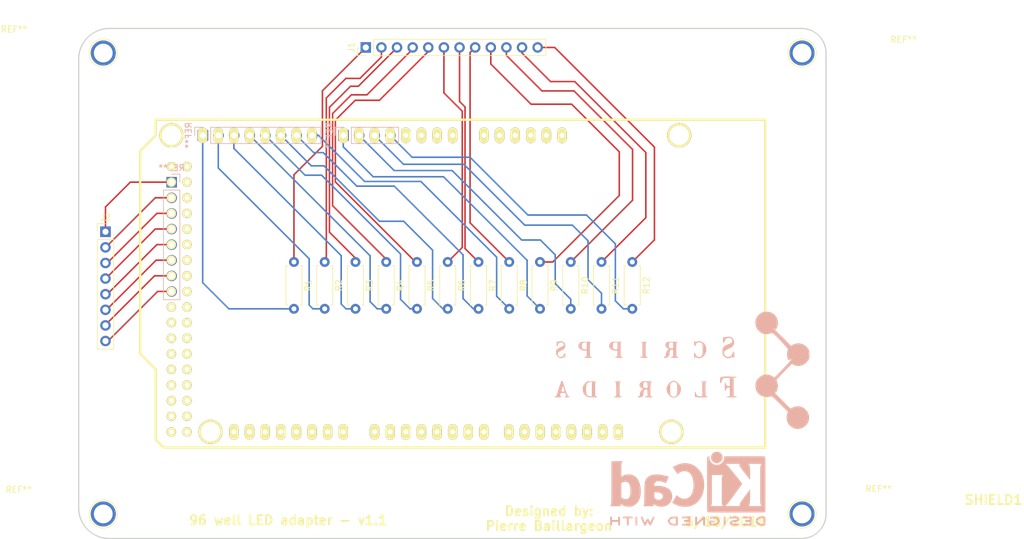
<source format=kicad_pcb>
(kicad_pcb (version 20171130) (host pcbnew "(5.0.0-rc3-dev)")

  (general
    (thickness 1.6)
    (drawings 11)
    (tracks 166)
    (zones 0)
    (modules 24)
    (nets 95)
  )

  (page A4)
  (layers
    (0 F.Cu signal)
    (31 B.Cu signal)
    (32 B.Adhes user)
    (33 F.Adhes user)
    (34 B.Paste user)
    (35 F.Paste user)
    (36 B.SilkS user)
    (37 F.SilkS user)
    (38 B.Mask user)
    (39 F.Mask user)
    (40 Dwgs.User user)
    (41 Cmts.User user)
    (42 Eco1.User user)
    (43 Eco2.User user)
    (44 Edge.Cuts user)
    (45 Margin user)
    (46 B.CrtYd user)
    (47 F.CrtYd user)
    (48 B.Fab user)
    (49 F.Fab user)
  )

  (setup
    (last_trace_width 0.25)
    (trace_clearance 0.2)
    (zone_clearance 0.508)
    (zone_45_only no)
    (trace_min 0.2)
    (segment_width 0.2)
    (edge_width 0.2)
    (via_size 0.6)
    (via_drill 0.4)
    (via_min_size 0.4)
    (via_min_drill 0.3)
    (uvia_size 0.3)
    (uvia_drill 0.1)
    (uvias_allowed no)
    (uvia_min_size 0.2)
    (uvia_min_drill 0.1)
    (pcb_text_width 0.3)
    (pcb_text_size 1.5 1.5)
    (mod_edge_width 0.15)
    (mod_text_size 1 1)
    (mod_text_width 0.15)
    (pad_size 1.524 1.524)
    (pad_drill 0.762)
    (pad_to_mask_clearance 0.2)
    (aux_axis_origin 0 0)
    (visible_elements 7FFFFFFF)
    (pcbplotparams
      (layerselection 0x00030_80000001)
      (usegerberextensions false)
      (usegerberattributes false)
      (usegerberadvancedattributes false)
      (creategerberjobfile false)
      (excludeedgelayer true)
      (linewidth 0.100000)
      (plotframeref false)
      (viasonmask false)
      (mode 1)
      (useauxorigin false)
      (hpglpennumber 1)
      (hpglpenspeed 20)
      (hpglpendiameter 15.000000)
      (psnegative false)
      (psa4output false)
      (plotreference true)
      (plotvalue true)
      (plotinvisibletext false)
      (padsonsilk false)
      (subtractmaskfromsilk false)
      (outputformat 1)
      (mirror false)
      (drillshape 1)
      (scaleselection 1)
      (outputdirectory ""))
  )

  (net 0 "")
  (net 1 "Net-(J1-Pad1)")
  (net 2 "Net-(J1-Pad2)")
  (net 3 "Net-(J1-Pad3)")
  (net 4 "Net-(J1-Pad4)")
  (net 5 "Net-(J1-Pad5)")
  (net 6 "Net-(J1-Pad6)")
  (net 7 "Net-(J1-Pad7)")
  (net 8 "Net-(J1-Pad8)")
  (net 9 "Net-(J1-Pad9)")
  (net 10 "Net-(J1-Pad10)")
  (net 11 "Net-(J1-Pad11)")
  (net 12 "Net-(J1-Pad12)")
  (net 13 "Net-(J2-Pad1)")
  (net 14 "Net-(J2-Pad2)")
  (net 15 "Net-(J2-Pad3)")
  (net 16 "Net-(J2-Pad4)")
  (net 17 "Net-(J2-Pad5)")
  (net 18 "Net-(J2-Pad6)")
  (net 19 "Net-(J2-Pad7)")
  (net 20 "Net-(J2-Pad8)")
  (net 21 "Net-(R1-Pad2)")
  (net 22 "Net-(R2-Pad2)")
  (net 23 "Net-(R3-Pad2)")
  (net 24 "Net-(R4-Pad2)")
  (net 25 "Net-(R5-Pad2)")
  (net 26 "Net-(R6-Pad2)")
  (net 27 "Net-(R7-Pad2)")
  (net 28 "Net-(R8-Pad2)")
  (net 29 "Net-(R9-Pad2)")
  (net 30 "Net-(R10-Pad2)")
  (net 31 "Net-(R11-Pad2)")
  (net 32 "Net-(R12-Pad2)")
  (net 33 "Net-(SHIELD1-Pad14)")
  (net 34 "Net-(SHIELD1-Pad15)")
  (net 35 "Net-(SHIELD1-Pad16)")
  (net 36 "Net-(SHIELD1-Pad17)")
  (net 37 "Net-(SHIELD1-Pad18)")
  (net 38 "Net-(SHIELD1-Pad19)")
  (net 39 "Net-(SHIELD1-Pad20)")
  (net 40 "Net-(SHIELD1-Pad21)")
  (net 41 "Net-(SHIELD1-PadAD3)")
  (net 42 "Net-(SHIELD1-PadAD0)")
  (net 43 "Net-(SHIELD1-PadAD1)")
  (net 44 "Net-(SHIELD1-PadAD2)")
  (net 45 "Net-(SHIELD1-PadV_IN)")
  (net 46 "Net-(SHIELD1-PadGND2)")
  (net 47 "Net-(SHIELD1-PadGND1)")
  (net 48 "Net-(SHIELD1-Pad3V3)")
  (net 49 "Net-(SHIELD1-PadRST)")
  (net 50 "Net-(SHIELD1-Pad0)")
  (net 51 "Net-(SHIELD1-Pad1)")
  (net 52 "Net-(SHIELD1-Pad2)")
  (net 53 "Net-(SHIELD1-Pad3)")
  (net 54 "Net-(SHIELD1-Pad4)")
  (net 55 "Net-(SHIELD1-Pad5)")
  (net 56 "Net-(SHIELD1-Pad6)")
  (net 57 "Net-(SHIELD1-Pad7)")
  (net 58 "Net-(SHIELD1-Pad8)")
  (net 59 "Net-(SHIELD1-Pad9)")
  (net 60 "Net-(SHIELD1-Pad10)")
  (net 61 "Net-(SHIELD1-Pad11)")
  (net 62 "Net-(SHIELD1-Pad12)")
  (net 63 "Net-(SHIELD1-Pad13)")
  (net 64 "Net-(SHIELD1-PadGND3)")
  (net 65 "Net-(SHIELD1-PadAREF)")
  (net 66 "Net-(SHIELD1-Pad5V)")
  (net 67 "Net-(SHIELD1-Pad22)")
  (net 68 "Net-(SHIELD1-Pad23)")
  (net 69 "Net-(SHIELD1-Pad24)")
  (net 70 "Net-(SHIELD1-Pad25)")
  (net 71 "Net-(SHIELD1-Pad26)")
  (net 72 "Net-(SHIELD1-Pad27)")
  (net 73 "Net-(SHIELD1-Pad28)")
  (net 74 "Net-(SHIELD1-Pad29)")
  (net 75 "Net-(SHIELD1-Pad5V_4)")
  (net 76 "Net-(SHIELD1-Pad5V_5)")
  (net 77 "Net-(SHIELD1-Pad31)")
  (net 78 "Net-(SHIELD1-Pad30)")
  (net 79 "Net-(SHIELD1-Pad32)")
  (net 80 "Net-(SHIELD1-Pad33)")
  (net 81 "Net-(SHIELD1-Pad34)")
  (net 82 "Net-(SHIELD1-Pad35)")
  (net 83 "Net-(SHIELD1-Pad36)")
  (net 84 "Net-(SHIELD1-Pad37)")
  (net 85 "Net-(SHIELD1-Pad38)")
  (net 86 "Net-(SHIELD1-Pad40)")
  (net 87 "Net-(SHIELD1-Pad42)")
  (net 88 "Net-(SHIELD1-Pad44)")
  (net 89 "Net-(SHIELD1-Pad46)")
  (net 90 "Net-(SHIELD1-Pad48)")
  (net 91 "Net-(SHIELD1-Pad50)")
  (net 92 "Net-(SHIELD1-Pad52)")
  (net 93 "Net-(SHIELD1-PadGND4)")
  (net 94 "Net-(SHIELD1-PadGND5)")

  (net_class Default "This is the default net class."
    (clearance 0.2)
    (trace_width 0.25)
    (via_dia 0.6)
    (via_drill 0.4)
    (uvia_dia 0.3)
    (uvia_drill 0.1)
    (add_net "Net-(J1-Pad1)")
    (add_net "Net-(J1-Pad10)")
    (add_net "Net-(J1-Pad11)")
    (add_net "Net-(J1-Pad12)")
    (add_net "Net-(J1-Pad2)")
    (add_net "Net-(J1-Pad3)")
    (add_net "Net-(J1-Pad4)")
    (add_net "Net-(J1-Pad5)")
    (add_net "Net-(J1-Pad6)")
    (add_net "Net-(J1-Pad7)")
    (add_net "Net-(J1-Pad8)")
    (add_net "Net-(J1-Pad9)")
    (add_net "Net-(J2-Pad1)")
    (add_net "Net-(J2-Pad2)")
    (add_net "Net-(J2-Pad3)")
    (add_net "Net-(J2-Pad4)")
    (add_net "Net-(J2-Pad5)")
    (add_net "Net-(J2-Pad6)")
    (add_net "Net-(J2-Pad7)")
    (add_net "Net-(J2-Pad8)")
    (add_net "Net-(R1-Pad2)")
    (add_net "Net-(R10-Pad2)")
    (add_net "Net-(R11-Pad2)")
    (add_net "Net-(R12-Pad2)")
    (add_net "Net-(R2-Pad2)")
    (add_net "Net-(R3-Pad2)")
    (add_net "Net-(R4-Pad2)")
    (add_net "Net-(R5-Pad2)")
    (add_net "Net-(R6-Pad2)")
    (add_net "Net-(R7-Pad2)")
    (add_net "Net-(R8-Pad2)")
    (add_net "Net-(R9-Pad2)")
    (add_net "Net-(SHIELD1-Pad0)")
    (add_net "Net-(SHIELD1-Pad1)")
    (add_net "Net-(SHIELD1-Pad10)")
    (add_net "Net-(SHIELD1-Pad11)")
    (add_net "Net-(SHIELD1-Pad12)")
    (add_net "Net-(SHIELD1-Pad13)")
    (add_net "Net-(SHIELD1-Pad14)")
    (add_net "Net-(SHIELD1-Pad15)")
    (add_net "Net-(SHIELD1-Pad16)")
    (add_net "Net-(SHIELD1-Pad17)")
    (add_net "Net-(SHIELD1-Pad18)")
    (add_net "Net-(SHIELD1-Pad19)")
    (add_net "Net-(SHIELD1-Pad2)")
    (add_net "Net-(SHIELD1-Pad20)")
    (add_net "Net-(SHIELD1-Pad21)")
    (add_net "Net-(SHIELD1-Pad22)")
    (add_net "Net-(SHIELD1-Pad23)")
    (add_net "Net-(SHIELD1-Pad24)")
    (add_net "Net-(SHIELD1-Pad25)")
    (add_net "Net-(SHIELD1-Pad26)")
    (add_net "Net-(SHIELD1-Pad27)")
    (add_net "Net-(SHIELD1-Pad28)")
    (add_net "Net-(SHIELD1-Pad29)")
    (add_net "Net-(SHIELD1-Pad3)")
    (add_net "Net-(SHIELD1-Pad30)")
    (add_net "Net-(SHIELD1-Pad31)")
    (add_net "Net-(SHIELD1-Pad32)")
    (add_net "Net-(SHIELD1-Pad33)")
    (add_net "Net-(SHIELD1-Pad34)")
    (add_net "Net-(SHIELD1-Pad35)")
    (add_net "Net-(SHIELD1-Pad36)")
    (add_net "Net-(SHIELD1-Pad37)")
    (add_net "Net-(SHIELD1-Pad38)")
    (add_net "Net-(SHIELD1-Pad3V3)")
    (add_net "Net-(SHIELD1-Pad4)")
    (add_net "Net-(SHIELD1-Pad40)")
    (add_net "Net-(SHIELD1-Pad42)")
    (add_net "Net-(SHIELD1-Pad44)")
    (add_net "Net-(SHIELD1-Pad46)")
    (add_net "Net-(SHIELD1-Pad48)")
    (add_net "Net-(SHIELD1-Pad5)")
    (add_net "Net-(SHIELD1-Pad50)")
    (add_net "Net-(SHIELD1-Pad52)")
    (add_net "Net-(SHIELD1-Pad5V)")
    (add_net "Net-(SHIELD1-Pad5V_4)")
    (add_net "Net-(SHIELD1-Pad5V_5)")
    (add_net "Net-(SHIELD1-Pad6)")
    (add_net "Net-(SHIELD1-Pad7)")
    (add_net "Net-(SHIELD1-Pad8)")
    (add_net "Net-(SHIELD1-Pad9)")
    (add_net "Net-(SHIELD1-PadAD0)")
    (add_net "Net-(SHIELD1-PadAD1)")
    (add_net "Net-(SHIELD1-PadAD2)")
    (add_net "Net-(SHIELD1-PadAD3)")
    (add_net "Net-(SHIELD1-PadAREF)")
    (add_net "Net-(SHIELD1-PadGND1)")
    (add_net "Net-(SHIELD1-PadGND2)")
    (add_net "Net-(SHIELD1-PadGND3)")
    (add_net "Net-(SHIELD1-PadGND4)")
    (add_net "Net-(SHIELD1-PadGND5)")
    (add_net "Net-(SHIELD1-PadRST)")
    (add_net "Net-(SHIELD1-PadV_IN)")
  )

  (module Pin_Headers:Pin_Header_Straight_1x08_Pitch2.54mm (layer B.Cu) (tedit 59650532) (tstamp 5B3BD05D)
    (at 60.198 57.404 270)
    (descr "Through hole straight pin header, 1x08, 2.54mm pitch, single row")
    (tags "Through hole pin header THT 1x08 2.54mm single row")
    (fp_text reference REF** (at 0 2.33 270) (layer B.SilkS)
      (effects (font (size 1 1) (thickness 0.15)) (justify mirror))
    )
    (fp_text value Pin_Header_Straight_1x08_Pitch2.54mm (at 0 -20.11 270) (layer B.Fab)
      (effects (font (size 1 1) (thickness 0.15)) (justify mirror))
    )
    (fp_text user %R (at 0 -8.89 180) (layer B.Fab)
      (effects (font (size 1 1) (thickness 0.15)) (justify mirror))
    )
    (fp_line (start 1.8 1.8) (end -1.8 1.8) (layer B.CrtYd) (width 0.05))
    (fp_line (start 1.8 -19.55) (end 1.8 1.8) (layer B.CrtYd) (width 0.05))
    (fp_line (start -1.8 -19.55) (end 1.8 -19.55) (layer B.CrtYd) (width 0.05))
    (fp_line (start -1.8 1.8) (end -1.8 -19.55) (layer B.CrtYd) (width 0.05))
    (fp_line (start -1.33 1.33) (end 0 1.33) (layer B.SilkS) (width 0.12))
    (fp_line (start -1.33 0) (end -1.33 1.33) (layer B.SilkS) (width 0.12))
    (fp_line (start -1.33 -1.27) (end 1.33 -1.27) (layer B.SilkS) (width 0.12))
    (fp_line (start 1.33 -1.27) (end 1.33 -19.11) (layer B.SilkS) (width 0.12))
    (fp_line (start -1.33 -1.27) (end -1.33 -19.11) (layer B.SilkS) (width 0.12))
    (fp_line (start -1.33 -19.11) (end 1.33 -19.11) (layer B.SilkS) (width 0.12))
    (fp_line (start -1.27 0.635) (end -0.635 1.27) (layer B.Fab) (width 0.1))
    (fp_line (start -1.27 -19.05) (end -1.27 0.635) (layer B.Fab) (width 0.1))
    (fp_line (start 1.27 -19.05) (end -1.27 -19.05) (layer B.Fab) (width 0.1))
    (fp_line (start 1.27 1.27) (end 1.27 -19.05) (layer B.Fab) (width 0.1))
    (fp_line (start -0.635 1.27) (end 1.27 1.27) (layer B.Fab) (width 0.1))
    (pad 8 thru_hole oval (at 0 -17.78 270) (size 1.7 1.7) (drill 1) (layers *.Cu *.Mask))
    (pad 7 thru_hole oval (at 0 -15.24 270) (size 1.7 1.7) (drill 1) (layers *.Cu *.Mask))
    (pad 6 thru_hole oval (at 0 -12.7 270) (size 1.7 1.7) (drill 1) (layers *.Cu *.Mask))
    (pad 5 thru_hole oval (at 0 -10.16 270) (size 1.7 1.7) (drill 1) (layers *.Cu *.Mask))
    (pad 4 thru_hole oval (at 0 -7.62 270) (size 1.7 1.7) (drill 1) (layers *.Cu *.Mask))
    (pad 3 thru_hole oval (at 0 -5.08 270) (size 1.7 1.7) (drill 1) (layers *.Cu *.Mask))
    (pad 2 thru_hole oval (at 0 -2.54 270) (size 1.7 1.7) (drill 1) (layers *.Cu *.Mask))
    (pad 1 thru_hole rect (at 0 0 270) (size 1.7 1.7) (drill 1) (layers *.Cu *.Mask))
    (model ${KISYS3DMOD}/Pin_Headers.3dshapes/Pin_Header_Straight_1x08_Pitch2.54mm.wrl
      (at (xyz 0 0 0))
      (scale (xyz 1 1 1))
      (rotate (xyz 0 0 0))
    )
  )

  (module Socket_Strips:Socket_Strip_Straight_1x12_Pitch2.54mm (layer F.Cu) (tedit 58CD5446) (tstamp 5B197E73)
    (at 86.68 43.09 90)
    (descr "Through hole straight socket strip, 1x12, 2.54mm pitch, single row")
    (tags "Through hole socket strip THT 1x12 2.54mm single row")
    (path /5B197DB4)
    (fp_text reference J1 (at 0 -2.33 90) (layer F.SilkS)
      (effects (font (size 1 1) (thickness 0.15)))
    )
    (fp_text value Conn_01x12_Female (at 0 30.27 90) (layer F.Fab)
      (effects (font (size 1 1) (thickness 0.15)))
    )
    (fp_line (start -1.27 -1.27) (end -1.27 29.21) (layer F.Fab) (width 0.1))
    (fp_line (start -1.27 29.21) (end 1.27 29.21) (layer F.Fab) (width 0.1))
    (fp_line (start 1.27 29.21) (end 1.27 -1.27) (layer F.Fab) (width 0.1))
    (fp_line (start 1.27 -1.27) (end -1.27 -1.27) (layer F.Fab) (width 0.1))
    (fp_line (start -1.33 1.27) (end -1.33 29.27) (layer F.SilkS) (width 0.12))
    (fp_line (start -1.33 29.27) (end 1.33 29.27) (layer F.SilkS) (width 0.12))
    (fp_line (start 1.33 29.27) (end 1.33 1.27) (layer F.SilkS) (width 0.12))
    (fp_line (start 1.33 1.27) (end -1.33 1.27) (layer F.SilkS) (width 0.12))
    (fp_line (start -1.33 0) (end -1.33 -1.33) (layer F.SilkS) (width 0.12))
    (fp_line (start -1.33 -1.33) (end 0 -1.33) (layer F.SilkS) (width 0.12))
    (fp_line (start -1.8 -1.8) (end -1.8 29.75) (layer F.CrtYd) (width 0.05))
    (fp_line (start -1.8 29.75) (end 1.8 29.75) (layer F.CrtYd) (width 0.05))
    (fp_line (start 1.8 29.75) (end 1.8 -1.8) (layer F.CrtYd) (width 0.05))
    (fp_line (start 1.8 -1.8) (end -1.8 -1.8) (layer F.CrtYd) (width 0.05))
    (fp_text user %R (at 0 -2.33 90) (layer F.Fab)
      (effects (font (size 1 1) (thickness 0.15)))
    )
    (pad 1 thru_hole rect (at 0 0 90) (size 1.7 1.7) (drill 1) (layers *.Cu *.Mask)
      (net 1 "Net-(J1-Pad1)"))
    (pad 2 thru_hole oval (at 0 2.54 90) (size 1.7 1.7) (drill 1) (layers *.Cu *.Mask)
      (net 2 "Net-(J1-Pad2)"))
    (pad 3 thru_hole oval (at 0 5.08 90) (size 1.7 1.7) (drill 1) (layers *.Cu *.Mask)
      (net 3 "Net-(J1-Pad3)"))
    (pad 4 thru_hole oval (at 0 7.62 90) (size 1.7 1.7) (drill 1) (layers *.Cu *.Mask)
      (net 4 "Net-(J1-Pad4)"))
    (pad 5 thru_hole oval (at 0 10.16 90) (size 1.7 1.7) (drill 1) (layers *.Cu *.Mask)
      (net 5 "Net-(J1-Pad5)"))
    (pad 6 thru_hole oval (at 0 12.7 90) (size 1.7 1.7) (drill 1) (layers *.Cu *.Mask)
      (net 6 "Net-(J1-Pad6)"))
    (pad 7 thru_hole oval (at 0 15.24 90) (size 1.7 1.7) (drill 1) (layers *.Cu *.Mask)
      (net 7 "Net-(J1-Pad7)"))
    (pad 8 thru_hole oval (at 0 17.78 90) (size 1.7 1.7) (drill 1) (layers *.Cu *.Mask)
      (net 8 "Net-(J1-Pad8)"))
    (pad 9 thru_hole oval (at 0 20.32 90) (size 1.7 1.7) (drill 1) (layers *.Cu *.Mask)
      (net 9 "Net-(J1-Pad9)"))
    (pad 10 thru_hole oval (at 0 22.86 90) (size 1.7 1.7) (drill 1) (layers *.Cu *.Mask)
      (net 10 "Net-(J1-Pad10)"))
    (pad 11 thru_hole oval (at 0 25.4 90) (size 1.7 1.7) (drill 1) (layers *.Cu *.Mask)
      (net 11 "Net-(J1-Pad11)"))
    (pad 12 thru_hole oval (at 0 27.94 90) (size 1.7 1.7) (drill 1) (layers *.Cu *.Mask)
      (net 12 "Net-(J1-Pad12)"))
    (model ${KISYS3DMOD}/Socket_Strips.3dshapes/Socket_Strip_Straight_1x12_Pitch2.54mm.wrl
      (offset (xyz 0 -13.96999979019165 0))
      (scale (xyz 1 1 1))
      (rotate (xyz 0 0 270))
    )
  )

  (module Socket_Strips:Socket_Strip_Straight_1x08_Pitch2.54mm (layer F.Cu) (tedit 58CD5446) (tstamp 5B197E7F)
    (at 44.36 73.08)
    (descr "Through hole straight socket strip, 1x08, 2.54mm pitch, single row")
    (tags "Through hole socket strip THT 1x08 2.54mm single row")
    (path /5B198A1E)
    (fp_text reference J2 (at 0 -2.33) (layer F.SilkS)
      (effects (font (size 1 1) (thickness 0.15)))
    )
    (fp_text value Conn_01x08_Female (at 0 20.11) (layer F.Fab)
      (effects (font (size 1 1) (thickness 0.15)))
    )
    (fp_line (start -1.27 -1.27) (end -1.27 19.05) (layer F.Fab) (width 0.1))
    (fp_line (start -1.27 19.05) (end 1.27 19.05) (layer F.Fab) (width 0.1))
    (fp_line (start 1.27 19.05) (end 1.27 -1.27) (layer F.Fab) (width 0.1))
    (fp_line (start 1.27 -1.27) (end -1.27 -1.27) (layer F.Fab) (width 0.1))
    (fp_line (start -1.33 1.27) (end -1.33 19.11) (layer F.SilkS) (width 0.12))
    (fp_line (start -1.33 19.11) (end 1.33 19.11) (layer F.SilkS) (width 0.12))
    (fp_line (start 1.33 19.11) (end 1.33 1.27) (layer F.SilkS) (width 0.12))
    (fp_line (start 1.33 1.27) (end -1.33 1.27) (layer F.SilkS) (width 0.12))
    (fp_line (start -1.33 0) (end -1.33 -1.33) (layer F.SilkS) (width 0.12))
    (fp_line (start -1.33 -1.33) (end 0 -1.33) (layer F.SilkS) (width 0.12))
    (fp_line (start -1.8 -1.8) (end -1.8 19.55) (layer F.CrtYd) (width 0.05))
    (fp_line (start -1.8 19.55) (end 1.8 19.55) (layer F.CrtYd) (width 0.05))
    (fp_line (start 1.8 19.55) (end 1.8 -1.8) (layer F.CrtYd) (width 0.05))
    (fp_line (start 1.8 -1.8) (end -1.8 -1.8) (layer F.CrtYd) (width 0.05))
    (fp_text user %R (at 0 -2.33) (layer F.Fab)
      (effects (font (size 1 1) (thickness 0.15)))
    )
    (pad 1 thru_hole rect (at 0 0) (size 1.7 1.7) (drill 1) (layers *.Cu *.Mask)
      (net 13 "Net-(J2-Pad1)"))
    (pad 2 thru_hole oval (at 0 2.54) (size 1.7 1.7) (drill 1) (layers *.Cu *.Mask)
      (net 14 "Net-(J2-Pad2)"))
    (pad 3 thru_hole oval (at 0 5.08) (size 1.7 1.7) (drill 1) (layers *.Cu *.Mask)
      (net 15 "Net-(J2-Pad3)"))
    (pad 4 thru_hole oval (at 0 7.62) (size 1.7 1.7) (drill 1) (layers *.Cu *.Mask)
      (net 16 "Net-(J2-Pad4)"))
    (pad 5 thru_hole oval (at 0 10.16) (size 1.7 1.7) (drill 1) (layers *.Cu *.Mask)
      (net 17 "Net-(J2-Pad5)"))
    (pad 6 thru_hole oval (at 0 12.7) (size 1.7 1.7) (drill 1) (layers *.Cu *.Mask)
      (net 18 "Net-(J2-Pad6)"))
    (pad 7 thru_hole oval (at 0 15.24) (size 1.7 1.7) (drill 1) (layers *.Cu *.Mask)
      (net 19 "Net-(J2-Pad7)"))
    (pad 8 thru_hole oval (at 0 17.78) (size 1.7 1.7) (drill 1) (layers *.Cu *.Mask)
      (net 20 "Net-(J2-Pad8)"))
    (model ${KISYS3DMOD}/Socket_Strips.3dshapes/Socket_Strip_Straight_1x08_Pitch2.54mm.wrl
      (offset (xyz 0 -8.889999866485596 0))
      (scale (xyz 1 1 1))
      (rotate (xyz 0 0 270))
    )
  )

  (module "arduino_shields:ARDUINO MEGA SHIELD" (layer F.Cu) (tedit 5B1993B4) (tstamp 5B197F39)
    (at 151.6 54.85 180)
    (path /5B198E8E)
    (fp_text reference SHIELD1 (at -37.122 -61.863 180) (layer F.SilkS)
      (effects (font (size 1.524 1.524) (thickness 0.3048)))
    )
    (fp_text value ARDUINO_MEGA_SHIELD (at -40.932 -52.719 180) (layer F.SilkS) hide
      (effects (font (size 1.524 1.524) (thickness 0.3048)))
    )
    (fp_line (start 99.06 0) (end 0 0) (layer F.SilkS) (width 0.381))
    (fp_line (start 97.79 -53.34) (end 0 -53.34) (layer F.SilkS) (width 0.381))
    (fp_line (start 99.06 -40.64) (end 99.06 -52.07) (layer F.SilkS) (width 0.381))
    (fp_line (start 99.06 -52.07) (end 97.79 -53.34) (layer F.SilkS) (width 0.381))
    (fp_line (start 0 0) (end 0 -53.34) (layer F.SilkS) (width 0.381))
    (fp_line (start 99.06 -40.64) (end 101.6 -38.1) (layer F.SilkS) (width 0.381))
    (fp_line (start 101.6 -38.1) (end 101.6 -5.08) (layer F.SilkS) (width 0.381))
    (fp_line (start 101.6 -5.08) (end 99.06 -2.54) (layer F.SilkS) (width 0.381))
    (fp_line (start 99.06 -2.54) (end 99.06 0) (layer F.SilkS) (width 0.381))
    (pad 14 thru_hole oval (at 68.58 -50.8 270) (size 2.54 1.524) (drill 0.8128) (layers *.Cu *.Mask F.SilkS)
      (net 33 "Net-(SHIELD1-Pad14)"))
    (pad 15 thru_hole oval (at 71.12 -50.8 270) (size 2.54 1.524) (drill 0.8128) (layers *.Cu *.Mask F.SilkS)
      (net 34 "Net-(SHIELD1-Pad15)"))
    (pad 16 thru_hole oval (at 73.66 -50.8 270) (size 2.54 1.524) (drill 0.8128) (layers *.Cu *.Mask F.SilkS)
      (net 35 "Net-(SHIELD1-Pad16)"))
    (pad 17 thru_hole oval (at 76.2 -50.8 270) (size 2.54 1.524) (drill 0.8128) (layers *.Cu *.Mask F.SilkS)
      (net 36 "Net-(SHIELD1-Pad17)"))
    (pad 18 thru_hole oval (at 78.74 -50.8 270) (size 2.54 1.524) (drill 0.8128) (layers *.Cu *.Mask F.SilkS)
      (net 37 "Net-(SHIELD1-Pad18)"))
    (pad 19 thru_hole oval (at 81.28 -50.8 270) (size 2.54 1.524) (drill 0.8128) (layers *.Cu *.Mask F.SilkS)
      (net 38 "Net-(SHIELD1-Pad19)"))
    (pad 20 thru_hole oval (at 83.82 -50.8 270) (size 2.54 1.524) (drill 0.8128) (layers *.Cu *.Mask F.SilkS)
      (net 39 "Net-(SHIELD1-Pad20)"))
    (pad 21 thru_hole oval (at 86.36 -50.8 270) (size 2.54 1.524) (drill 0.8128) (layers *.Cu *.Mask F.SilkS)
      (net 40 "Net-(SHIELD1-Pad21)"))
    (pad AD15 thru_hole oval (at 91.44 -2.54 270) (size 2.54 1.524) (drill 0.8128) (layers *.Cu *.Mask F.SilkS)
      (net 21 "Net-(R1-Pad2)"))
    (pad AD14 thru_hole oval (at 88.9 -2.54 270) (size 2.54 1.524) (drill 0.8128) (layers *.Cu *.Mask F.SilkS)
      (net 22 "Net-(R2-Pad2)"))
    (pad AD13 thru_hole oval (at 86.36 -2.54 270) (size 2.54 1.524) (drill 0.8128) (layers *.Cu *.Mask F.SilkS)
      (net 23 "Net-(R3-Pad2)"))
    (pad AD12 thru_hole oval (at 83.82 -2.54 270) (size 2.54 1.524) (drill 0.8128) (layers *.Cu *.Mask F.SilkS)
      (net 24 "Net-(R4-Pad2)"))
    (pad AD8 thru_hole oval (at 73.66 -2.54 270) (size 2.54 1.524) (drill 0.8128) (layers *.Cu *.Mask F.SilkS)
      (net 28 "Net-(R8-Pad2)"))
    (pad AD7 thru_hole oval (at 68.58 -2.54 270) (size 2.54 1.524) (drill 0.8128) (layers *.Cu *.Mask F.SilkS)
      (net 29 "Net-(R9-Pad2)"))
    (pad AD6 thru_hole oval (at 66.04 -2.54 270) (size 2.54 1.524) (drill 0.8128) (layers *.Cu *.Mask F.SilkS)
      (net 30 "Net-(R10-Pad2)"))
    (pad AD9 thru_hole oval (at 76.2 -2.54 270) (size 2.54 1.524) (drill 0.8128) (layers *.Cu *.Mask F.SilkS)
      (net 27 "Net-(R7-Pad2)"))
    (pad AD10 thru_hole oval (at 78.74 -2.54 270) (size 2.54 1.524) (drill 0.8128) (layers *.Cu *.Mask F.SilkS)
      (net 26 "Net-(R6-Pad2)"))
    (pad AD11 thru_hole oval (at 81.28 -2.54 270) (size 2.54 1.524) (drill 0.8128) (layers *.Cu *.Mask F.SilkS)
      (net 25 "Net-(R5-Pad2)"))
    (pad AD5 thru_hole oval (at 63.5 -2.54 270) (size 2.54 1.524) (drill 0.8128) (layers *.Cu *.Mask F.SilkS)
      (net 31 "Net-(R11-Pad2)"))
    (pad AD4 thru_hole oval (at 60.96 -2.54 270) (size 2.54 1.524) (drill 0.8128) (layers *.Cu *.Mask F.SilkS)
      (net 32 "Net-(R12-Pad2)"))
    (pad AD3 thru_hole oval (at 58.42 -2.54 270) (size 2.54 1.524) (drill 0.8128) (layers *.Cu *.Mask F.SilkS)
      (net 41 "Net-(SHIELD1-PadAD3)"))
    (pad AD0 thru_hole oval (at 50.8 -2.54 270) (size 2.54 1.524) (drill 0.8128) (layers *.Cu *.Mask F.SilkS)
      (net 42 "Net-(SHIELD1-PadAD0)"))
    (pad AD1 thru_hole oval (at 53.34 -2.54 270) (size 2.54 1.524) (drill 0.8128) (layers *.Cu *.Mask F.SilkS)
      (net 43 "Net-(SHIELD1-PadAD1)"))
    (pad AD2 thru_hole oval (at 55.88 -2.54 270) (size 2.54 1.524) (drill 0.8128) (layers *.Cu *.Mask F.SilkS)
      (net 44 "Net-(SHIELD1-PadAD2)"))
    (pad V_IN thru_hole oval (at 45.72 -2.54 270) (size 2.54 1.524) (drill 0.8128) (layers *.Cu *.Mask F.SilkS)
      (net 45 "Net-(SHIELD1-PadV_IN)"))
    (pad GND2 thru_hole oval (at 43.18 -2.54 270) (size 2.54 1.524) (drill 0.8128) (layers *.Cu *.Mask F.SilkS)
      (net 46 "Net-(SHIELD1-PadGND2)"))
    (pad GND1 thru_hole oval (at 40.64 -2.54 270) (size 2.54 1.524) (drill 0.8128) (layers *.Cu *.Mask F.SilkS)
      (net 47 "Net-(SHIELD1-PadGND1)"))
    (pad 3V3 thru_hole oval (at 35.56 -2.54 270) (size 2.54 1.524) (drill 0.8128) (layers *.Cu *.Mask F.SilkS)
      (net 48 "Net-(SHIELD1-Pad3V3)"))
    (pad RST thru_hole oval (at 33.02 -2.54 270) (size 2.54 1.524) (drill 0.8128) (layers *.Cu *.Mask F.SilkS)
      (net 49 "Net-(SHIELD1-PadRST)"))
    (pad 0 thru_hole oval (at 63.5 -50.8 270) (size 2.54 1.524) (drill 0.8128) (layers *.Cu *.Mask F.SilkS)
      (net 50 "Net-(SHIELD1-Pad0)"))
    (pad 1 thru_hole oval (at 60.96 -50.8 270) (size 2.54 1.524) (drill 0.8128) (layers *.Cu *.Mask F.SilkS)
      (net 51 "Net-(SHIELD1-Pad1)"))
    (pad 2 thru_hole oval (at 58.42 -50.8 270) (size 2.54 1.524) (drill 0.8128) (layers *.Cu *.Mask F.SilkS)
      (net 52 "Net-(SHIELD1-Pad2)"))
    (pad 3 thru_hole oval (at 55.88 -50.8 270) (size 2.54 1.524) (drill 0.8128) (layers *.Cu *.Mask F.SilkS)
      (net 53 "Net-(SHIELD1-Pad3)"))
    (pad 4 thru_hole oval (at 53.34 -50.8 270) (size 2.54 1.524) (drill 0.8128) (layers *.Cu *.Mask F.SilkS)
      (net 54 "Net-(SHIELD1-Pad4)"))
    (pad 5 thru_hole oval (at 50.8 -50.8 270) (size 2.54 1.524) (drill 0.8128) (layers *.Cu *.Mask F.SilkS)
      (net 55 "Net-(SHIELD1-Pad5)"))
    (pad 6 thru_hole oval (at 48.26 -50.8 270) (size 2.54 1.524) (drill 0.8128) (layers *.Cu *.Mask F.SilkS)
      (net 56 "Net-(SHIELD1-Pad6)"))
    (pad 7 thru_hole oval (at 45.72 -50.8 270) (size 2.54 1.524) (drill 0.8128) (layers *.Cu *.Mask F.SilkS)
      (net 57 "Net-(SHIELD1-Pad7)"))
    (pad 8 thru_hole oval (at 41.656 -50.8 270) (size 2.54 1.524) (drill 0.8128) (layers *.Cu *.Mask F.SilkS)
      (net 58 "Net-(SHIELD1-Pad8)"))
    (pad 9 thru_hole oval (at 39.116 -50.8 270) (size 2.54 1.524) (drill 0.8128) (layers *.Cu *.Mask F.SilkS)
      (net 59 "Net-(SHIELD1-Pad9)"))
    (pad 10 thru_hole oval (at 36.576 -50.8 270) (size 2.54 1.524) (drill 0.8128) (layers *.Cu *.Mask F.SilkS)
      (net 60 "Net-(SHIELD1-Pad10)"))
    (pad 11 thru_hole oval (at 34.036 -50.8 270) (size 2.54 1.524) (drill 0.8128) (layers *.Cu *.Mask F.SilkS)
      (net 61 "Net-(SHIELD1-Pad11)"))
    (pad 12 thru_hole oval (at 31.496 -50.8 270) (size 2.54 1.524) (drill 0.8128) (layers *.Cu *.Mask F.SilkS)
      (net 62 "Net-(SHIELD1-Pad12)"))
    (pad 13 thru_hole oval (at 28.956 -50.8 270) (size 2.54 1.524) (drill 0.8128) (layers *.Cu *.Mask F.SilkS)
      (net 63 "Net-(SHIELD1-Pad13)"))
    (pad GND3 thru_hole oval (at 26.416 -50.8 270) (size 2.54 1.524) (drill 0.8128) (layers *.Cu *.Mask F.SilkS)
      (net 64 "Net-(SHIELD1-PadGND3)"))
    (pad AREF thru_hole oval (at 23.876 -50.8 270) (size 2.54 1.524) (drill 0.8128) (layers *.Cu *.Mask F.SilkS)
      (net 65 "Net-(SHIELD1-PadAREF)"))
    (pad 5V thru_hole oval (at 38.1 -2.54 270) (size 2.54 1.524) (drill 0.8128) (layers *.Cu *.Mask F.SilkS)
      (net 66 "Net-(SHIELD1-Pad5V)"))
    (pad "" thru_hole circle (at 96.52 -2.54 270) (size 3.937 3.937) (drill 3.175) (layers *.Cu *.Mask F.SilkS))
    (pad "" thru_hole circle (at 90.17 -50.8 270) (size 3.937 3.937) (drill 3.175) (layers *.Cu *.Mask F.SilkS))
    (pad "" thru_hole circle (at 15.24 -50.8 270) (size 3.937 3.937) (drill 3.175) (layers *.Cu *.Mask F.SilkS))
    (pad "" thru_hole circle (at 13.97 -2.54 270) (size 3.937 3.937) (drill 3.175) (layers *.Cu *.Mask F.SilkS))
    (pad 22 thru_hole circle (at 93.98 -48.26 180) (size 1.524 1.524) (drill 0.8128) (layers *.Cu *.Mask F.SilkS)
      (net 67 "Net-(SHIELD1-Pad22)"))
    (pad 23 thru_hole circle (at 96.52 -48.26 180) (size 1.524 1.524) (drill 0.8128) (layers *.Cu *.Mask F.SilkS)
      (net 68 "Net-(SHIELD1-Pad23)"))
    (pad 24 thru_hole circle (at 93.98 -45.72 180) (size 1.524 1.524) (drill 0.8128) (layers *.Cu *.Mask F.SilkS)
      (net 69 "Net-(SHIELD1-Pad24)"))
    (pad 25 thru_hole circle (at 96.52 -45.72 180) (size 1.524 1.524) (drill 0.8128) (layers *.Cu *.Mask F.SilkS)
      (net 70 "Net-(SHIELD1-Pad25)"))
    (pad 26 thru_hole circle (at 93.98 -43.18 180) (size 1.524 1.524) (drill 0.8128) (layers *.Cu *.Mask F.SilkS)
      (net 71 "Net-(SHIELD1-Pad26)"))
    (pad 27 thru_hole circle (at 96.52 -43.18 180) (size 1.524 1.524) (drill 0.8128) (layers *.Cu *.Mask F.SilkS)
      (net 72 "Net-(SHIELD1-Pad27)"))
    (pad 28 thru_hole circle (at 93.98 -40.64 180) (size 1.524 1.524) (drill 0.8128) (layers *.Cu *.Mask F.SilkS)
      (net 73 "Net-(SHIELD1-Pad28)"))
    (pad 29 thru_hole circle (at 96.52 -40.64 180) (size 1.524 1.524) (drill 0.8128) (layers *.Cu *.Mask F.SilkS)
      (net 74 "Net-(SHIELD1-Pad29)"))
    (pad 5V_4 thru_hole circle (at 93.98 -50.8 180) (size 1.524 1.524) (drill 0.8128) (layers *.Cu *.Mask F.SilkS)
      (net 75 "Net-(SHIELD1-Pad5V_4)"))
    (pad 5V_5 thru_hole circle (at 96.52 -50.8 180) (size 1.524 1.524) (drill 0.8128) (layers *.Cu *.Mask F.SilkS)
      (net 76 "Net-(SHIELD1-Pad5V_5)"))
    (pad 31 thru_hole circle (at 96.52 -38.1 180) (size 1.524 1.524) (drill 0.8128) (layers *.Cu *.Mask F.SilkS)
      (net 77 "Net-(SHIELD1-Pad31)"))
    (pad 30 thru_hole circle (at 93.98 -38.1 180) (size 1.524 1.524) (drill 0.8128) (layers *.Cu *.Mask F.SilkS)
      (net 78 "Net-(SHIELD1-Pad30)"))
    (pad 32 thru_hole circle (at 93.98 -35.56 180) (size 1.524 1.524) (drill 0.8128) (layers *.Cu *.Mask F.SilkS)
      (net 79 "Net-(SHIELD1-Pad32)"))
    (pad 33 thru_hole circle (at 96.52 -35.56 180) (size 1.524 1.524) (drill 0.8128) (layers *.Cu *.Mask F.SilkS)
      (net 80 "Net-(SHIELD1-Pad33)"))
    (pad 34 thru_hole circle (at 93.98 -33.02 180) (size 1.524 1.524) (drill 0.8128) (layers *.Cu *.Mask F.SilkS)
      (net 81 "Net-(SHIELD1-Pad34)"))
    (pad 35 thru_hole circle (at 96.52 -33.02 180) (size 1.524 1.524) (drill 0.8128) (layers *.Cu *.Mask F.SilkS)
      (net 82 "Net-(SHIELD1-Pad35)"))
    (pad 36 thru_hole circle (at 93.98 -30.48 180) (size 1.524 1.524) (drill 0.8128) (layers *.Cu *.Mask F.SilkS)
      (net 83 "Net-(SHIELD1-Pad36)"))
    (pad 37 thru_hole circle (at 96.52 -30.48 180) (size 1.524 1.524) (drill 0.8128) (layers *.Cu *.Mask F.SilkS)
      (net 84 "Net-(SHIELD1-Pad37)"))
    (pad 38 thru_hole circle (at 93.98 -27.94 180) (size 1.524 1.524) (drill 0.8128) (layers *.Cu *.Mask F.SilkS)
      (net 85 "Net-(SHIELD1-Pad38)"))
    (pad 39 thru_hole circle (at 96.52 -27.94 180) (size 1.524 1.524) (drill 0.8128) (layers *.Cu *.Mask F.SilkS)
      (net 20 "Net-(J2-Pad8)"))
    (pad 40 thru_hole circle (at 93.98 -25.4 180) (size 1.524 1.524) (drill 0.8128) (layers *.Cu *.Mask F.SilkS)
      (net 86 "Net-(SHIELD1-Pad40)"))
    (pad 41 thru_hole circle (at 96.52 -25.4 180) (size 1.524 1.524) (drill 0.8128) (layers *.Cu *.Mask F.SilkS)
      (net 19 "Net-(J2-Pad7)"))
    (pad 42 thru_hole circle (at 93.98 -22.86 180) (size 1.524 1.524) (drill 0.8128) (layers *.Cu *.Mask F.SilkS)
      (net 87 "Net-(SHIELD1-Pad42)"))
    (pad 43 thru_hole circle (at 96.52 -22.86 180) (size 1.524 1.524) (drill 0.8128) (layers *.Cu *.Mask F.SilkS)
      (net 18 "Net-(J2-Pad6)"))
    (pad 44 thru_hole circle (at 93.98 -20.32 180) (size 1.524 1.524) (drill 0.8128) (layers *.Cu *.Mask F.SilkS)
      (net 88 "Net-(SHIELD1-Pad44)"))
    (pad 45 thru_hole circle (at 96.52 -20.32 180) (size 1.524 1.524) (drill 0.8128) (layers *.Cu *.Mask F.SilkS)
      (net 17 "Net-(J2-Pad5)"))
    (pad 46 thru_hole circle (at 93.98 -17.78 180) (size 1.524 1.524) (drill 0.8128) (layers *.Cu *.Mask F.SilkS)
      (net 89 "Net-(SHIELD1-Pad46)"))
    (pad 47 thru_hole circle (at 96.52 -17.78 180) (size 1.524 1.524) (drill 0.8128) (layers *.Cu *.Mask F.SilkS)
      (net 16 "Net-(J2-Pad4)"))
    (pad 48 thru_hole circle (at 93.98 -15.24 180) (size 1.524 1.524) (drill 0.8128) (layers *.Cu *.Mask F.SilkS)
      (net 90 "Net-(SHIELD1-Pad48)"))
    (pad 49 thru_hole circle (at 96.52 -15.24 180) (size 1.524 1.524) (drill 0.8128) (layers *.Cu *.Mask F.SilkS)
      (net 15 "Net-(J2-Pad3)"))
    (pad 50 thru_hole circle (at 93.98 -12.7 180) (size 1.524 1.524) (drill 0.8128) (layers *.Cu *.Mask F.SilkS)
      (net 91 "Net-(SHIELD1-Pad50)"))
    (pad 51 thru_hole circle (at 96.52 -12.7 180) (size 1.524 1.524) (drill 0.8128) (layers *.Cu *.Mask F.SilkS)
      (net 14 "Net-(J2-Pad2)"))
    (pad 52 thru_hole circle (at 93.98 -10.16 180) (size 1.524 1.524) (drill 0.8128) (layers *.Cu *.Mask F.SilkS)
      (net 92 "Net-(SHIELD1-Pad52)"))
    (pad 53 thru_hole circle (at 96.52 -10.16 180) (size 1.524 1.524) (drill 0.8128) (layers *.Cu *.Mask F.SilkS)
      (net 13 "Net-(J2-Pad1)"))
    (pad GND4 thru_hole circle (at 93.98 -7.62 180) (size 1.524 1.524) (drill 0.8128) (layers *.Cu *.Mask F.SilkS)
      (net 93 "Net-(SHIELD1-PadGND4)"))
    (pad GND5 thru_hole circle (at 96.52 -7.62 180) (size 1.524 1.524) (drill 0.8128) (layers *.Cu *.Mask F.SilkS)
      (net 94 "Net-(SHIELD1-PadGND5)"))
  )

  (module Resistors_THT:R_Axial_DIN0207_L6.3mm_D2.5mm_P7.62mm_Horizontal (layer F.Cu) (tedit 5874F706) (tstamp 5B1991AB)
    (at 75 78 270)
    (descr "Resistor, Axial_DIN0207 series, Axial, Horizontal, pin pitch=7.62mm, 0.25W = 1/4W, length*diameter=6.3*2.5mm^2, http://cdn-reichelt.de/documents/datenblatt/B400/1_4W%23YAG.pdf")
    (tags "Resistor Axial_DIN0207 series Axial Horizontal pin pitch 7.62mm 0.25W = 1/4W length 6.3mm diameter 2.5mm")
    (path /5B196E92)
    (fp_text reference R1 (at 3.81 -2.31 270) (layer F.SilkS)
      (effects (font (size 1 1) (thickness 0.15)))
    )
    (fp_text value R (at 3.81 2.31 270) (layer F.Fab)
      (effects (font (size 1 1) (thickness 0.15)))
    )
    (fp_line (start 0.66 -1.25) (end 0.66 1.25) (layer F.Fab) (width 0.1))
    (fp_line (start 0.66 1.25) (end 6.96 1.25) (layer F.Fab) (width 0.1))
    (fp_line (start 6.96 1.25) (end 6.96 -1.25) (layer F.Fab) (width 0.1))
    (fp_line (start 6.96 -1.25) (end 0.66 -1.25) (layer F.Fab) (width 0.1))
    (fp_line (start 0 0) (end 0.66 0) (layer F.Fab) (width 0.1))
    (fp_line (start 7.62 0) (end 6.96 0) (layer F.Fab) (width 0.1))
    (fp_line (start 0.6 -0.98) (end 0.6 -1.31) (layer F.SilkS) (width 0.12))
    (fp_line (start 0.6 -1.31) (end 7.02 -1.31) (layer F.SilkS) (width 0.12))
    (fp_line (start 7.02 -1.31) (end 7.02 -0.98) (layer F.SilkS) (width 0.12))
    (fp_line (start 0.6 0.98) (end 0.6 1.31) (layer F.SilkS) (width 0.12))
    (fp_line (start 0.6 1.31) (end 7.02 1.31) (layer F.SilkS) (width 0.12))
    (fp_line (start 7.02 1.31) (end 7.02 0.98) (layer F.SilkS) (width 0.12))
    (fp_line (start -1.05 -1.6) (end -1.05 1.6) (layer F.CrtYd) (width 0.05))
    (fp_line (start -1.05 1.6) (end 8.7 1.6) (layer F.CrtYd) (width 0.05))
    (fp_line (start 8.7 1.6) (end 8.7 -1.6) (layer F.CrtYd) (width 0.05))
    (fp_line (start 8.7 -1.6) (end -1.05 -1.6) (layer F.CrtYd) (width 0.05))
    (pad 1 thru_hole circle (at 0 0 270) (size 1.6 1.6) (drill 0.8) (layers *.Cu *.Mask)
      (net 1 "Net-(J1-Pad1)"))
    (pad 2 thru_hole oval (at 7.62 0 270) (size 1.6 1.6) (drill 0.8) (layers *.Cu *.Mask)
      (net 21 "Net-(R1-Pad2)"))
    (model ${KISYS3DMOD}/Resistors_THT.3dshapes/R_Axial_DIN0207_L6.3mm_D2.5mm_P7.62mm_Horizontal.wrl
      (at (xyz 0 0 0))
      (scale (xyz 0.393701 0.393701 0.393701))
      (rotate (xyz 0 0 0))
    )
  )

  (module Resistors_THT:R_Axial_DIN0207_L6.3mm_D2.5mm_P7.62mm_Horizontal (layer F.Cu) (tedit 5874F706) (tstamp 5B1991B0)
    (at 80 78 270)
    (descr "Resistor, Axial_DIN0207 series, Axial, Horizontal, pin pitch=7.62mm, 0.25W = 1/4W, length*diameter=6.3*2.5mm^2, http://cdn-reichelt.de/documents/datenblatt/B400/1_4W%23YAG.pdf")
    (tags "Resistor Axial_DIN0207 series Axial Horizontal pin pitch 7.62mm 0.25W = 1/4W length 6.3mm diameter 2.5mm")
    (path /5B196EE8)
    (fp_text reference R2 (at 3.81 -2.31 270) (layer F.SilkS)
      (effects (font (size 1 1) (thickness 0.15)))
    )
    (fp_text value R (at 3.81 2.31 270) (layer F.Fab)
      (effects (font (size 1 1) (thickness 0.15)))
    )
    (fp_line (start 0.66 -1.25) (end 0.66 1.25) (layer F.Fab) (width 0.1))
    (fp_line (start 0.66 1.25) (end 6.96 1.25) (layer F.Fab) (width 0.1))
    (fp_line (start 6.96 1.25) (end 6.96 -1.25) (layer F.Fab) (width 0.1))
    (fp_line (start 6.96 -1.25) (end 0.66 -1.25) (layer F.Fab) (width 0.1))
    (fp_line (start 0 0) (end 0.66 0) (layer F.Fab) (width 0.1))
    (fp_line (start 7.62 0) (end 6.96 0) (layer F.Fab) (width 0.1))
    (fp_line (start 0.6 -0.98) (end 0.6 -1.31) (layer F.SilkS) (width 0.12))
    (fp_line (start 0.6 -1.31) (end 7.02 -1.31) (layer F.SilkS) (width 0.12))
    (fp_line (start 7.02 -1.31) (end 7.02 -0.98) (layer F.SilkS) (width 0.12))
    (fp_line (start 0.6 0.98) (end 0.6 1.31) (layer F.SilkS) (width 0.12))
    (fp_line (start 0.6 1.31) (end 7.02 1.31) (layer F.SilkS) (width 0.12))
    (fp_line (start 7.02 1.31) (end 7.02 0.98) (layer F.SilkS) (width 0.12))
    (fp_line (start -1.05 -1.6) (end -1.05 1.6) (layer F.CrtYd) (width 0.05))
    (fp_line (start -1.05 1.6) (end 8.7 1.6) (layer F.CrtYd) (width 0.05))
    (fp_line (start 8.7 1.6) (end 8.7 -1.6) (layer F.CrtYd) (width 0.05))
    (fp_line (start 8.7 -1.6) (end -1.05 -1.6) (layer F.CrtYd) (width 0.05))
    (pad 1 thru_hole circle (at 0 0 270) (size 1.6 1.6) (drill 0.8) (layers *.Cu *.Mask)
      (net 2 "Net-(J1-Pad2)"))
    (pad 2 thru_hole oval (at 7.62 0 270) (size 1.6 1.6) (drill 0.8) (layers *.Cu *.Mask)
      (net 22 "Net-(R2-Pad2)"))
    (model ${KISYS3DMOD}/Resistors_THT.3dshapes/R_Axial_DIN0207_L6.3mm_D2.5mm_P7.62mm_Horizontal.wrl
      (at (xyz 0 0 0))
      (scale (xyz 0.393701 0.393701 0.393701))
      (rotate (xyz 0 0 0))
    )
  )

  (module Resistors_THT:R_Axial_DIN0207_L6.3mm_D2.5mm_P7.62mm_Horizontal (layer F.Cu) (tedit 5874F706) (tstamp 5B1991B5)
    (at 85 78 270)
    (descr "Resistor, Axial_DIN0207 series, Axial, Horizontal, pin pitch=7.62mm, 0.25W = 1/4W, length*diameter=6.3*2.5mm^2, http://cdn-reichelt.de/documents/datenblatt/B400/1_4W%23YAG.pdf")
    (tags "Resistor Axial_DIN0207 series Axial Horizontal pin pitch 7.62mm 0.25W = 1/4W length 6.3mm diameter 2.5mm")
    (path /5B196F1C)
    (fp_text reference R3 (at 3.81 -2.31 270) (layer F.SilkS)
      (effects (font (size 1 1) (thickness 0.15)))
    )
    (fp_text value R (at 3.81 2.31 270) (layer F.Fab)
      (effects (font (size 1 1) (thickness 0.15)))
    )
    (fp_line (start 0.66 -1.25) (end 0.66 1.25) (layer F.Fab) (width 0.1))
    (fp_line (start 0.66 1.25) (end 6.96 1.25) (layer F.Fab) (width 0.1))
    (fp_line (start 6.96 1.25) (end 6.96 -1.25) (layer F.Fab) (width 0.1))
    (fp_line (start 6.96 -1.25) (end 0.66 -1.25) (layer F.Fab) (width 0.1))
    (fp_line (start 0 0) (end 0.66 0) (layer F.Fab) (width 0.1))
    (fp_line (start 7.62 0) (end 6.96 0) (layer F.Fab) (width 0.1))
    (fp_line (start 0.6 -0.98) (end 0.6 -1.31) (layer F.SilkS) (width 0.12))
    (fp_line (start 0.6 -1.31) (end 7.02 -1.31) (layer F.SilkS) (width 0.12))
    (fp_line (start 7.02 -1.31) (end 7.02 -0.98) (layer F.SilkS) (width 0.12))
    (fp_line (start 0.6 0.98) (end 0.6 1.31) (layer F.SilkS) (width 0.12))
    (fp_line (start 0.6 1.31) (end 7.02 1.31) (layer F.SilkS) (width 0.12))
    (fp_line (start 7.02 1.31) (end 7.02 0.98) (layer F.SilkS) (width 0.12))
    (fp_line (start -1.05 -1.6) (end -1.05 1.6) (layer F.CrtYd) (width 0.05))
    (fp_line (start -1.05 1.6) (end 8.7 1.6) (layer F.CrtYd) (width 0.05))
    (fp_line (start 8.7 1.6) (end 8.7 -1.6) (layer F.CrtYd) (width 0.05))
    (fp_line (start 8.7 -1.6) (end -1.05 -1.6) (layer F.CrtYd) (width 0.05))
    (pad 1 thru_hole circle (at 0 0 270) (size 1.6 1.6) (drill 0.8) (layers *.Cu *.Mask)
      (net 3 "Net-(J1-Pad3)"))
    (pad 2 thru_hole oval (at 7.62 0 270) (size 1.6 1.6) (drill 0.8) (layers *.Cu *.Mask)
      (net 23 "Net-(R3-Pad2)"))
    (model ${KISYS3DMOD}/Resistors_THT.3dshapes/R_Axial_DIN0207_L6.3mm_D2.5mm_P7.62mm_Horizontal.wrl
      (at (xyz 0 0 0))
      (scale (xyz 0.393701 0.393701 0.393701))
      (rotate (xyz 0 0 0))
    )
  )

  (module Resistors_THT:R_Axial_DIN0207_L6.3mm_D2.5mm_P7.62mm_Horizontal (layer F.Cu) (tedit 5874F706) (tstamp 5B1991BA)
    (at 90 78 270)
    (descr "Resistor, Axial_DIN0207 series, Axial, Horizontal, pin pitch=7.62mm, 0.25W = 1/4W, length*diameter=6.3*2.5mm^2, http://cdn-reichelt.de/documents/datenblatt/B400/1_4W%23YAG.pdf")
    (tags "Resistor Axial_DIN0207 series Axial Horizontal pin pitch 7.62mm 0.25W = 1/4W length 6.3mm diameter 2.5mm")
    (path /5B196F55)
    (fp_text reference R4 (at 3.81 -2.31 270) (layer F.SilkS)
      (effects (font (size 1 1) (thickness 0.15)))
    )
    (fp_text value R (at 3.81 2.31 270) (layer F.Fab)
      (effects (font (size 1 1) (thickness 0.15)))
    )
    (fp_line (start 0.66 -1.25) (end 0.66 1.25) (layer F.Fab) (width 0.1))
    (fp_line (start 0.66 1.25) (end 6.96 1.25) (layer F.Fab) (width 0.1))
    (fp_line (start 6.96 1.25) (end 6.96 -1.25) (layer F.Fab) (width 0.1))
    (fp_line (start 6.96 -1.25) (end 0.66 -1.25) (layer F.Fab) (width 0.1))
    (fp_line (start 0 0) (end 0.66 0) (layer F.Fab) (width 0.1))
    (fp_line (start 7.62 0) (end 6.96 0) (layer F.Fab) (width 0.1))
    (fp_line (start 0.6 -0.98) (end 0.6 -1.31) (layer F.SilkS) (width 0.12))
    (fp_line (start 0.6 -1.31) (end 7.02 -1.31) (layer F.SilkS) (width 0.12))
    (fp_line (start 7.02 -1.31) (end 7.02 -0.98) (layer F.SilkS) (width 0.12))
    (fp_line (start 0.6 0.98) (end 0.6 1.31) (layer F.SilkS) (width 0.12))
    (fp_line (start 0.6 1.31) (end 7.02 1.31) (layer F.SilkS) (width 0.12))
    (fp_line (start 7.02 1.31) (end 7.02 0.98) (layer F.SilkS) (width 0.12))
    (fp_line (start -1.05 -1.6) (end -1.05 1.6) (layer F.CrtYd) (width 0.05))
    (fp_line (start -1.05 1.6) (end 8.7 1.6) (layer F.CrtYd) (width 0.05))
    (fp_line (start 8.7 1.6) (end 8.7 -1.6) (layer F.CrtYd) (width 0.05))
    (fp_line (start 8.7 -1.6) (end -1.05 -1.6) (layer F.CrtYd) (width 0.05))
    (pad 1 thru_hole circle (at 0 0 270) (size 1.6 1.6) (drill 0.8) (layers *.Cu *.Mask)
      (net 4 "Net-(J1-Pad4)"))
    (pad 2 thru_hole oval (at 7.62 0 270) (size 1.6 1.6) (drill 0.8) (layers *.Cu *.Mask)
      (net 24 "Net-(R4-Pad2)"))
    (model ${KISYS3DMOD}/Resistors_THT.3dshapes/R_Axial_DIN0207_L6.3mm_D2.5mm_P7.62mm_Horizontal.wrl
      (at (xyz 0 0 0))
      (scale (xyz 0.393701 0.393701 0.393701))
      (rotate (xyz 0 0 0))
    )
  )

  (module Resistors_THT:R_Axial_DIN0207_L6.3mm_D2.5mm_P7.62mm_Horizontal (layer F.Cu) (tedit 5874F706) (tstamp 5B1991BF)
    (at 95 78 270)
    (descr "Resistor, Axial_DIN0207 series, Axial, Horizontal, pin pitch=7.62mm, 0.25W = 1/4W, length*diameter=6.3*2.5mm^2, http://cdn-reichelt.de/documents/datenblatt/B400/1_4W%23YAG.pdf")
    (tags "Resistor Axial_DIN0207 series Axial Horizontal pin pitch 7.62mm 0.25W = 1/4W length 6.3mm diameter 2.5mm")
    (path /5B196F83)
    (fp_text reference R5 (at 3.81 -2.31 270) (layer F.SilkS)
      (effects (font (size 1 1) (thickness 0.15)))
    )
    (fp_text value R (at 3.81 2.31 270) (layer F.Fab)
      (effects (font (size 1 1) (thickness 0.15)))
    )
    (fp_line (start 0.66 -1.25) (end 0.66 1.25) (layer F.Fab) (width 0.1))
    (fp_line (start 0.66 1.25) (end 6.96 1.25) (layer F.Fab) (width 0.1))
    (fp_line (start 6.96 1.25) (end 6.96 -1.25) (layer F.Fab) (width 0.1))
    (fp_line (start 6.96 -1.25) (end 0.66 -1.25) (layer F.Fab) (width 0.1))
    (fp_line (start 0 0) (end 0.66 0) (layer F.Fab) (width 0.1))
    (fp_line (start 7.62 0) (end 6.96 0) (layer F.Fab) (width 0.1))
    (fp_line (start 0.6 -0.98) (end 0.6 -1.31) (layer F.SilkS) (width 0.12))
    (fp_line (start 0.6 -1.31) (end 7.02 -1.31) (layer F.SilkS) (width 0.12))
    (fp_line (start 7.02 -1.31) (end 7.02 -0.98) (layer F.SilkS) (width 0.12))
    (fp_line (start 0.6 0.98) (end 0.6 1.31) (layer F.SilkS) (width 0.12))
    (fp_line (start 0.6 1.31) (end 7.02 1.31) (layer F.SilkS) (width 0.12))
    (fp_line (start 7.02 1.31) (end 7.02 0.98) (layer F.SilkS) (width 0.12))
    (fp_line (start -1.05 -1.6) (end -1.05 1.6) (layer F.CrtYd) (width 0.05))
    (fp_line (start -1.05 1.6) (end 8.7 1.6) (layer F.CrtYd) (width 0.05))
    (fp_line (start 8.7 1.6) (end 8.7 -1.6) (layer F.CrtYd) (width 0.05))
    (fp_line (start 8.7 -1.6) (end -1.05 -1.6) (layer F.CrtYd) (width 0.05))
    (pad 1 thru_hole circle (at 0 0 270) (size 1.6 1.6) (drill 0.8) (layers *.Cu *.Mask)
      (net 5 "Net-(J1-Pad5)"))
    (pad 2 thru_hole oval (at 7.62 0 270) (size 1.6 1.6) (drill 0.8) (layers *.Cu *.Mask)
      (net 25 "Net-(R5-Pad2)"))
    (model ${KISYS3DMOD}/Resistors_THT.3dshapes/R_Axial_DIN0207_L6.3mm_D2.5mm_P7.62mm_Horizontal.wrl
      (at (xyz 0 0 0))
      (scale (xyz 0.393701 0.393701 0.393701))
      (rotate (xyz 0 0 0))
    )
  )

  (module Resistors_THT:R_Axial_DIN0207_L6.3mm_D2.5mm_P7.62mm_Horizontal (layer F.Cu) (tedit 5874F706) (tstamp 5B1991C4)
    (at 100 78 270)
    (descr "Resistor, Axial_DIN0207 series, Axial, Horizontal, pin pitch=7.62mm, 0.25W = 1/4W, length*diameter=6.3*2.5mm^2, http://cdn-reichelt.de/documents/datenblatt/B400/1_4W%23YAG.pdf")
    (tags "Resistor Axial_DIN0207 series Axial Horizontal pin pitch 7.62mm 0.25W = 1/4W length 6.3mm diameter 2.5mm")
    (path /5B196FC0)
    (fp_text reference R6 (at 3.81 -2.31 270) (layer F.SilkS)
      (effects (font (size 1 1) (thickness 0.15)))
    )
    (fp_text value R (at 3.81 2.31 270) (layer F.Fab)
      (effects (font (size 1 1) (thickness 0.15)))
    )
    (fp_line (start 0.66 -1.25) (end 0.66 1.25) (layer F.Fab) (width 0.1))
    (fp_line (start 0.66 1.25) (end 6.96 1.25) (layer F.Fab) (width 0.1))
    (fp_line (start 6.96 1.25) (end 6.96 -1.25) (layer F.Fab) (width 0.1))
    (fp_line (start 6.96 -1.25) (end 0.66 -1.25) (layer F.Fab) (width 0.1))
    (fp_line (start 0 0) (end 0.66 0) (layer F.Fab) (width 0.1))
    (fp_line (start 7.62 0) (end 6.96 0) (layer F.Fab) (width 0.1))
    (fp_line (start 0.6 -0.98) (end 0.6 -1.31) (layer F.SilkS) (width 0.12))
    (fp_line (start 0.6 -1.31) (end 7.02 -1.31) (layer F.SilkS) (width 0.12))
    (fp_line (start 7.02 -1.31) (end 7.02 -0.98) (layer F.SilkS) (width 0.12))
    (fp_line (start 0.6 0.98) (end 0.6 1.31) (layer F.SilkS) (width 0.12))
    (fp_line (start 0.6 1.31) (end 7.02 1.31) (layer F.SilkS) (width 0.12))
    (fp_line (start 7.02 1.31) (end 7.02 0.98) (layer F.SilkS) (width 0.12))
    (fp_line (start -1.05 -1.6) (end -1.05 1.6) (layer F.CrtYd) (width 0.05))
    (fp_line (start -1.05 1.6) (end 8.7 1.6) (layer F.CrtYd) (width 0.05))
    (fp_line (start 8.7 1.6) (end 8.7 -1.6) (layer F.CrtYd) (width 0.05))
    (fp_line (start 8.7 -1.6) (end -1.05 -1.6) (layer F.CrtYd) (width 0.05))
    (pad 1 thru_hole circle (at 0 0 270) (size 1.6 1.6) (drill 0.8) (layers *.Cu *.Mask)
      (net 6 "Net-(J1-Pad6)"))
    (pad 2 thru_hole oval (at 7.62 0 270) (size 1.6 1.6) (drill 0.8) (layers *.Cu *.Mask)
      (net 26 "Net-(R6-Pad2)"))
    (model ${KISYS3DMOD}/Resistors_THT.3dshapes/R_Axial_DIN0207_L6.3mm_D2.5mm_P7.62mm_Horizontal.wrl
      (at (xyz 0 0 0))
      (scale (xyz 0.393701 0.393701 0.393701))
      (rotate (xyz 0 0 0))
    )
  )

  (module Resistors_THT:R_Axial_DIN0207_L6.3mm_D2.5mm_P7.62mm_Horizontal (layer F.Cu) (tedit 5874F706) (tstamp 5B1991C9)
    (at 105 78 270)
    (descr "Resistor, Axial_DIN0207 series, Axial, Horizontal, pin pitch=7.62mm, 0.25W = 1/4W, length*diameter=6.3*2.5mm^2, http://cdn-reichelt.de/documents/datenblatt/B400/1_4W%23YAG.pdf")
    (tags "Resistor Axial_DIN0207 series Axial Horizontal pin pitch 7.62mm 0.25W = 1/4W length 6.3mm diameter 2.5mm")
    (path /5B196FFA)
    (fp_text reference R7 (at 3.81 -2.31 270) (layer F.SilkS)
      (effects (font (size 1 1) (thickness 0.15)))
    )
    (fp_text value R (at 3.81 2.31 270) (layer F.Fab)
      (effects (font (size 1 1) (thickness 0.15)))
    )
    (fp_line (start 0.66 -1.25) (end 0.66 1.25) (layer F.Fab) (width 0.1))
    (fp_line (start 0.66 1.25) (end 6.96 1.25) (layer F.Fab) (width 0.1))
    (fp_line (start 6.96 1.25) (end 6.96 -1.25) (layer F.Fab) (width 0.1))
    (fp_line (start 6.96 -1.25) (end 0.66 -1.25) (layer F.Fab) (width 0.1))
    (fp_line (start 0 0) (end 0.66 0) (layer F.Fab) (width 0.1))
    (fp_line (start 7.62 0) (end 6.96 0) (layer F.Fab) (width 0.1))
    (fp_line (start 0.6 -0.98) (end 0.6 -1.31) (layer F.SilkS) (width 0.12))
    (fp_line (start 0.6 -1.31) (end 7.02 -1.31) (layer F.SilkS) (width 0.12))
    (fp_line (start 7.02 -1.31) (end 7.02 -0.98) (layer F.SilkS) (width 0.12))
    (fp_line (start 0.6 0.98) (end 0.6 1.31) (layer F.SilkS) (width 0.12))
    (fp_line (start 0.6 1.31) (end 7.02 1.31) (layer F.SilkS) (width 0.12))
    (fp_line (start 7.02 1.31) (end 7.02 0.98) (layer F.SilkS) (width 0.12))
    (fp_line (start -1.05 -1.6) (end -1.05 1.6) (layer F.CrtYd) (width 0.05))
    (fp_line (start -1.05 1.6) (end 8.7 1.6) (layer F.CrtYd) (width 0.05))
    (fp_line (start 8.7 1.6) (end 8.7 -1.6) (layer F.CrtYd) (width 0.05))
    (fp_line (start 8.7 -1.6) (end -1.05 -1.6) (layer F.CrtYd) (width 0.05))
    (pad 1 thru_hole circle (at 0 0 270) (size 1.6 1.6) (drill 0.8) (layers *.Cu *.Mask)
      (net 7 "Net-(J1-Pad7)"))
    (pad 2 thru_hole oval (at 7.62 0 270) (size 1.6 1.6) (drill 0.8) (layers *.Cu *.Mask)
      (net 27 "Net-(R7-Pad2)"))
    (model ${KISYS3DMOD}/Resistors_THT.3dshapes/R_Axial_DIN0207_L6.3mm_D2.5mm_P7.62mm_Horizontal.wrl
      (at (xyz 0 0 0))
      (scale (xyz 0.393701 0.393701 0.393701))
      (rotate (xyz 0 0 0))
    )
  )

  (module Resistors_THT:R_Axial_DIN0207_L6.3mm_D2.5mm_P7.62mm_Horizontal (layer F.Cu) (tedit 5874F706) (tstamp 5B1991CE)
    (at 110 78 270)
    (descr "Resistor, Axial_DIN0207 series, Axial, Horizontal, pin pitch=7.62mm, 0.25W = 1/4W, length*diameter=6.3*2.5mm^2, http://cdn-reichelt.de/documents/datenblatt/B400/1_4W%23YAG.pdf")
    (tags "Resistor Axial_DIN0207 series Axial Horizontal pin pitch 7.62mm 0.25W = 1/4W length 6.3mm diameter 2.5mm")
    (path /5B197054)
    (fp_text reference R8 (at 3.81 -2.31 270) (layer F.SilkS)
      (effects (font (size 1 1) (thickness 0.15)))
    )
    (fp_text value R (at 3.81 2.31 270) (layer F.Fab)
      (effects (font (size 1 1) (thickness 0.15)))
    )
    (fp_line (start 0.66 -1.25) (end 0.66 1.25) (layer F.Fab) (width 0.1))
    (fp_line (start 0.66 1.25) (end 6.96 1.25) (layer F.Fab) (width 0.1))
    (fp_line (start 6.96 1.25) (end 6.96 -1.25) (layer F.Fab) (width 0.1))
    (fp_line (start 6.96 -1.25) (end 0.66 -1.25) (layer F.Fab) (width 0.1))
    (fp_line (start 0 0) (end 0.66 0) (layer F.Fab) (width 0.1))
    (fp_line (start 7.62 0) (end 6.96 0) (layer F.Fab) (width 0.1))
    (fp_line (start 0.6 -0.98) (end 0.6 -1.31) (layer F.SilkS) (width 0.12))
    (fp_line (start 0.6 -1.31) (end 7.02 -1.31) (layer F.SilkS) (width 0.12))
    (fp_line (start 7.02 -1.31) (end 7.02 -0.98) (layer F.SilkS) (width 0.12))
    (fp_line (start 0.6 0.98) (end 0.6 1.31) (layer F.SilkS) (width 0.12))
    (fp_line (start 0.6 1.31) (end 7.02 1.31) (layer F.SilkS) (width 0.12))
    (fp_line (start 7.02 1.31) (end 7.02 0.98) (layer F.SilkS) (width 0.12))
    (fp_line (start -1.05 -1.6) (end -1.05 1.6) (layer F.CrtYd) (width 0.05))
    (fp_line (start -1.05 1.6) (end 8.7 1.6) (layer F.CrtYd) (width 0.05))
    (fp_line (start 8.7 1.6) (end 8.7 -1.6) (layer F.CrtYd) (width 0.05))
    (fp_line (start 8.7 -1.6) (end -1.05 -1.6) (layer F.CrtYd) (width 0.05))
    (pad 1 thru_hole circle (at 0 0 270) (size 1.6 1.6) (drill 0.8) (layers *.Cu *.Mask)
      (net 8 "Net-(J1-Pad8)"))
    (pad 2 thru_hole oval (at 7.62 0 270) (size 1.6 1.6) (drill 0.8) (layers *.Cu *.Mask)
      (net 28 "Net-(R8-Pad2)"))
    (model ${KISYS3DMOD}/Resistors_THT.3dshapes/R_Axial_DIN0207_L6.3mm_D2.5mm_P7.62mm_Horizontal.wrl
      (at (xyz 0 0 0))
      (scale (xyz 0.393701 0.393701 0.393701))
      (rotate (xyz 0 0 0))
    )
  )

  (module Resistors_THT:R_Axial_DIN0207_L6.3mm_D2.5mm_P7.62mm_Horizontal (layer F.Cu) (tedit 5874F706) (tstamp 5B1991D3)
    (at 115 78 270)
    (descr "Resistor, Axial_DIN0207 series, Axial, Horizontal, pin pitch=7.62mm, 0.25W = 1/4W, length*diameter=6.3*2.5mm^2, http://cdn-reichelt.de/documents/datenblatt/B400/1_4W%23YAG.pdf")
    (tags "Resistor Axial_DIN0207 series Axial Horizontal pin pitch 7.62mm 0.25W = 1/4W length 6.3mm diameter 2.5mm")
    (path /5B1971BC)
    (fp_text reference R9 (at 3.81 -2.31 270) (layer F.SilkS)
      (effects (font (size 1 1) (thickness 0.15)))
    )
    (fp_text value R (at 3.81 2.31 270) (layer F.Fab)
      (effects (font (size 1 1) (thickness 0.15)))
    )
    (fp_line (start 0.66 -1.25) (end 0.66 1.25) (layer F.Fab) (width 0.1))
    (fp_line (start 0.66 1.25) (end 6.96 1.25) (layer F.Fab) (width 0.1))
    (fp_line (start 6.96 1.25) (end 6.96 -1.25) (layer F.Fab) (width 0.1))
    (fp_line (start 6.96 -1.25) (end 0.66 -1.25) (layer F.Fab) (width 0.1))
    (fp_line (start 0 0) (end 0.66 0) (layer F.Fab) (width 0.1))
    (fp_line (start 7.62 0) (end 6.96 0) (layer F.Fab) (width 0.1))
    (fp_line (start 0.6 -0.98) (end 0.6 -1.31) (layer F.SilkS) (width 0.12))
    (fp_line (start 0.6 -1.31) (end 7.02 -1.31) (layer F.SilkS) (width 0.12))
    (fp_line (start 7.02 -1.31) (end 7.02 -0.98) (layer F.SilkS) (width 0.12))
    (fp_line (start 0.6 0.98) (end 0.6 1.31) (layer F.SilkS) (width 0.12))
    (fp_line (start 0.6 1.31) (end 7.02 1.31) (layer F.SilkS) (width 0.12))
    (fp_line (start 7.02 1.31) (end 7.02 0.98) (layer F.SilkS) (width 0.12))
    (fp_line (start -1.05 -1.6) (end -1.05 1.6) (layer F.CrtYd) (width 0.05))
    (fp_line (start -1.05 1.6) (end 8.7 1.6) (layer F.CrtYd) (width 0.05))
    (fp_line (start 8.7 1.6) (end 8.7 -1.6) (layer F.CrtYd) (width 0.05))
    (fp_line (start 8.7 -1.6) (end -1.05 -1.6) (layer F.CrtYd) (width 0.05))
    (pad 1 thru_hole circle (at 0 0 270) (size 1.6 1.6) (drill 0.8) (layers *.Cu *.Mask)
      (net 9 "Net-(J1-Pad9)"))
    (pad 2 thru_hole oval (at 7.62 0 270) (size 1.6 1.6) (drill 0.8) (layers *.Cu *.Mask)
      (net 29 "Net-(R9-Pad2)"))
    (model ${KISYS3DMOD}/Resistors_THT.3dshapes/R_Axial_DIN0207_L6.3mm_D2.5mm_P7.62mm_Horizontal.wrl
      (at (xyz 0 0 0))
      (scale (xyz 0.393701 0.393701 0.393701))
      (rotate (xyz 0 0 0))
    )
  )

  (module Resistors_THT:R_Axial_DIN0207_L6.3mm_D2.5mm_P7.62mm_Horizontal (layer F.Cu) (tedit 5874F706) (tstamp 5B1991D8)
    (at 120 78 270)
    (descr "Resistor, Axial_DIN0207 series, Axial, Horizontal, pin pitch=7.62mm, 0.25W = 1/4W, length*diameter=6.3*2.5mm^2, http://cdn-reichelt.de/documents/datenblatt/B400/1_4W%23YAG.pdf")
    (tags "Resistor Axial_DIN0207 series Axial Horizontal pin pitch 7.62mm 0.25W = 1/4W length 6.3mm diameter 2.5mm")
    (path /5B1971F5)
    (fp_text reference R10 (at 3.81 -2.31 270) (layer F.SilkS)
      (effects (font (size 1 1) (thickness 0.15)))
    )
    (fp_text value R (at 3.81 2.31 270) (layer F.Fab)
      (effects (font (size 1 1) (thickness 0.15)))
    )
    (fp_line (start 0.66 -1.25) (end 0.66 1.25) (layer F.Fab) (width 0.1))
    (fp_line (start 0.66 1.25) (end 6.96 1.25) (layer F.Fab) (width 0.1))
    (fp_line (start 6.96 1.25) (end 6.96 -1.25) (layer F.Fab) (width 0.1))
    (fp_line (start 6.96 -1.25) (end 0.66 -1.25) (layer F.Fab) (width 0.1))
    (fp_line (start 0 0) (end 0.66 0) (layer F.Fab) (width 0.1))
    (fp_line (start 7.62 0) (end 6.96 0) (layer F.Fab) (width 0.1))
    (fp_line (start 0.6 -0.98) (end 0.6 -1.31) (layer F.SilkS) (width 0.12))
    (fp_line (start 0.6 -1.31) (end 7.02 -1.31) (layer F.SilkS) (width 0.12))
    (fp_line (start 7.02 -1.31) (end 7.02 -0.98) (layer F.SilkS) (width 0.12))
    (fp_line (start 0.6 0.98) (end 0.6 1.31) (layer F.SilkS) (width 0.12))
    (fp_line (start 0.6 1.31) (end 7.02 1.31) (layer F.SilkS) (width 0.12))
    (fp_line (start 7.02 1.31) (end 7.02 0.98) (layer F.SilkS) (width 0.12))
    (fp_line (start -1.05 -1.6) (end -1.05 1.6) (layer F.CrtYd) (width 0.05))
    (fp_line (start -1.05 1.6) (end 8.7 1.6) (layer F.CrtYd) (width 0.05))
    (fp_line (start 8.7 1.6) (end 8.7 -1.6) (layer F.CrtYd) (width 0.05))
    (fp_line (start 8.7 -1.6) (end -1.05 -1.6) (layer F.CrtYd) (width 0.05))
    (pad 1 thru_hole circle (at 0 0 270) (size 1.6 1.6) (drill 0.8) (layers *.Cu *.Mask)
      (net 10 "Net-(J1-Pad10)"))
    (pad 2 thru_hole oval (at 7.62 0 270) (size 1.6 1.6) (drill 0.8) (layers *.Cu *.Mask)
      (net 30 "Net-(R10-Pad2)"))
    (model ${KISYS3DMOD}/Resistors_THT.3dshapes/R_Axial_DIN0207_L6.3mm_D2.5mm_P7.62mm_Horizontal.wrl
      (at (xyz 0 0 0))
      (scale (xyz 0.393701 0.393701 0.393701))
      (rotate (xyz 0 0 0))
    )
  )

  (module Resistors_THT:R_Axial_DIN0207_L6.3mm_D2.5mm_P7.62mm_Horizontal (layer F.Cu) (tedit 5874F706) (tstamp 5B1991DD)
    (at 125 78 270)
    (descr "Resistor, Axial_DIN0207 series, Axial, Horizontal, pin pitch=7.62mm, 0.25W = 1/4W, length*diameter=6.3*2.5mm^2, http://cdn-reichelt.de/documents/datenblatt/B400/1_4W%23YAG.pdf")
    (tags "Resistor Axial_DIN0207 series Axial Horizontal pin pitch 7.62mm 0.25W = 1/4W length 6.3mm diameter 2.5mm")
    (path /5B197237)
    (fp_text reference R11 (at 3.81 -2.31 270) (layer F.SilkS)
      (effects (font (size 1 1) (thickness 0.15)))
    )
    (fp_text value R (at 3.81 2.31 270) (layer F.Fab)
      (effects (font (size 1 1) (thickness 0.15)))
    )
    (fp_line (start 0.66 -1.25) (end 0.66 1.25) (layer F.Fab) (width 0.1))
    (fp_line (start 0.66 1.25) (end 6.96 1.25) (layer F.Fab) (width 0.1))
    (fp_line (start 6.96 1.25) (end 6.96 -1.25) (layer F.Fab) (width 0.1))
    (fp_line (start 6.96 -1.25) (end 0.66 -1.25) (layer F.Fab) (width 0.1))
    (fp_line (start 0 0) (end 0.66 0) (layer F.Fab) (width 0.1))
    (fp_line (start 7.62 0) (end 6.96 0) (layer F.Fab) (width 0.1))
    (fp_line (start 0.6 -0.98) (end 0.6 -1.31) (layer F.SilkS) (width 0.12))
    (fp_line (start 0.6 -1.31) (end 7.02 -1.31) (layer F.SilkS) (width 0.12))
    (fp_line (start 7.02 -1.31) (end 7.02 -0.98) (layer F.SilkS) (width 0.12))
    (fp_line (start 0.6 0.98) (end 0.6 1.31) (layer F.SilkS) (width 0.12))
    (fp_line (start 0.6 1.31) (end 7.02 1.31) (layer F.SilkS) (width 0.12))
    (fp_line (start 7.02 1.31) (end 7.02 0.98) (layer F.SilkS) (width 0.12))
    (fp_line (start -1.05 -1.6) (end -1.05 1.6) (layer F.CrtYd) (width 0.05))
    (fp_line (start -1.05 1.6) (end 8.7 1.6) (layer F.CrtYd) (width 0.05))
    (fp_line (start 8.7 1.6) (end 8.7 -1.6) (layer F.CrtYd) (width 0.05))
    (fp_line (start 8.7 -1.6) (end -1.05 -1.6) (layer F.CrtYd) (width 0.05))
    (pad 1 thru_hole circle (at 0 0 270) (size 1.6 1.6) (drill 0.8) (layers *.Cu *.Mask)
      (net 11 "Net-(J1-Pad11)"))
    (pad 2 thru_hole oval (at 7.62 0 270) (size 1.6 1.6) (drill 0.8) (layers *.Cu *.Mask)
      (net 31 "Net-(R11-Pad2)"))
    (model ${KISYS3DMOD}/Resistors_THT.3dshapes/R_Axial_DIN0207_L6.3mm_D2.5mm_P7.62mm_Horizontal.wrl
      (at (xyz 0 0 0))
      (scale (xyz 0.393701 0.393701 0.393701))
      (rotate (xyz 0 0 0))
    )
  )

  (module Resistors_THT:R_Axial_DIN0207_L6.3mm_D2.5mm_P7.62mm_Horizontal (layer F.Cu) (tedit 5874F706) (tstamp 5B1991E2)
    (at 130 78 270)
    (descr "Resistor, Axial_DIN0207 series, Axial, Horizontal, pin pitch=7.62mm, 0.25W = 1/4W, length*diameter=6.3*2.5mm^2, http://cdn-reichelt.de/documents/datenblatt/B400/1_4W%23YAG.pdf")
    (tags "Resistor Axial_DIN0207 series Axial Horizontal pin pitch 7.62mm 0.25W = 1/4W length 6.3mm diameter 2.5mm")
    (path /5B197280)
    (fp_text reference R12 (at 3.81 -2.31 270) (layer F.SilkS)
      (effects (font (size 1 1) (thickness 0.15)))
    )
    (fp_text value R (at 3.81 2.31 270) (layer F.Fab)
      (effects (font (size 1 1) (thickness 0.15)))
    )
    (fp_line (start 0.66 -1.25) (end 0.66 1.25) (layer F.Fab) (width 0.1))
    (fp_line (start 0.66 1.25) (end 6.96 1.25) (layer F.Fab) (width 0.1))
    (fp_line (start 6.96 1.25) (end 6.96 -1.25) (layer F.Fab) (width 0.1))
    (fp_line (start 6.96 -1.25) (end 0.66 -1.25) (layer F.Fab) (width 0.1))
    (fp_line (start 0 0) (end 0.66 0) (layer F.Fab) (width 0.1))
    (fp_line (start 7.62 0) (end 6.96 0) (layer F.Fab) (width 0.1))
    (fp_line (start 0.6 -0.98) (end 0.6 -1.31) (layer F.SilkS) (width 0.12))
    (fp_line (start 0.6 -1.31) (end 7.02 -1.31) (layer F.SilkS) (width 0.12))
    (fp_line (start 7.02 -1.31) (end 7.02 -0.98) (layer F.SilkS) (width 0.12))
    (fp_line (start 0.6 0.98) (end 0.6 1.31) (layer F.SilkS) (width 0.12))
    (fp_line (start 0.6 1.31) (end 7.02 1.31) (layer F.SilkS) (width 0.12))
    (fp_line (start 7.02 1.31) (end 7.02 0.98) (layer F.SilkS) (width 0.12))
    (fp_line (start -1.05 -1.6) (end -1.05 1.6) (layer F.CrtYd) (width 0.05))
    (fp_line (start -1.05 1.6) (end 8.7 1.6) (layer F.CrtYd) (width 0.05))
    (fp_line (start 8.7 1.6) (end 8.7 -1.6) (layer F.CrtYd) (width 0.05))
    (fp_line (start 8.7 -1.6) (end -1.05 -1.6) (layer F.CrtYd) (width 0.05))
    (pad 1 thru_hole circle (at 0 0 270) (size 1.6 1.6) (drill 0.8) (layers *.Cu *.Mask)
      (net 12 "Net-(J1-Pad12)"))
    (pad 2 thru_hole oval (at 7.62 0 270) (size 1.6 1.6) (drill 0.8) (layers *.Cu *.Mask)
      (net 32 "Net-(R12-Pad2)"))
    (model ${KISYS3DMOD}/Resistors_THT.3dshapes/R_Axial_DIN0207_L6.3mm_D2.5mm_P7.62mm_Horizontal.wrl
      (at (xyz 0 0 0))
      (scale (xyz 0.393701 0.393701 0.393701))
      (rotate (xyz 0 0 0))
    )
  )

  (module Connectors:1pin (layer F.Cu) (tedit 5B1999B8) (tstamp 5B199386)
    (at 157.6 44)
    (descr "module 1 pin (ou trou mecanique de percage)")
    (tags DEV)
    (fp_text reference REF** (at 16.501 -2.201) (layer F.SilkS)
      (effects (font (size 1 1) (thickness 0.15)))
    )
    (fp_text value 1pin (at 0 3) (layer F.Fab)
      (effects (font (size 1 1) (thickness 0.15)))
    )
    (fp_circle (center 0 0) (end 2 0.8) (layer F.Fab) (width 0.1))
    (fp_circle (center 0 0) (end 2.6 0) (layer F.CrtYd) (width 0.05))
    (fp_circle (center 0 0) (end 0 -2.286) (layer F.SilkS) (width 0.12))
    (pad 1 thru_hole circle (at 0 0) (size 4.064 4.064) (drill 3.048) (layers *.Cu *.Mask))
  )

  (module Connectors:1pin (layer F.Cu) (tedit 5B1999B6) (tstamp 5B199387)
    (at 157.6 119)
    (descr "module 1 pin (ou trou mecanique de percage)")
    (tags DEV)
    (fp_text reference REF** (at 12.437 -4.081) (layer F.SilkS)
      (effects (font (size 1 1) (thickness 0.15)))
    )
    (fp_text value 1pin (at 0 3) (layer F.Fab)
      (effects (font (size 1 1) (thickness 0.15)))
    )
    (fp_circle (center 0 0) (end 2 0.8) (layer F.Fab) (width 0.1))
    (fp_circle (center 0 0) (end 2.6 0) (layer F.CrtYd) (width 0.05))
    (fp_circle (center 0 0) (end 0 -2.286) (layer F.SilkS) (width 0.12))
    (pad 1 thru_hole circle (at 0 0) (size 4.064 4.064) (drill 3.048) (layers *.Cu *.Mask))
  )

  (module Connectors:1pin (layer F.Cu) (tedit 5B1999B3) (tstamp 5B199388)
    (at 44 119)
    (descr "module 1 pin (ou trou mecanique de percage)")
    (tags DEV)
    (fp_text reference REF** (at -13.758 -3.954) (layer F.SilkS)
      (effects (font (size 1 1) (thickness 0.15)))
    )
    (fp_text value 1pin (at 0 3) (layer F.Fab)
      (effects (font (size 1 1) (thickness 0.15)))
    )
    (fp_circle (center 0 0) (end 2 0.8) (layer F.Fab) (width 0.1))
    (fp_circle (center 0 0) (end 2.6 0) (layer F.CrtYd) (width 0.05))
    (fp_circle (center 0 0) (end 0 -2.286) (layer F.SilkS) (width 0.12))
    (pad 1 thru_hole circle (at 0 0) (size 4.064 4.064) (drill 3.048) (layers *.Cu *.Mask))
  )

  (module Connectors:1pin (layer F.Cu) (tedit 5B1999B0) (tstamp 5B199389)
    (at 44 44)
    (descr "module 1 pin (ou trou mecanique de percage)")
    (tags DEV)
    (fp_text reference REF** (at -14.52 -3.852) (layer F.SilkS)
      (effects (font (size 1 1) (thickness 0.15)))
    )
    (fp_text value 1pin (at 0 3) (layer F.Fab)
      (effects (font (size 1 1) (thickness 0.15)))
    )
    (fp_circle (center 0 0) (end 2 0.8) (layer F.Fab) (width 0.1))
    (fp_circle (center 0 0) (end 2.6 0) (layer F.CrtYd) (width 0.05))
    (fp_circle (center 0 0) (end 0 -2.286) (layer F.SilkS) (width 0.12))
    (pad 1 thru_hole circle (at 0 0) (size 4.064 4.064) (drill 3.048) (layers *.Cu *.Mask))
  )

  (module Symbols:KiCad-Logo2_12mm_SilkScreen (layer B.Cu) (tedit 0) (tstamp 5B199483)
    (at 139.04 114.86 180)
    (descr "KiCad Logo")
    (tags "Logo KiCad")
    (attr virtual)
    (fp_text reference REF*** (at 0 0 180) (layer B.SilkS) hide
      (effects (font (size 1 1) (thickness 0.15)) (justify mirror))
    )
    (fp_text value KiCad-Logo2_12mm_SilkScreen (at 0.75 0 180) (layer B.Fab) hide
      (effects (font (size 1 1) (thickness 0.15)) (justify mirror))
    )
    (fp_poly (pts (xy -12.297397 -4.558391) (xy -12.21808 -4.559197) (xy -11.985669 -4.564805) (xy -11.791026 -4.581462)
      (xy -11.627516 -4.610957) (xy -11.488506 -4.655074) (xy -11.367361 -4.715602) (xy -11.257449 -4.794327)
      (xy -11.218191 -4.828525) (xy -11.153069 -4.908542) (xy -11.094348 -5.017123) (xy -11.049089 -5.13748)
      (xy -11.024355 -5.252824) (xy -11.021785 -5.295446) (xy -11.03789 -5.413599) (xy -11.081047 -5.542659)
      (xy -11.143524 -5.664819) (xy -11.217587 -5.762269) (xy -11.229617 -5.774027) (xy -11.331519 -5.856671)
      (xy -11.443108 -5.921186) (xy -11.570818 -5.96926) (xy -11.721082 -6.002584) (xy -11.900334 -6.022849)
      (xy -12.115007 -6.031746) (xy -12.213337 -6.0325) (xy -12.33836 -6.031898) (xy -12.426282 -6.029381)
      (xy -12.485353 -6.023881) (xy -12.52382 -6.014332) (xy -12.549932 -5.999666) (xy -12.563928 -5.987143)
      (xy -12.577149 -5.971929) (xy -12.58752 -5.952302) (xy -12.595385 -5.923005) (xy -12.601091 -5.87878)
      (xy -12.604981 -5.814369) (xy -12.6074 -5.724514) (xy -12.608694 -5.603959) (xy -12.609206 -5.447444)
      (xy -12.609285 -5.295446) (xy -12.609785 -5.092717) (xy -12.609677 -4.930768) (xy -12.607748 -4.853214)
      (xy -12.314464 -4.853214) (xy -12.314464 -5.737679) (xy -12.127366 -5.737507) (xy -12.014784 -5.734278)
      (xy -11.896872 -5.72596) (xy -11.798493 -5.714325) (xy -11.7955 -5.713846) (xy -11.6365 -5.675404)
      (xy -11.513174 -5.615533) (xy -11.419363 -5.530335) (xy -11.359757 -5.438091) (xy -11.32303 -5.335766)
      (xy -11.325878 -5.239686) (xy -11.368502 -5.136696) (xy -11.451874 -5.030153) (xy -11.567406 -4.951204)
      (xy -11.717577 -4.898433) (xy -11.817939 -4.879758) (xy -11.931863 -4.866643) (xy -12.052605 -4.85715)
      (xy -12.155301 -4.853204) (xy -12.161384 -4.853185) (xy -12.314464 -4.853214) (xy -12.607748 -4.853214)
      (xy -12.606549 -4.805059) (xy -12.597986 -4.711048) (xy -12.581578 -4.644197) (xy -12.55491 -4.599963)
      (xy -12.515571 -4.573806) (xy -12.461148 -4.561186) (xy -12.389227 -4.557561) (xy -12.297397 -4.558391)) (layer B.SilkS) (width 0.01))
    (fp_poly (pts (xy -9.467666 -4.558552) (xy -9.32823 -4.5593) (xy -9.222983 -4.56104) (xy -9.146344 -4.564177)
      (xy -9.09273 -4.569113) (xy -9.056557 -4.576253) (xy -9.032241 -4.586001) (xy -9.014201 -4.598761)
      (xy -9.007669 -4.604633) (xy -8.967942 -4.667027) (xy -8.960789 -4.738718) (xy -8.986923 -4.802364)
      (xy -8.999007 -4.815227) (xy -9.018552 -4.827698) (xy -9.050023 -4.83732) (xy -9.099256 -4.844559)
      (xy -9.172086 -4.849883) (xy -9.274349 -4.853762) (xy -9.411882 -4.856664) (xy -9.537623 -4.858429)
      (xy -10.035268 -4.864554) (xy -10.042069 -4.994955) (xy -10.04887 -5.125357) (xy -9.711075 -5.125357)
      (xy -9.564426 -5.126622) (xy -9.457064 -5.131914) (xy -9.382957 -5.143478) (xy -9.336069 -5.163558)
      (xy -9.310367 -5.194398) (xy -9.299816 -5.238244) (xy -9.298214 -5.278937) (xy -9.303193 -5.328868)
      (xy -9.321984 -5.36566) (xy -9.360367 -5.391235) (xy -9.42412 -5.407516) (xy -9.519024 -5.416426)
      (xy -9.650858 -5.419887) (xy -9.722814 -5.420179) (xy -10.046607 -5.420179) (xy -10.046607 -5.737679)
      (xy -9.547678 -5.737679) (xy -9.384133 -5.737906) (xy -9.259837 -5.738929) (xy -9.168686 -5.741256)
      (xy -9.104572 -5.745395) (xy -9.06139 -5.751857) (xy -9.033033 -5.761148) (xy -9.013395 -5.773779)
      (xy -9.003393 -5.783036) (xy -8.969082 -5.837063) (xy -8.958035 -5.885089) (xy -8.973809 -5.943751)
      (xy -9.003393 -5.987143) (xy -9.019176 -6.000803) (xy -9.039551 -6.01141) (xy -9.069998 -6.019348)
      (xy -9.115997 -6.025003) (xy -9.18303 -6.028759) (xy -9.276578 -6.031) (xy -9.40212 -6.032111)
      (xy -9.565138 -6.032476) (xy -9.649732 -6.0325) (xy -9.830888 -6.03234) (xy -9.972168 -6.031602)
      (xy -10.079052 -6.029904) (xy -10.157022 -6.026859) (xy -10.211559 -6.022083) (xy -10.248142 -6.015192)
      (xy -10.272253 -6.005801) (xy -10.289373 -5.993525) (xy -10.296071 -5.987143) (xy -10.309328 -5.971882)
      (xy -10.319719 -5.952193) (xy -10.327591 -5.922801) (xy -10.333293 -5.87843) (xy -10.337172 -5.813803)
      (xy -10.339577 -5.723644) (xy -10.340856 -5.602678) (xy -10.341355 -5.445628) (xy -10.341428 -5.2994)
      (xy -10.341361 -5.112134) (xy -10.34089 -4.964928) (xy -10.339613 -4.852482) (xy -10.337129 -4.769499)
      (xy -10.333036 -4.71068) (xy -10.326931 -4.670727) (xy -10.318412 -4.644341) (xy -10.307078 -4.626225)
      (xy -10.292525 -4.61108) (xy -10.28894 -4.607703) (xy -10.271541 -4.592755) (xy -10.251325 -4.58118)
      (xy -10.222684 -4.572545) (xy -10.180009 -4.566422) (xy -10.117695 -4.562379) (xy -10.030132 -4.559986)
      (xy -9.911713 -4.558811) (xy -9.756831 -4.558425) (xy -9.646877 -4.558393) (xy -9.467666 -4.558552)) (layer B.SilkS) (width 0.01))
    (fp_poly (pts (xy -7.416366 -4.560973) (xy -7.266068 -4.57148) (xy -7.126283 -4.587891) (xy -7.005137 -4.609587)
      (xy -6.910754 -4.63595) (xy -6.851261 -4.666364) (xy -6.842129 -4.675317) (xy -6.810375 -4.744788)
      (xy -6.820004 -4.816108) (xy -6.869257 -4.877127) (xy -6.871607 -4.878875) (xy -6.900577 -4.897676)
      (xy -6.930819 -4.907562) (xy -6.973001 -4.908763) (xy -7.037792 -4.901507) (xy -7.135861 -4.886024)
      (xy -7.14375 -4.884721) (xy -7.289877 -4.866769) (xy -7.447534 -4.857913) (xy -7.605656 -4.857827)
      (xy -7.75318 -4.866185) (xy -7.87904 -4.882659) (xy -7.972172 -4.906923) (xy -7.978291 -4.909362)
      (xy -8.045855 -4.947217) (xy -8.069593 -4.985527) (xy -8.05101 -5.023204) (xy -7.991611 -5.05916)
      (xy -7.892901 -5.092306) (xy -7.756385 -5.121554) (xy -7.665357 -5.135636) (xy -7.476138 -5.162723)
      (xy -7.325645 -5.187484) (xy -7.207466 -5.212063) (xy -7.115191 -5.238605) (xy -7.04241 -5.269253)
      (xy -6.98271 -5.306152) (xy -6.929682 -5.351445) (xy -6.887069 -5.395923) (xy -6.836514 -5.457895)
      (xy -6.811635 -5.511184) (xy -6.803854 -5.576839) (xy -6.803571 -5.600883) (xy -6.809415 -5.680671)
      (xy -6.832771 -5.74003) (xy -6.873193 -5.792716) (xy -6.955344 -5.873254) (xy -7.046952 -5.934674)
      (xy -7.154824 -5.978979) (xy -7.285765 -6.008172) (xy -7.446584 -6.024256) (xy -7.644086 -6.029233)
      (xy -7.676696 -6.029149) (xy -7.808401 -6.026419) (xy -7.939015 -6.020216) (xy -8.054301 -6.01143)
      (xy -8.14002 -6.00095) (xy -8.146953 -5.999747) (xy -8.232179 -5.979558) (xy -8.304467 -5.954055)
      (xy -8.34539 -5.930739) (xy -8.383474 -5.869229) (xy -8.386125 -5.797602) (xy -8.353295 -5.733771)
      (xy -8.34595 -5.726553) (xy -8.315588 -5.705107) (xy -8.277618 -5.695867) (xy -8.218852 -5.69744)
      (xy -8.147512 -5.705613) (xy -8.067797 -5.712914) (xy -7.956049 -5.719074) (xy -7.825592 -5.723544)
      (xy -7.689746 -5.725776) (xy -7.654018 -5.725923) (xy -7.517666 -5.725373) (xy -7.417876 -5.722726)
      (xy -7.345868 -5.717063) (xy -7.29286 -5.707466) (xy -7.250073 -5.693017) (xy -7.22436 -5.680982)
      (xy -7.167857 -5.647565) (xy -7.131833 -5.617301) (xy -7.126568 -5.608722) (xy -7.137675 -5.573296)
      (xy -7.190477 -5.539001) (xy -7.281316 -5.507394) (xy -7.406532 -5.480031) (xy -7.443424 -5.473936)
      (xy -7.636118 -5.44367) (xy -7.789904 -5.418373) (xy -7.910717 -5.396206) (xy -8.004495 -5.37533)
      (xy -8.077171 -5.353907) (xy -8.134683 -5.330099) (xy -8.182965 -5.302068) (xy -8.227953 -5.267975)
      (xy -8.275583 -5.225982) (xy -8.291611 -5.211259) (xy -8.347806 -5.156314) (xy -8.377552 -5.112781)
      (xy -8.389189 -5.062965) (xy -8.391071 -5.000189) (xy -8.370351 -4.877085) (xy -8.308429 -4.772491)
      (xy -8.205659 -4.686745) (xy -8.062398 -4.620184) (xy -7.960178 -4.590329) (xy -7.849083 -4.571047)
      (xy -7.715999 -4.560139) (xy -7.569052 -4.556987) (xy -7.416366 -4.560973)) (layer B.SilkS) (width 0.01))
    (fp_poly (pts (xy -5.87375 -4.60375) (xy -5.860529 -4.618964) (xy -5.850159 -4.638591) (xy -5.842293 -4.667888)
      (xy -5.836587 -4.712113) (xy -5.832697 -4.776524) (xy -5.830278 -4.866378) (xy -5.828984 -4.986934)
      (xy -5.828472 -5.143448) (xy -5.828393 -5.295446) (xy -5.828533 -5.483978) (xy -5.829182 -5.63241)
      (xy -5.830686 -5.746001) (xy -5.833389 -5.830009) (xy -5.837636 -5.88969) (xy -5.843772 -5.930302)
      (xy -5.852141 -5.957104) (xy -5.863089 -5.975353) (xy -5.87375 -5.987143) (xy -5.940051 -6.02668)
      (xy -6.010696 -6.023131) (xy -6.073904 -5.980011) (xy -6.088427 -5.963177) (xy -6.099777 -5.943644)
      (xy -6.108345 -5.916015) (xy -6.114522 -5.874889) (xy -6.118698 -5.814868) (xy -6.121265 -5.730551)
      (xy -6.122612 -5.61654) (xy -6.123132 -5.467434) (xy -6.123214 -5.298623) (xy -6.123214 -4.669724)
      (xy -6.067548 -4.614058) (xy -5.998934 -4.567225) (xy -5.932377 -4.565538) (xy -5.87375 -4.60375)) (layer B.SilkS) (width 0.01))
    (fp_poly (pts (xy -3.917573 -4.569506) (xy -3.779928 -4.592602) (xy -3.674214 -4.628505) (xy -3.60544 -4.675778)
      (xy -3.586699 -4.702748) (xy -3.567641 -4.765475) (xy -3.580466 -4.822222) (xy -3.620953 -4.876035)
      (xy -3.683862 -4.90121) (xy -3.775143 -4.899165) (xy -3.845744 -4.885526) (xy -4.002626 -4.85954)
      (xy -4.162954 -4.85707) (xy -4.342409 -4.878163) (xy -4.391978 -4.8871) (xy -4.558843 -4.934146)
      (xy -4.689386 -5.004129) (xy -4.782176 -5.095856) (xy -4.835781 -5.208134) (xy -4.846868 -5.266182)
      (xy -4.839611 -5.383953) (xy -4.792759 -5.48815) (xy -4.710582 -5.576742) (xy -4.597349 -5.647698)
      (xy -4.457329 -5.698987) (xy -4.294791 -5.728579) (xy -4.114005 -5.734443) (xy -3.919238 -5.714548)
      (xy -3.908241 -5.712672) (xy -3.830774 -5.698243) (xy -3.787822 -5.684306) (xy -3.769205 -5.663626)
      (xy -3.764744 -5.62897) (xy -3.764643 -5.610618) (xy -3.764643 -5.533571) (xy -3.902205 -5.533571)
      (xy -4.023682 -5.52525) (xy -4.106581 -5.498732) (xy -4.154814 -5.451689) (xy -4.172296 -5.38179)
      (xy -4.17251 -5.372667) (xy -4.162281 -5.312922) (xy -4.127208 -5.270261) (xy -4.06193 -5.242029)
      (xy -3.96109 -5.225571) (xy -3.863415 -5.21952) (xy -3.721451 -5.216048) (xy -3.618477 -5.221346)
      (xy -3.548247 -5.240893) (xy -3.504514 -5.280173) (xy -3.48103 -5.344666) (xy -3.471549 -5.439854)
      (xy -3.469821 -5.564875) (xy -3.472652 -5.704423) (xy -3.481167 -5.799347) (xy -3.495406 -5.850024)
      (xy -3.498169 -5.853993) (xy -3.57635 -5.917316) (xy -3.690975 -5.967462) (xy -3.83478 -6.003362)
      (xy -4.000496 -6.023944) (xy -4.180858 -6.028137) (xy -4.368598 -6.014869) (xy -4.479018 -5.998572)
      (xy -4.652208 -5.949551) (xy -4.813174 -5.86941) (xy -4.947944 -5.765398) (xy -4.968428 -5.744609)
      (xy -5.034981 -5.657213) (xy -5.095031 -5.548898) (xy -5.141564 -5.43534) (xy -5.167563 -5.332217)
      (xy -5.170696 -5.292611) (xy -5.157356 -5.209994) (xy -5.1219 -5.107203) (xy -5.071131 -4.999006)
      (xy -5.011852 -4.900169) (xy -4.959479 -4.834152) (xy -4.837026 -4.735952) (xy -4.678732 -4.657792)
      (xy -4.490269 -4.601439) (xy -4.27731 -4.568663) (xy -4.082143 -4.560654) (xy -3.917573 -4.569506)) (layer B.SilkS) (width 0.01))
    (fp_poly (pts (xy -2.611835 -4.567195) (xy -2.564493 -4.594967) (xy -2.502592 -4.640385) (xy -2.422923 -4.705589)
      (xy -2.32228 -4.792717) (xy -2.197452 -4.90391) (xy -2.045232 -5.041307) (xy -1.870982 -5.199276)
      (xy -1.508125 -5.528327) (xy -1.496785 -5.086665) (xy -1.492691 -4.934634) (xy -1.488742 -4.821417)
      (xy -1.484062 -4.74048) (xy -1.477779 -4.685293) (xy -1.469018 -4.649322) (xy -1.456906 -4.626035)
      (xy -1.440569 -4.608899) (xy -1.431907 -4.601698) (xy -1.362537 -4.563623) (xy -1.296527 -4.56919)
      (xy -1.244164 -4.601717) (xy -1.190625 -4.645042) (xy -1.183966 -5.277759) (xy -1.182123 -5.463841)
      (xy -1.181185 -5.610021) (xy -1.181477 -5.721751) (xy -1.183323 -5.804482) (xy -1.18705 -5.863666)
      (xy -1.19298 -5.904753) (xy -1.20144 -5.933196) (xy -1.212753 -5.954445) (xy -1.2253 -5.971488)
      (xy -1.252444 -6.003095) (xy -1.279453 -6.024046) (xy -1.31007 -6.032088) (xy -1.348043 -6.024965)
      (xy -1.397118 -6.000426) (xy -1.46104 -5.956214) (xy -1.543555 -5.890076) (xy -1.64841 -5.799759)
      (xy -1.779351 -5.683008) (xy -1.927678 -5.548859) (xy -2.460625 -5.065429) (xy -2.471964 -5.505647)
      (xy -2.476065 -5.657401) (xy -2.480025 -5.770354) (xy -2.484721 -5.851052) (xy -2.491033 -5.906041)
      (xy -2.499837 -5.941865) (xy -2.512012 -5.96507) (xy -2.528437 -5.982201) (xy -2.536843 -5.989183)
      (xy -2.611134 -6.027534) (xy -2.681332 -6.021749) (xy -2.742461 -5.972745) (xy -2.756445 -5.95303)
      (xy -2.767344 -5.930006) (xy -2.775541 -5.898149) (xy -2.78142 -5.851935) (xy -2.785364 -5.78584)
      (xy -2.787756 -5.694339) (xy -2.788979 -5.571911) (xy -2.789418 -5.413029) (xy -2.789464 -5.295446)
      (xy -2.789317 -5.111533) (xy -2.788619 -4.967452) (xy -2.786987 -4.85768) (xy -2.784039 -4.776693)
      (xy -2.779389 -4.718968) (xy -2.772657 -4.678981) (xy -2.763457 -4.651207) (xy -2.751406 -4.630123)
      (xy -2.742461 -4.618148) (xy -2.719786 -4.58978) (xy -2.698595 -4.568362) (xy -2.675678 -4.556032)
      (xy -2.647828 -4.55493) (xy -2.611835 -4.567195)) (layer B.SilkS) (width 0.01))
    (fp_poly (pts (xy 0.462743 -4.55878) (xy 0.616142 -4.560617) (xy 0.733695 -4.564911) (xy 0.820156 -4.572672)
      (xy 0.88028 -4.58491) (xy 0.91882 -4.602635) (xy 0.940532 -4.626856) (xy 0.95017 -4.658582)
      (xy 0.952488 -4.698823) (xy 0.9525 -4.703575) (xy 0.950488 -4.749091) (xy 0.940975 -4.784269)
      (xy 0.918751 -4.810528) (xy 0.878602 -4.829289) (xy 0.815316 -4.841973) (xy 0.723682 -4.849999)
      (xy 0.598487 -4.854789) (xy 0.434519 -4.857761) (xy 0.384263 -4.85842) (xy -0.102053 -4.864554)
      (xy -0.108855 -4.994955) (xy -0.115656 -5.125357) (xy 0.222139 -5.125357) (xy 0.354107 -5.125844)
      (xy 0.448337 -5.127903) (xy 0.512445 -5.132432) (xy 0.554044 -5.14033) (xy 0.58075 -5.152495)
      (xy 0.600178 -5.169825) (xy 0.600302 -5.169963) (xy 0.635537 -5.237501) (xy 0.634263 -5.310498)
      (xy 0.597284 -5.372725) (xy 0.589965 -5.379121) (xy 0.56399 -5.395605) (xy 0.528397 -5.407073)
      (xy 0.475253 -5.414388) (xy 0.396628 -5.418415) (xy 0.28459 -5.420017) (xy 0.212934 -5.420179)
      (xy -0.113393 -5.420179) (xy -0.113393 -5.737679) (xy 0.382021 -5.737679) (xy 0.545586 -5.737965)
      (xy 0.669797 -5.739134) (xy 0.760655 -5.741654) (xy 0.82416 -5.745992) (xy 0.866313 -5.752614)
      (xy 0.893116 -5.761987) (xy 0.910569 -5.774579) (xy 0.914967 -5.779152) (xy 0.94744 -5.842526)
      (xy 0.949816 -5.914624) (xy 0.923175 -5.977135) (xy 0.902097 -5.997196) (xy 0.88017 -6.00824)
      (xy 0.846195 -6.016785) (xy 0.794798 -6.023129) (xy 0.720605 -6.027572) (xy 0.618241 -6.030413)
      (xy 0.482333 -6.031952) (xy 0.307505 -6.032487) (xy 0.26798 -6.0325) (xy 0.090224 -6.032384)
      (xy -0.047758 -6.031742) (xy -0.151544 -6.030134) (xy -0.226717 -6.027121) (xy -0.278859 -6.022263)
      (xy -0.313549 -6.015121) (xy -0.33637 -6.005254) (xy -0.352903 -5.992223) (xy -0.361973 -5.982866)
      (xy -0.375626 -5.966294) (xy -0.386292 -5.945764) (xy -0.39434 -5.915893) (xy -0.400136 -5.871298)
      (xy -0.404047 -5.806594) (xy -0.406443 -5.716397) (xy -0.40769 -5.595324) (xy -0.408156 -5.43799)
      (xy -0.408214 -5.305568) (xy -0.408071 -5.120012) (xy -0.407394 -4.974342) (xy -0.405808 -4.863088)
      (xy -0.402939 -4.780778) (xy -0.398413 -4.721943) (xy -0.391856 -4.681111) (xy -0.382894 -4.652812)
      (xy -0.371153 -4.631575) (xy -0.361211 -4.618148) (xy -0.314208 -4.558393) (xy 0.268743 -4.558393)
      (xy 0.462743 -4.55878)) (layer B.SilkS) (width 0.01))
    (fp_poly (pts (xy 2.04571 -4.558811) (xy 2.304821 -4.567572) (xy 2.525206 -4.59414) (xy 2.710499 -4.640105)
      (xy 2.864335 -4.70706) (xy 2.990346 -4.796593) (xy 3.092167 -4.910296) (xy 3.173431 -5.049759)
      (xy 3.17503 -5.05316) (xy 3.223529 -5.177979) (xy 3.240809 -5.288523) (xy 3.226805 -5.399774)
      (xy 3.181448 -5.52671) (xy 3.172846 -5.546026) (xy 3.114186 -5.659083) (xy 3.04826 -5.746442)
      (xy 2.963174 -5.820704) (xy 2.847034 -5.894468) (xy 2.840287 -5.898319) (xy 2.739184 -5.946885)
      (xy 2.624909 -5.983156) (xy 2.490121 -6.008383) (xy 2.327475 -6.023816) (xy 2.129629 -6.030708)
      (xy 2.059727 -6.031307) (xy 1.726864 -6.0325) (xy 1.679861 -5.972745) (xy 1.665918 -5.953096)
      (xy 1.655041 -5.93015) (xy 1.646851 -5.898406) (xy 1.640967 -5.852359) (xy 1.637011 -5.78651)
      (xy 1.635721 -5.737679) (xy 1.950357 -5.737679) (xy 2.13896 -5.737679) (xy 2.249325 -5.734451)
      (xy 2.362621 -5.725958) (xy 2.455605 -5.71398) (xy 2.461218 -5.712971) (xy 2.62637 -5.668665)
      (xy 2.75447 -5.602099) (xy 2.84957 -5.510184) (xy 2.915723 -5.389832) (xy 2.927227 -5.357935)
      (xy 2.938502 -5.308257) (xy 2.93362 -5.259177) (xy 2.909867 -5.193884) (xy 2.895549 -5.161809)
      (xy 2.848662 -5.076574) (xy 2.792171 -5.016776) (xy 2.730015 -4.975134) (xy 2.605512 -4.920945)
      (xy 2.446174 -4.881692) (xy 2.260553 -4.859089) (xy 2.126116 -4.854114) (xy 1.950357 -4.853214)
      (xy 1.950357 -5.737679) (xy 1.635721 -5.737679) (xy 1.634602 -5.695355) (xy 1.633361 -5.573392)
      (xy 1.632908 -5.415118) (xy 1.632857 -5.291357) (xy 1.632857 -4.669724) (xy 1.688523 -4.614058)
      (xy 1.713228 -4.591495) (xy 1.739941 -4.576043) (xy 1.777244 -4.566375) (xy 1.833723 -4.561164)
      (xy 1.917958 -4.559082) (xy 2.038535 -4.558801) (xy 2.04571 -4.558811)) (layer B.SilkS) (width 0.01))
    (fp_poly (pts (xy 7.522765 -4.562345) (xy 7.562119 -4.576409) (xy 7.563638 -4.577097) (xy 7.61708 -4.617881)
      (xy 7.646525 -4.659832) (xy 7.652287 -4.679501) (xy 7.652002 -4.705637) (xy 7.643895 -4.742868)
      (xy 7.626188 -4.795828) (xy 7.597104 -4.869145) (xy 7.554867 -4.967451) (xy 7.4977 -5.095376)
      (xy 7.423826 -5.257552) (xy 7.383164 -5.346193) (xy 7.309739 -5.504435) (xy 7.240811 -5.649957)
      (xy 7.179012 -5.777437) (xy 7.126971 -5.881556) (xy 7.087321 -5.956993) (xy 7.062691 -5.998428)
      (xy 7.057817 -6.004152) (xy 6.995458 -6.029402) (xy 6.92502 -6.02602) (xy 6.868528 -5.99531)
      (xy 6.866226 -5.992812) (xy 6.843754 -5.958792) (xy 6.806058 -5.892528) (xy 6.757786 -5.802549)
      (xy 6.703588 -5.697386) (xy 6.68411 -5.658633) (xy 6.537082 -5.36414) (xy 6.376823 -5.684049)
      (xy 6.319621 -5.794583) (xy 6.266551 -5.890444) (xy 6.221949 -5.964293) (xy 6.19015 -6.008793)
      (xy 6.179373 -6.018229) (xy 6.095606 -6.031009) (xy 6.026484 -6.004152) (xy 6.006151 -5.975449)
      (xy 5.970966 -5.911658) (xy 5.923799 -5.819056) (xy 5.86752 -5.70392) (xy 5.804999 -5.572526)
      (xy 5.739107 -5.431152) (xy 5.672714 -5.286074) (xy 5.60869 -5.14357) (xy 5.549906 -5.009917)
      (xy 5.499232 -4.891391) (xy 5.459538 -4.794269) (xy 5.433695 -4.724829) (xy 5.424572 -4.689347)
      (xy 5.424665 -4.688062) (xy 5.446861 -4.643414) (xy 5.491226 -4.59794) (xy 5.493839 -4.595962)
      (xy 5.548366 -4.56514) (xy 5.598801 -4.565438) (xy 5.617704 -4.571249) (xy 5.640739 -4.583807)
      (xy 5.6652 -4.608511) (xy 5.694022 -4.650484) (xy 5.73014 -4.714852) (xy 5.776488 -4.80674)
      (xy 5.835999 -4.931271) (xy 5.889667 -5.046223) (xy 5.951412 -5.179472) (xy 6.00674 -5.2993)
      (xy 6.052777 -5.399448) (xy 6.08665 -5.473655) (xy 6.105482 -5.515661) (xy 6.108229 -5.522232)
      (xy 6.120582 -5.51149) (xy 6.148973 -5.466513) (xy 6.189625 -5.393865) (xy 6.238759 -5.300111)
      (xy 6.258311 -5.261429) (xy 6.324545 -5.130812) (xy 6.375624 -5.035688) (xy 6.41574 -4.970529)
      (xy 6.449084 -4.929802) (xy 6.479849 -4.907978) (xy 6.512225 -4.899526) (xy 6.533324 -4.898571)
      (xy 6.570542 -4.901869) (xy 6.603156 -4.915509) (xy 6.635562 -4.945111) (xy 6.672156 -4.996293)
      (xy 6.717334 -5.074675) (xy 6.775492 -5.185877) (xy 6.80758 -5.249135) (xy 6.859628 -5.349952)
      (xy 6.905024 -5.433557) (xy 6.93976 -5.492897) (xy 6.959833 -5.520916) (xy 6.962563 -5.522083)
      (xy 6.975526 -5.500031) (xy 7.004549 -5.44277) (xy 7.046725 -5.356293) (xy 7.099148 -5.246593)
      (xy 7.158911 -5.119663) (xy 7.188309 -5.056616) (xy 7.264788 -4.893907) (xy 7.326372 -4.768706)
      (xy 7.376258 -4.676928) (xy 7.417643 -4.614487) (xy 7.453724 -4.5773) (xy 7.487699 -4.561281)
      (xy 7.522765 -4.562345)) (layer B.SilkS) (width 0.01))
    (fp_poly (pts (xy 8.414627 -4.572074) (xy 8.462265 -4.601746) (xy 8.515804 -4.6451) (xy 8.515804 -5.291062)
      (xy 8.515633 -5.480015) (xy 8.514903 -5.628881) (xy 8.513285 -5.742932) (xy 8.510451 -5.827436)
      (xy 8.506072 -5.887663) (xy 8.499821 -5.928885) (xy 8.491369 -5.95637) (xy 8.480388 -5.97539)
      (xy 8.472601 -5.984762) (xy 8.409443 -6.025931) (xy 8.337523 -6.024252) (xy 8.274522 -5.989147)
      (xy 8.220982 -5.945793) (xy 8.220982 -4.6451) (xy 8.274522 -4.601746) (xy 8.326195 -4.57021)
      (xy 8.368393 -4.558393) (xy 8.414627 -4.572074)) (layer B.SilkS) (width 0.01))
    (fp_poly (pts (xy 9.970443 -4.558587) (xy 10.128561 -4.559347) (xy 10.251288 -4.560937) (xy 10.343606 -4.563622)
      (xy 10.410499 -4.567667) (xy 10.456948 -4.573337) (xy 10.487937 -4.580897) (xy 10.508448 -4.590612)
      (xy 10.518374 -4.59808) (xy 10.569891 -4.663442) (xy 10.576123 -4.731305) (xy 10.544287 -4.792954)
      (xy 10.523468 -4.817589) (xy 10.501065 -4.834387) (xy 10.468597 -4.844847) (xy 10.417586 -4.850472)
      (xy 10.33955 -4.85276) (xy 10.22601 -4.853212) (xy 10.203711 -4.853214) (xy 9.910536 -4.853214)
      (xy 9.910536 -5.3975) (xy 9.910343 -5.569059) (xy 9.909466 -5.701066) (xy 9.907458 -5.799322)
      (xy 9.903874 -5.869633) (xy 9.898267 -5.9178) (xy 9.890191 -5.949628) (xy 9.879198 -5.970919)
      (xy 9.865179 -5.987143) (xy 9.799019 -6.027011) (xy 9.729954 -6.023869) (xy 9.66732 -5.978382)
      (xy 9.662718 -5.972745) (xy 9.647737 -5.951435) (xy 9.636323 -5.926502) (xy 9.627994 -5.891886)
      (xy 9.622267 -5.84153) (xy 9.618659 -5.769375) (xy 9.616686 -5.669363) (xy 9.615866 -5.535435)
      (xy 9.615715 -5.383102) (xy 9.615715 -4.853214) (xy 9.335747 -4.853214) (xy 9.215602 -4.852401)
      (xy 9.132425 -4.849233) (xy 9.077843 -4.842616) (xy 9.043486 -4.831456) (xy 9.02098 -4.814661)
      (xy 9.018247 -4.811741) (xy 8.985386 -4.744967) (xy 8.988292 -4.669477) (xy 9.026072 -4.60375)
      (xy 9.040682 -4.591001) (xy 9.05952 -4.580892) (xy 9.087608 -4.573117) (xy 9.12997 -4.567372)
      (xy 9.19163 -4.563351) (xy 9.277612 -4.560749) (xy 9.392938 -4.559259) (xy 9.542632 -4.558576)
      (xy 9.731718 -4.558396) (xy 9.771952 -4.558393) (xy 9.970443 -4.558587)) (layer B.SilkS) (width 0.01))
    (fp_poly (pts (xy 12.513262 -4.569374) (xy 12.576299 -4.614058) (xy 12.631965 -4.669724) (xy 12.631965 -5.291357)
      (xy 12.631819 -5.475936) (xy 12.63113 -5.62066) (xy 12.629517 -5.731032) (xy 12.6266 -5.812553)
      (xy 12.622002 -5.870726) (xy 12.615341 -5.911054) (xy 12.606238 -5.939037) (xy 12.594314 -5.96018)
      (xy 12.584961 -5.972745) (xy 12.523225 -6.022112) (xy 12.452337 -6.02747) (xy 12.387546 -5.997196)
      (xy 12.366137 -5.979323) (xy 12.351826 -5.955582) (xy 12.343194 -5.917352) (xy 12.338822 -5.85601)
      (xy 12.33729 -5.762937) (xy 12.337143 -5.691035) (xy 12.337143 -5.420179) (xy 11.339286 -5.420179)
      (xy 11.339286 -5.666584) (xy 11.338254 -5.779259) (xy 11.334126 -5.856695) (xy 11.325351 -5.908985)
      (xy 11.310382 -5.946221) (xy 11.292283 -5.972745) (xy 11.230201 -6.021973) (xy 11.159992 -6.027802)
      (xy 11.092779 -5.992812) (xy 11.074428 -5.97447) (xy 11.061468 -5.950154) (xy 11.052919 -5.912278)
      (xy 11.047805 -5.853255) (xy 11.045149 -5.765499) (xy 11.043971 -5.641423) (xy 11.043834 -5.612946)
      (xy 11.042862 -5.379169) (xy 11.042361 -5.186505) (xy 11.042524 -5.030712) (xy 11.043545 -4.907548)
      (xy 11.045617 -4.81277) (xy 11.048933 -4.742136) (xy 11.053687 -4.691403) (xy 11.060071 -4.656329)
      (xy 11.06828 -4.63267) (xy 11.078507 -4.616186) (xy 11.089822 -4.60375) (xy 11.153829 -4.563971)
      (xy 11.220583 -4.569374) (xy 11.28362 -4.614058) (xy 11.309129 -4.642887) (xy 11.325389 -4.674732)
      (xy 11.334461 -4.720085) (xy 11.338406 -4.789443) (xy 11.339285 -4.893299) (xy 11.339286 -4.897541)
      (xy 11.339286 -5.125357) (xy 12.337143 -5.125357) (xy 12.337143 -4.887232) (xy 12.338161 -4.777528)
      (xy 12.342251 -4.703453) (xy 12.350965 -4.655304) (xy 12.365855 -4.623378) (xy 12.3825 -4.60375)
      (xy 12.446507 -4.563971) (xy 12.513262 -4.569374)) (layer B.SilkS) (width 0.01))
    (fp_poly (pts (xy -5.919107 5.044311) (xy -5.89728 4.815415) (xy -5.833763 4.599209) (xy -5.731503 4.400327)
      (xy -5.593446 4.223403) (xy -5.422538 4.073071) (xy -5.227698 3.956819) (xy -5.014212 3.877223)
      (xy -4.799229 3.83992) (xy -4.586986 3.842209) (xy -4.381724 3.881391) (xy -4.18768 3.954766)
      (xy -4.009093 4.059632) (xy -3.850204 4.193292) (xy -3.71525 4.353043) (xy -3.608471 4.536186)
      (xy -3.534105 4.740022) (xy -3.496392 4.961849) (xy -3.4925 5.062086) (xy -3.4925 5.23875)
      (xy -3.388178 5.23875) (xy -3.315239 5.233035) (xy -3.261204 5.209331) (xy -3.20675 5.161643)
      (xy -3.129643 5.084536) (xy -3.129643 0.681827) (xy -3.129661 0.155211) (xy -3.129726 -0.327939)
      (xy -3.129854 -0.769515) (xy -3.130062 -1.171409) (xy -3.130366 -1.535512) (xy -3.130783 -1.863715)
      (xy -3.131328 -2.157911) (xy -3.132019 -2.41999) (xy -3.132872 -2.651845) (xy -3.133902 -2.855366)
      (xy -3.135127 -3.032446) (xy -3.136563 -3.184976) (xy -3.138226 -3.314847) (xy -3.140133 -3.423951)
      (xy -3.142299 -3.514179) (xy -3.144742 -3.587424) (xy -3.147478 -3.645576) (xy -3.150523 -3.690528)
      (xy -3.153893 -3.72417) (xy -3.157606 -3.748395) (xy -3.161676 -3.765093) (xy -3.166122 -3.776157)
      (xy -3.168296 -3.779874) (xy -3.176659 -3.79396) (xy -3.18376 -3.806911) (xy -3.191453 -3.818772)
      (xy -3.201593 -3.829593) (xy -3.216034 -3.83942) (xy -3.236631 -3.8483) (xy -3.265239 -3.856282)
      (xy -3.303711 -3.863412) (xy -3.353903 -3.869738) (xy -3.417669 -3.875308) (xy -3.496864 -3.880168)
      (xy -3.593342 -3.884366) (xy -3.708958 -3.88795) (xy -3.845565 -3.890968) (xy -4.00502 -3.893465)
      (xy -4.189175 -3.89549) (xy -4.399886 -3.897091) (xy -4.639008 -3.898314) (xy -4.908395 -3.899208)
      (xy -5.2099 -3.899819) (xy -5.54538 -3.900194) (xy -5.916688 -3.900383) (xy -6.325679 -3.900431)
      (xy -6.774208 -3.900386) (xy -7.264128 -3.900295) (xy -7.797295 -3.900207) (xy -7.874405 -3.900198)
      (xy -8.410745 -3.900111) (xy -8.903575 -3.899969) (xy -9.354742 -3.899758) (xy -9.766093 -3.899462)
      (xy -10.139476 -3.899067) (xy -10.476738 -3.898559) (xy -10.779725 -3.897924) (xy -11.050286 -3.897146)
      (xy -11.290267 -3.896211) (xy -11.501515 -3.895105) (xy -11.685878 -3.893813) (xy -11.845202 -3.89232)
      (xy -11.981335 -3.890613) (xy -12.096125 -3.888676) (xy -12.191417 -3.886496) (xy -12.26906 -3.884057)
      (xy -12.3309 -3.881345) (xy -12.378785 -3.878346) (xy -12.414562 -3.875045) (xy -12.440078 -3.871427)
      (xy -12.457181 -3.867479) (xy -12.465935 -3.864127) (xy -12.482935 -3.856954) (xy -12.498542 -3.851659)
      (xy -12.512816 -3.846362) (xy -12.525816 -3.839188) (xy -12.5376 -3.828256) (xy -12.548228 -3.811691)
      (xy -12.557759 -3.787614) (xy -12.566253 -3.754147) (xy -12.573769 -3.709413) (xy -12.580366 -3.651533)
      (xy -12.586104 -3.578631) (xy -12.59104 -3.488828) (xy -12.595236 -3.380246) (xy -12.59875 -3.251007)
      (xy -12.601641 -3.099235) (xy -12.603968 -2.92305) (xy -12.605791 -2.720576) (xy -12.60717 -2.489935)
      (xy -12.608162 -2.229248) (xy -12.608828 -1.936638) (xy -12.609227 -1.610227) (xy -12.609417 -1.248138)
      (xy -12.609459 -0.848492) (xy -12.609412 -0.409412) (xy -12.609334 0.07098) (xy -12.609286 0.594562)
      (xy -12.609285 0.679241) (xy -12.609313 1.207382) (xy -12.609363 1.692057) (xy -12.609385 2.135159)
      (xy -12.609326 2.538579) (xy -12.609136 2.904209) (xy -12.608763 3.23394) (xy -12.608154 3.529666)
      (xy -12.60726 3.793276) (xy -12.606096 4.014107) (xy -11.997716 4.014107) (xy -11.917781 3.897902)
      (xy -11.89534 3.866225) (xy -11.875109 3.838177) (xy -11.856973 3.811372) (xy -11.84082 3.783429)
      (xy -11.826534 3.751964) (xy -11.814001 3.714594) (xy -11.803107 3.668934) (xy -11.793739 3.612601)
      (xy -11.785782 3.543213) (xy -11.779122 3.458386) (xy -11.773644 3.355736) (xy -11.769236 3.23288)
      (xy -11.765782 3.087434) (xy -11.763168 2.917016) (xy -11.761281 2.719241) (xy -11.760006 2.491726)
      (xy -11.75923 2.232089) (xy -11.758837 1.937945) (xy -11.758714 1.60691) (xy -11.758747 1.236603)
      (xy -11.758822 0.824639) (xy -11.758839 0.578304) (xy -11.758791 0.142468) (xy -11.758723 -0.250396)
      (xy -11.758747 -0.602675) (xy -11.758977 -0.916756) (xy -11.759525 -1.195025) (xy -11.760504 -1.439867)
      (xy -11.762028 -1.653669) (xy -11.764209 -1.838817) (xy -11.76716 -1.997696) (xy -11.770994 -2.132694)
      (xy -11.775825 -2.246196) (xy -11.781765 -2.340588) (xy -11.788926 -2.418257) (xy -11.797423 -2.481588)
      (xy -11.807368 -2.532968) (xy -11.818873 -2.574783) (xy -11.832053 -2.609418) (xy -11.847019 -2.639261)
      (xy -11.863885 -2.666696) (xy -11.882764 -2.694111) (xy -11.903768 -2.723891) (xy -11.916004 -2.741752)
      (xy -11.993897 -2.8575) (xy -10.926023 -2.8575) (xy -10.678425 -2.85743) (xy -10.472518 -2.857128)
      (xy -10.304637 -2.856452) (xy -10.171116 -2.855261) (xy -10.06829 -2.853415) (xy -9.992492 -2.850772)
      (xy -9.940057 -2.847193) (xy -9.90732 -2.842535) (xy -9.890614 -2.836659) (xy -9.886275 -2.829423)
      (xy -9.890636 -2.820686) (xy -9.893039 -2.817812) (xy -9.943563 -2.743339) (xy -9.99559 -2.637265)
      (xy -10.043019 -2.512708) (xy -10.059631 -2.459646) (xy -10.068906 -2.423603) (xy -10.076744 -2.381293)
      (xy -10.08331 -2.328526) (xy -10.088769 -2.261113) (xy -10.093288 -2.174863) (xy -10.09703 -2.065588)
      (xy -10.100161 -1.929098) (xy -10.102845 -1.761203) (xy -10.105249 -1.557714) (xy -10.107537 -1.314441)
      (xy -10.108295 -1.224643) (xy -10.110337 -0.973223) (xy -10.111861 -0.763557) (xy -10.11275 -0.592046)
      (xy -10.112886 -0.455088) (xy -10.112152 -0.349082) (xy -10.11043 -0.270429) (xy -10.107604 -0.215527)
      (xy -10.103555 -0.180776) (xy -10.098166 -0.162575) (xy -10.091321 -0.157323) (xy -10.082901 -0.16142)
      (xy -10.073913 -0.170089) (xy -10.053111 -0.196075) (xy -10.008798 -0.254483) (xy -9.944109 -0.341033)
      (xy -9.862179 -0.451443) (xy -9.766144 -0.58143) (xy -9.659139 -0.726714) (xy -9.544299 -0.883013)
      (xy -9.42476 -1.046045) (xy -9.303658 -1.211529) (xy -9.184127 -1.375183) (xy -9.069304 -1.532725)
      (xy -8.962322 -1.679874) (xy -8.866318 -1.812349) (xy -8.784428 -1.925866) (xy -8.719786 -2.016146)
      (xy -8.675528 -2.078907) (xy -8.666351 -2.092231) (xy -8.620303 -2.166366) (xy -8.566447 -2.262774)
      (xy -8.515423 -2.362292) (xy -8.508953 -2.375713) (xy -8.465404 -2.472534) (xy -8.440119 -2.547992)
      (xy -8.428608 -2.619963) (xy -8.426362 -2.70442) (xy -8.427635 -2.8575) (xy -6.10845 -2.8575)
      (xy -6.291591 -2.669201) (xy -6.385603 -2.568967) (xy -6.486627 -2.455504) (xy -6.579127 -2.34648)
      (xy -6.62016 -2.295549) (xy -6.681309 -2.216105) (xy -6.761775 -2.109207) (xy -6.859207 -1.978126)
      (xy -6.971252 -1.826138) (xy -7.095557 -1.656516) (xy -7.229769 -1.472532) (xy -7.371536 -1.277462)
      (xy -7.518505 -1.074577) (xy -7.668322 -0.867153) (xy -7.818636 -0.658462) (xy -7.967094 -0.451779)
      (xy -8.111342 -0.250376) (xy -8.249029 -0.057527) (xy -8.377801 0.123494) (xy -8.495306 0.289414)
      (xy -8.59919 0.436959) (xy -8.687102 0.562855) (xy -8.756688 0.663829) (xy -8.805595 0.736607)
      (xy -8.831472 0.777916) (xy -8.835004 0.786157) (xy -8.819014 0.808911) (xy -8.777239 0.863514)
      (xy -8.712416 0.946549) (xy -8.627284 1.0546) (xy -8.524581 1.184251) (xy -8.407045 1.332086)
      (xy -8.277416 1.494688) (xy -8.138432 1.66864) (xy -7.99283 1.850528) (xy -7.84335 2.036934)
      (xy -7.723358 2.186313) (xy -5.692321 2.186313) (xy -5.680449 2.160283) (xy -5.651662 2.115586)
      (xy -5.649558 2.112608) (xy -5.611816 2.052033) (xy -5.572347 1.978041) (xy -5.564514 1.961696)
      (xy -5.55741 1.944763) (xy -5.551132 1.924435) (xy -5.545618 1.897914) (xy -5.540809 1.862402)
      (xy -5.536644 1.815099) (xy -5.533061 1.753206) (xy -5.530001 1.673926) (xy -5.527404 1.574459)
      (xy -5.525208 1.452007) (xy -5.523353 1.303772) (xy -5.521779 1.126954) (xy -5.520424 0.918754)
      (xy -5.51923 0.676375) (xy -5.518134 0.397017) (xy -5.517077 0.077882) (xy -5.516004 -0.281428)
      (xy -5.514923 -0.653317) (xy -5.51405 -0.982658) (xy -5.513521 -1.272261) (xy -5.513471 -1.524935)
      (xy -5.514036 -1.74349) (xy -5.51535 -1.930735) (xy -5.51755 -2.08948) (xy -5.520771 -2.222535)
      (xy -5.525149 -2.332708) (xy -5.530818 -2.422809) (xy -5.537914 -2.495648) (xy -5.546573 -2.554034)
      (xy -5.55693 -2.600777) (xy -5.569121 -2.638686) (xy -5.58328 -2.67057) (xy -5.599544 -2.69924)
      (xy -5.618047 -2.727504) (xy -5.635124 -2.75255) (xy -5.669549 -2.805373) (xy -5.689932 -2.840698)
      (xy -5.692321 -2.847168) (xy -5.67041 -2.849332) (xy -5.607745 -2.851342) (xy -5.50893 -2.85315)
      (xy -5.378569 -2.854708) (xy -5.221265 -2.855967) (xy -5.041621 -2.85688) (xy -4.844241 -2.857398)
      (xy -4.705803 -2.8575) (xy -4.49488 -2.857057) (xy -4.300331 -2.855788) (xy -4.126554 -2.853782)
      (xy -3.977944 -2.851126) (xy -3.858898 -2.84791) (xy -3.773812 -2.844223) (xy -3.727084 -2.840153)
      (xy -3.719285 -2.837598) (xy -3.734749 -2.807659) (xy -3.750818 -2.791527) (xy -3.777279 -2.757121)
      (xy -3.811912 -2.696349) (xy -3.835862 -2.647009) (xy -3.889375 -2.528661) (xy -3.895552 -0.16442)
      (xy -3.90173 2.199822) (xy -4.797026 2.199821) (xy -4.993532 2.199491) (xy -5.175127 2.19855)
      (xy -5.336979 2.19707) (xy -5.474253 2.195125) (xy -5.58212 2.192786) (xy -5.655745 2.190128)
      (xy -5.690297 2.187223) (xy -5.692321 2.186313) (xy -7.723358 2.186313) (xy -7.692729 2.224442)
      (xy -7.543707 2.409636) (xy -7.399021 2.589099) (xy -7.261411 2.759416) (xy -7.133614 2.917169)
      (xy -7.018369 3.058943) (xy -6.918414 3.181321) (xy -6.836488 3.280888) (xy -6.802006 3.322411)
      (xy -6.628651 3.524632) (xy -6.474769 3.691891) (xy -6.336528 3.828137) (xy -6.210095 3.937321)
      (xy -6.19125 3.952122) (xy -6.111875 4.013604) (xy -7.248687 4.013856) (xy -8.3855 4.014107)
      (xy -8.374874 3.917723) (xy -8.38151 3.802524) (xy -8.424764 3.665365) (xy -8.505071 3.505154)
      (xy -8.596089 3.359943) (xy -8.628671 3.31445) (xy -8.685028 3.239003) (xy -8.761801 3.137905)
      (xy -8.855631 3.015456) (xy -8.963158 2.87596) (xy -9.081022 2.723717) (xy -9.205865 2.563031)
      (xy -9.334327 2.398203) (xy -9.463048 2.233535) (xy -9.588669 2.073329) (xy -9.70783 1.921888)
      (xy -9.817172 1.783513) (xy -9.913336 1.662506) (xy -9.992962 1.563169) (xy -10.052691 1.489805)
      (xy -10.089162 1.446715) (xy -10.095306 1.440089) (xy -10.101051 1.456174) (xy -10.105498 1.517032)
      (xy -10.10864 1.622098) (xy -10.110468 1.770808) (xy -10.110977 1.962596) (xy -10.110159 2.196897)
      (xy -10.108333 2.437946) (xy -10.105676 2.703349) (xy -10.102613 2.927824) (xy -10.098644 3.115799)
      (xy -10.093269 3.271702) (xy -10.085989 3.399964) (xy -10.076304 3.505011) (xy -10.063714 3.591273)
      (xy -10.04772 3.663179) (xy -10.027822 3.725157) (xy -10.00352 3.781636) (xy -9.974316 3.837044)
      (xy -9.94482 3.887345) (xy -9.868487 4.014107) (xy -11.997716 4.014107) (xy -12.606096 4.014107)
      (xy -12.606029 4.026663) (xy -12.604409 4.231719) (xy -12.602349 4.410335) (xy -12.599798 4.564404)
      (xy -12.596704 4.695816) (xy -12.593016 4.806465) (xy -12.588683 4.89824) (xy -12.583653 4.973035)
      (xy -12.577875 5.032741) (xy -12.571298 5.07925) (xy -12.563869 5.114453) (xy -12.555539 5.140243)
      (xy -12.546255 5.15851) (xy -12.535966 5.171148) (xy -12.524621 5.180046) (xy -12.512168 5.187098)
      (xy -12.498556 5.194196) (xy -12.48651 5.201364) (xy -12.475998 5.206539) (xy -12.459573 5.211217)
      (xy -12.435038 5.215423) (xy -12.400193 5.219182) (xy -12.352839 5.222517) (xy -12.290778 5.225456)
      (xy -12.211811 5.228021) (xy -12.113738 5.230238) (xy -11.994361 5.232132) (xy -11.851481 5.233727)
      (xy -11.682898 5.235049) (xy -11.486415 5.236122) (xy -11.259832 5.236971) (xy -11.00095 5.23762)
      (xy -10.70757 5.238096) (xy -10.377493 5.238422) (xy -10.008521 5.238623) (xy -9.598454 5.238724)
      (xy -9.17428 5.23875) (xy -5.919107 5.23875) (xy -5.919107 5.044311)) (layer B.SilkS) (width 0.01))
    (fp_poly (pts (xy 0.659791 4.12017) (xy 0.981503 4.077634) (xy 1.310847 3.996995) (xy 1.651969 3.877456)
      (xy 2.009015 3.718217) (xy 2.031651 3.707078) (xy 2.147556 3.650777) (xy 2.251111 3.602407)
      (xy 2.33476 3.565348) (xy 2.390951 3.542975) (xy 2.410179 3.537857) (xy 2.448784 3.527797)
      (xy 2.458048 3.519348) (xy 2.447796 3.498389) (xy 2.415573 3.445578) (xy 2.365088 3.366449)
      (xy 2.300051 3.266537) (xy 2.224172 3.151375) (xy 2.141161 3.026499) (xy 2.054729 2.897442)
      (xy 1.968583 2.769739) (xy 1.886436 2.648924) (xy 1.811996 2.540531) (xy 1.748974 2.450095)
      (xy 1.701079 2.383149) (xy 1.672021 2.345229) (xy 1.668033 2.340831) (xy 1.647706 2.350169)
      (xy 1.602825 2.384676) (xy 1.541411 2.437955) (xy 1.509783 2.467037) (xy 1.315943 2.618272)
      (xy 1.101569 2.729649) (xy 0.869529 2.800164) (xy 0.622692 2.828812) (xy 0.483272 2.82646)
      (xy 0.239913 2.791985) (xy 0.020502 2.7199) (xy -0.175615 2.60968) (xy -0.349095 2.460797)
      (xy -0.500593 2.272725) (xy -0.630766 2.044936) (xy -0.705935 1.870982) (xy -0.794032 1.598371)
      (xy -0.858961 1.302087) (xy -0.90089 0.989771) (xy -0.919987 0.669062) (xy -0.916418 0.3476)
      (xy -0.890351 0.033025) (xy -0.841953 -0.267022) (xy -0.771391 -0.544901) (xy -0.678833 -0.792973)
      (xy -0.646124 -0.861786) (xy -0.509022 -1.090977) (xy -0.347384 -1.284824) (xy -0.163585 -1.441748)
      (xy 0.040001 -1.560168) (xy 0.261001 -1.638506) (xy 0.49704 -1.675181) (xy 0.580346 -1.677879)
      (xy 0.824548 -1.65594) (xy 1.066498 -1.590014) (xy 1.303125 -1.481463) (xy 1.531362 -1.331648)
      (xy 1.714993 -1.174296) (xy 1.808469 -1.084837) (xy 2.172623 -1.682017) (xy 2.263221 -1.831004)
      (xy 2.346065 -1.968039) (xy 2.418218 -2.088199) (xy 2.476741 -2.186558) (xy 2.518695 -2.258194)
      (xy 2.541142 -2.298182) (xy 2.544059 -2.304399) (xy 2.527527 -2.323764) (xy 2.476141 -2.358479)
      (xy 2.396398 -2.405256) (xy 2.294794 -2.460805) (xy 2.177828 -2.521839) (xy 2.051996 -2.58507)
      (xy 1.923794 -2.647209) (xy 1.79972 -2.704968) (xy 1.686271 -2.75506) (xy 1.589944 -2.794196)
      (xy 1.54283 -2.81113) (xy 1.274105 -2.887097) (xy 0.997086 -2.937326) (xy 0.700357 -2.96345)
      (xy 0.445648 -2.968127) (xy 0.30913 -2.965928) (xy 0.177342 -2.961714) (xy 0.061969 -2.956005)
      (xy -0.025305 -2.94932) (xy -0.053641 -2.945938) (xy -0.332912 -2.88801) (xy -0.617229 -2.797368)
      (xy -0.893421 -2.679408) (xy -1.148314 -2.539527) (xy -1.304018 -2.433697) (xy -1.55997 -2.216328)
      (xy -1.797632 -1.962063) (xy -2.012601 -1.677187) (xy -2.200475 -1.367982) (xy -2.356853 -1.040731)
      (xy -2.444954 -0.805089) (xy -2.545898 -0.436195) (xy -2.613194 -0.045364) (xy -2.646865 0.358945)
      (xy -2.646931 0.768278) (xy -2.613412 1.174177) (xy -2.546331 1.568186) (xy -2.445708 1.941848)
      (xy -2.438041 1.965128) (xy -2.311713 2.290682) (xy -2.157533 2.587837) (xy -1.970272 2.865004)
      (xy -1.744699 3.130592) (xy -1.656577 3.221521) (xy -1.383077 3.470511) (xy -1.101915 3.676511)
      (xy -0.808773 3.841763) (xy -0.499335 3.96851) (xy -0.169287 4.058995) (xy 0.022679 4.094131)
      (xy 0.341565 4.125403) (xy 0.659791 4.12017)) (layer B.SilkS) (width 0.01))
    (fp_poly (pts (xy 5.371019 2.277016) (xy 5.676212 2.236808) (xy 5.947948 2.169238) (xy 6.187981 2.073767)
      (xy 6.398066 1.949857) (xy 6.553978 1.822169) (xy 6.692274 1.673239) (xy 6.800236 1.512983)
      (xy 6.886427 1.327719) (xy 6.917514 1.241195) (xy 6.943347 1.162885) (xy 6.965851 1.090268)
      (xy 6.985286 1.019664) (xy 7.001912 0.94739) (xy 7.015989 0.869766) (xy 7.027779 0.78311)
      (xy 7.03754 0.683741) (xy 7.045535 0.567978) (xy 7.052022 0.432139) (xy 7.057264 0.272543)
      (xy 7.061519 0.085509) (xy 7.065048 -0.132644) (xy 7.068112 -0.385598) (xy 7.070972 -0.677033)
      (xy 7.073487 -0.963839) (xy 7.076152 -1.277615) (xy 7.078574 -1.549364) (xy 7.081004 -1.782413)
      (xy 7.083695 -1.98009) (xy 7.086899 -2.145722) (xy 7.090866 -2.282636) (xy 7.095851 -2.39416)
      (xy 7.102103 -2.483622) (xy 7.109876 -2.554348) (xy 7.11942 -2.609666) (xy 7.130989 -2.652903)
      (xy 7.144834 -2.687388) (xy 7.161207 -2.716446) (xy 7.180359 -2.743406) (xy 7.202543 -2.771594)
      (xy 7.211183 -2.782509) (xy 7.242963 -2.82839) (xy 7.257098 -2.859635) (xy 7.257143 -2.860558)
      (xy 7.235292 -2.864975) (xy 7.173044 -2.869045) (xy 7.075361 -2.872652) (xy 6.947204 -2.875683)
      (xy 6.793532 -2.878023) (xy 6.619307 -2.879558) (xy 6.42949 -2.880172) (xy 6.40758 -2.880179)
      (xy 5.558016 -2.880179) (xy 5.551464 -2.687188) (xy 5.544911 -2.494197) (xy 5.420179 -2.596627)
      (xy 5.22465 -2.732257) (xy 5.003866 -2.842129) (xy 4.830165 -2.902857) (xy 4.691407 -2.932365)
      (xy 4.523958 -2.95244) (xy 4.343624 -2.962458) (xy 4.166207 -2.96179) (xy 4.007513 -2.949812)
      (xy 3.934732 -2.938334) (xy 3.653445 -2.862272) (xy 3.399465 -2.752096) (xy 3.174629 -2.609446)
      (xy 2.980774 -2.435962) (xy 2.819734 -2.233284) (xy 2.693346 -2.003054) (xy 2.604199 -1.749745)
      (xy 2.57942 -1.636073) (xy 2.564133 -1.511119) (xy 2.556843 -1.360774) (xy 2.555849 -1.292679)
      (xy 2.55598 -1.28628) (xy 4.082641 -1.28628) (xy 4.101312 -1.437053) (xy 4.157937 -1.565277)
      (xy 4.255307 -1.67705) (xy 4.265466 -1.685914) (xy 4.362486 -1.755879) (xy 4.466365 -1.801244)
      (xy 4.588371 -1.825192) (xy 4.73977 -1.830904) (xy 4.776147 -1.83009) (xy 4.884264 -1.824761)
      (xy 4.964681 -1.81388) (xy 5.035027 -1.793462) (xy 5.112931 -1.75952) (xy 5.13431 -1.749117)
      (xy 5.256154 -1.677141) (xy 5.350209 -1.591496) (xy 5.375797 -1.560884) (xy 5.465536 -1.447356)
      (xy 5.465536 -1.053855) (xy 5.46446 -0.89586) (xy 5.461065 -0.779441) (xy 5.455102 -0.700865)
      (xy 5.446321 -0.656399) (xy 5.438115 -0.643408) (xy 5.406122 -0.637052) (xy 5.338254 -0.631784)
      (xy 5.243987 -0.628101) (xy 5.1328 -0.626499) (xy 5.114945 -0.626469) (xy 4.872316 -0.637023)
      (xy 4.666059 -0.669502) (xy 4.492179 -0.725145) (xy 4.346681 -0.805195) (xy 4.236331 -0.899514)
      (xy 4.146839 -1.015804) (xy 4.09717 -1.142463) (xy 4.082641 -1.28628) (xy 2.55598 -1.28628)
      (xy 2.559733 -1.104331) (xy 2.576496 -0.945828) (xy 2.609133 -0.802747) (xy 2.660635 -0.660665)
      (xy 2.708842 -0.555454) (xy 2.826603 -0.364009) (xy 2.983494 -0.187171) (xy 3.174741 -0.02816)
      (xy 3.395569 0.109808) (xy 3.641205 0.223512) (xy 3.906874 0.309735) (xy 4.036786 0.339747)
      (xy 4.310365 0.384154) (xy 4.608582 0.413451) (xy 4.912846 0.426269) (xy 5.167093 0.42299)
      (xy 5.492312 0.409371) (xy 5.477406 0.527855) (xy 5.438648 0.727047) (xy 5.376103 0.889208)
      (xy 5.288041 1.015582) (xy 5.172732 1.10741) (xy 5.028446 1.165937) (xy 4.853453 1.192406)
      (xy 4.646022 1.188059) (xy 4.569732 1.180021) (xy 4.286091 1.129461) (xy 4.011243 1.047026)
      (xy 3.82134 0.970684) (xy 3.730617 0.931762) (xy 3.653409 0.900482) (xy 3.600471 0.881107)
      (xy 3.585026 0.876993) (xy 3.56545 0.895231) (xy 3.531864 0.953429) (xy 3.48395 1.052243)
      (xy 3.421393 1.192331) (xy 3.343877 1.374351) (xy 3.330623 1.406071) (xy 3.270242 1.551351)
      (xy 3.216042 1.682629) (xy 3.170364 1.794163) (xy 3.135548 1.880213) (xy 3.113936 1.935039)
      (xy 3.107695 1.952796) (xy 3.127782 1.962348) (xy 3.18057 1.972949) (xy 3.237366 1.980341)
      (xy 3.29795 1.989897) (xy 3.393951 2.008872) (xy 3.516856 2.035406) (xy 3.65815 2.067639)
      (xy 3.80932 2.103711) (xy 3.866697 2.117818) (xy 4.077757 2.169223) (xy 4.253867 2.209527)
      (xy 4.403709 2.240018) (xy 4.535967 2.261984) (xy 4.659324 2.276711) (xy 4.78246 2.285489)
      (xy 4.914061 2.289603) (xy 5.030614 2.290402) (xy 5.371019 2.277016)) (layer B.SilkS) (width 0.01))
    (fp_poly (pts (xy 12.428251 1.060223) (xy 12.42829 0.589295) (xy 12.428342 0.161512) (xy 12.428488 -0.225338)
      (xy 12.428805 -0.573466) (xy 12.429371 -0.885085) (xy 12.430265 -1.162406) (xy 12.431565 -1.40764)
      (xy 12.433349 -1.623001) (xy 12.435697 -1.8107) (xy 12.438685 -1.972948) (xy 12.442393 -2.111957)
      (xy 12.446899 -2.22994) (xy 12.452282 -2.329109) (xy 12.458619 -2.411674) (xy 12.465988 -2.479848)
      (xy 12.47447 -2.535843) (xy 12.484141 -2.58187) (xy 12.495079 -2.620143) (xy 12.507365 -2.652871)
      (xy 12.521075 -2.682268) (xy 12.536288 -2.710544) (xy 12.553083 -2.739913) (xy 12.563516 -2.758207)
      (xy 12.632352 -2.880179) (xy 10.908393 -2.880179) (xy 10.908393 -2.687411) (xy 10.906923 -2.600296)
      (xy 10.903002 -2.533671) (xy 10.897359 -2.49795) (xy 10.894864 -2.494643) (xy 10.871918 -2.508472)
      (xy 10.826286 -2.544317) (xy 10.780684 -2.583239) (xy 10.671027 -2.665072) (xy 10.53145 -2.747445)
      (xy 10.376659 -2.822791) (xy 10.22136 -2.883543) (xy 10.15938 -2.902926) (xy 10.021773 -2.932188)
      (xy 9.855331 -2.952199) (xy 9.675746 -2.962331) (xy 9.498713 -2.961956) (xy 9.339925 -2.950445)
      (xy 9.264197 -2.938777) (xy 8.98677 -2.862314) (xy 8.731031 -2.746351) (xy 8.498355 -2.591942)
      (xy 8.290119 -2.400144) (xy 8.107701 -2.172012) (xy 7.973501 -1.949426) (xy 7.863276 -1.714872)
      (xy 7.7789 -1.475108) (xy 7.718639 -1.221996) (xy 7.680759 -0.947398) (xy 7.663526 -0.643174)
      (xy 7.662066 -0.487589) (xy 7.666274 -0.373527) (xy 9.331909 -0.373527) (xy 9.332327 -0.560495)
      (xy 9.338179 -0.736658) (xy 9.349554 -0.891506) (xy 9.36654 -1.014527) (xy 9.37173 -1.039319)
      (xy 9.435616 -1.254843) (xy 9.519306 -1.42967) (xy 9.623498 -1.564237) (xy 9.748891 -1.658983)
      (xy 9.896185 -1.71435) (xy 10.066077 -1.730774) (xy 10.259267 -1.708695) (xy 10.386786 -1.677111)
      (xy 10.485511 -1.640569) (xy 10.594252 -1.588642) (xy 10.675938 -1.541026) (xy 10.817679 -1.447877)
      (xy 10.817679 0.862775) (xy 10.682262 0.950299) (xy 10.52451 1.03251) (xy 10.355387 1.086049)
      (xy 10.184379 1.110004) (xy 10.020971 1.103461) (xy 9.874647 1.065507) (xy 9.810454 1.03423)
      (xy 9.694088 0.947852) (xy 9.595736 0.833801) (xy 9.51306 0.687908) (xy 9.443721 0.506008)
      (xy 9.38538 0.283931) (xy 9.382806 0.272143) (xy 9.362374 0.147079) (xy 9.347021 -0.009229)
      (xy 9.336837 -0.186268) (xy 9.331909 -0.373527) (xy 7.666274 -0.373527) (xy 7.677839 -0.060058)
      (xy 7.721924 0.333363) (xy 7.794214 0.692413) (xy 7.894606 1.01683) (xy 8.022995 1.306354)
      (xy 8.179278 1.560724) (xy 8.36335 1.779679) (xy 8.575107 1.962958) (xy 8.665839 2.025136)
      (xy 8.868638 2.137932) (xy 9.076141 2.217508) (xy 9.2973 2.266043) (xy 9.541066 2.28572)
      (xy 9.726903 2.28362) (xy 9.987369 2.26159) (xy 10.213562 2.217764) (xy 10.412027 2.150128)
      (xy 10.589306 2.056669) (xy 10.687473 1.98794) (xy 10.746468 1.943915) (xy 10.790043 1.91384)
      (xy 10.806536 1.905) (xy 10.80978 1.926755) (xy 10.812373 1.988335) (xy 10.81434 2.084212)
      (xy 10.815705 2.208859) (xy 10.816495 2.35675) (xy 10.816735 2.522356) (xy 10.81645 2.700151)
      (xy 10.815665 2.884607) (xy 10.814406 3.070197) (xy 10.812698 3.251394) (xy 10.810567 3.42267)
      (xy 10.808037 3.578499) (xy 10.805135 3.713352) (xy 10.801886 3.821703) (xy 10.798315 3.898025)
      (xy 10.797327 3.912054) (xy 10.782105 4.053514) (xy 10.758879 4.164304) (xy 10.723243 4.258968)
      (xy 10.670791 4.352048) (xy 10.658201 4.371295) (xy 10.609118 4.445) (xy 12.427857 4.445)
      (xy 12.428251 1.060223)) (layer B.SilkS) (width 0.01))
    (fp_poly (pts (xy -4.56638 5.973406) (xy -4.37297 5.924714) (xy -4.199029 5.838668) (xy -4.04874 5.718579)
      (xy -3.926284 5.567757) (xy -3.835845 5.389514) (xy -3.783086 5.196033) (xy -3.771332 5.000636)
      (xy -3.801173 4.81208) (xy -3.868874 4.635581) (xy -3.970703 4.476355) (xy -4.102925 4.339615)
      (xy -4.261808 4.230578) (xy -4.443617 4.15446) (xy -4.546606 4.129502) (xy -4.635999 4.114392)
      (xy -4.704909 4.108421) (xy -4.771124 4.112087) (xy -4.852434 4.125887) (xy -4.918922 4.1399)
      (xy -5.106588 4.2032) (xy -5.274681 4.305904) (xy -5.419416 4.444898) (xy -5.537007 4.617065)
      (xy -5.565029 4.671786) (xy -5.598051 4.744845) (xy -5.61876 4.806197) (xy -5.629941 4.870748)
      (xy -5.63438 4.953401) (xy -5.634939 5.045982) (xy -5.626729 5.215451) (xy -5.599779 5.354627)
      (xy -5.549174 5.476418) (xy -5.470002 5.593728) (xy -5.392562 5.682651) (xy -5.248136 5.814875)
      (xy -5.097279 5.906145) (xy -4.931038 5.960792) (xy -4.775078 5.981433) (xy -4.56638 5.973406)) (layer B.SilkS) (width 0.01))
  )

  (module "LED Matrix:SFLLOGO" (layer B.Cu) (tedit 5AFF369B) (tstamp 5B199991)
    (at 137.668 95.631 180)
    (fp_text reference G*** (at -8.89 -13.97 180) (layer B.SilkS) hide
      (effects (font (size 1.524 1.524) (thickness 0.3)) (justify mirror))
    )
    (fp_text value LOGO (at 2.54 -12.7 180) (layer B.SilkS) hide
      (effects (font (size 1.524 1.524) (thickness 0.3)) (justify mirror))
    )
    (fp_poly (pts (xy -13.917897 9.542201) (xy -13.408314 9.411792) (xy -12.96163 9.126976) (xy -12.598736 8.710004)
      (xy -12.400903 8.272338) (xy -12.337536 7.783567) (xy -12.40036 7.283676) (xy -12.581096 6.812653)
      (xy -12.87147 6.410486) (xy -13.117589 6.203251) (xy -13.46709 6.004132) (xy -13.81029 5.898724)
      (xy -14.188988 5.883821) (xy -14.64498 5.956221) (xy -15.03077 6.05662) (xy -15.110617 6.051472)
      (xy -15.22661 5.988973) (xy -15.393501 5.856002) (xy -15.626046 5.639437) (xy -15.939 5.326159)
      (xy -16.347117 4.903046) (xy -16.453443 4.791497) (xy -16.871541 4.349441) (xy -17.183698 4.01139)
      (xy -17.402928 3.760837) (xy -17.542244 3.581273) (xy -17.614661 3.45619) (xy -17.633192 3.369082)
      (xy -17.617557 3.314875) (xy -17.538683 3.059877) (xy -17.501343 2.712424) (xy -17.507957 2.344816)
      (xy -17.560948 2.029353) (xy -17.573198 1.990559) (xy -17.668227 1.741622) (xy -17.748626 1.635526)
      (xy -17.844776 1.651872) (xy -17.950815 1.737008) (xy -18.110417 1.832784) (xy -18.199852 1.8141)
      (xy -18.167265 1.72993) (xy -18.022892 1.538477) (xy -17.776205 1.250659) (xy -17.436671 0.877393)
      (xy -17.01376 0.429596) (xy -16.864351 0.274396) (xy -15.451666 -1.186874) (xy -15.24 -1.029343)
      (xy -14.779548 -0.780299) (xy -14.296732 -0.680653) (xy -13.816738 -0.717285) (xy -13.364757 -0.877074)
      (xy -12.965975 -1.146899) (xy -12.645582 -1.513638) (xy -12.428765 -1.964172) (xy -12.340713 -2.48538)
      (xy -12.339959 -2.54) (xy -12.415703 -3.090117) (xy -12.631503 -3.560576) (xy -12.970216 -3.934656)
      (xy -13.414695 -4.195636) (xy -13.947794 -4.326796) (xy -14.18483 -4.339167) (xy -14.491719 -4.324802)
      (xy -14.749516 -4.287637) (xy -14.872058 -4.249001) (xy -14.939406 -4.230636) (xy -15.025682 -4.252312)
      (xy -15.147221 -4.327506) (xy -15.320357 -4.469694) (xy -15.561426 -4.692354) (xy -15.886763 -5.008963)
      (xy -16.312703 -5.432998) (xy -16.338766 -5.459097) (xy -17.636998 -6.759359) (xy -17.529233 -7.019527)
      (xy -17.425122 -7.451252) (xy -17.432019 -7.923592) (xy -17.539932 -8.382453) (xy -17.738867 -8.773737)
      (xy -17.884197 -8.941224) (xy -18.362141 -9.304585) (xy -18.842463 -9.502996) (xy -19.339989 -9.540384)
      (xy -19.793222 -9.44665) (xy -20.283971 -9.210394) (xy -20.661315 -8.871997) (xy -20.921493 -8.458359)
      (xy -21.060744 -7.996381) (xy -21.075307 -7.512963) (xy -20.961422 -7.035007) (xy -20.715326 -6.589412)
      (xy -20.33326 -6.20308) (xy -20.254758 -6.145402) (xy -19.799498 -5.924778) (xy -19.291467 -5.843411)
      (xy -18.778378 -5.904259) (xy -18.441966 -6.032949) (xy -18.045599 -6.23643) (xy -16.621633 -4.794189)
      (xy -16.236838 -4.403068) (xy -15.906996 -4.065089) (xy -15.645617 -3.79433) (xy -15.466213 -3.604869)
      (xy -15.382295 -3.510782) (xy -15.390802 -3.511814) (xy -15.537215 -3.616114) (xy -15.63562 -3.608683)
      (xy -15.722912 -3.532707) (xy -15.815725 -3.375689) (xy -15.909055 -3.116775) (xy -15.9627 -2.903366)
      (xy -16.014862 -2.593046) (xy -16.012896 -2.359557) (xy -15.95173 -2.117661) (xy -15.908819 -1.997486)
      (xy -15.754125 -1.581971) (xy -16.337463 -0.939152) (xy -16.665813 -0.58531) (xy -17.052841 -0.180197)
      (xy -17.435105 0.210152) (xy -17.593148 0.367827) (xy -18.265494 1.031987) (xy -18.521859 0.899415)
      (xy -19.029592 0.724492) (xy -19.542112 0.710407) (xy -20.03686 0.850886) (xy -20.491278 1.139656)
      (xy -20.86996 1.552403) (xy -21.011117 1.775151) (xy -21.090662 1.99208) (xy -21.127963 2.270864)
      (xy -21.137904 2.488523) (xy -21.130615 2.896572) (xy -21.073515 3.200547) (xy -20.995503 3.390254)
      (xy -20.685152 3.825892) (xy -20.275254 4.146281) (xy -19.798039 4.340791) (xy -19.285739 4.398787)
      (xy -18.770581 4.309637) (xy -18.521666 4.206389) (xy -18.133968 4.010111) (xy -16.660983 5.476389)
      (xy -16.257058 5.880085) (xy -15.898786 6.241253) (xy -15.601847 6.54383) (xy -15.381923 6.77175)
      (xy -15.254693 6.908951) (xy -15.229709 6.942667) (xy -15.314484 6.890921) (xy -15.455363 6.769861)
      (xy -15.639307 6.597054) (xy -15.767217 6.792269) (xy -15.940887 7.193675) (xy -16.008539 7.666937)
      (xy -15.967977 8.150143) (xy -15.829829 8.556895) (xy -15.514486 8.999472) (xy -15.092749 9.319557)
      (xy -14.585431 9.506423) (xy -14.013348 9.549342) (xy -13.917897 9.542201)) (layer B.SilkS) (width 0.01))
    (fp_poly (pts (xy 1.251717 -1.771125) (xy 1.558711 -1.978764) (xy 1.821672 -2.277645) (xy 2.009959 -2.629164)
      (xy 2.092928 -2.994714) (xy 2.088097 -3.15068) (xy 1.967894 -3.624333) (xy 1.749386 -4.006141)
      (xy 1.453951 -4.277649) (xy 1.102968 -4.420406) (xy 0.717814 -4.415958) (xy 0.643833 -4.397326)
      (xy 0.28282 -4.20874) (xy -0.000792 -3.89301) (xy -0.186087 -3.482625) (xy -0.246482 -3.050587)
      (xy 0.338667 -3.050587) (xy 0.355359 -3.554906) (xy 0.412002 -3.913112) (xy 0.518446 -4.145726)
      (xy 0.684541 -4.273272) (xy 0.920138 -4.316271) (xy 0.946355 -4.316703) (xy 1.195126 -4.239183)
      (xy 1.338747 -4.107342) (xy 1.423156 -3.966683) (xy 1.475983 -3.778177) (xy 1.504821 -3.500221)
      (xy 1.516645 -3.13263) (xy 1.508049 -2.631162) (xy 1.456626 -2.274829) (xy 1.35174 -2.042521)
      (xy 1.182759 -1.913127) (xy 0.939048 -1.865538) (xy 0.877571 -1.863963) (xy 0.655755 -1.900322)
      (xy 0.500152 -2.025373) (xy 0.401599 -2.259293) (xy 0.35093 -2.622261) (xy 0.338667 -3.050587)
      (xy -0.246482 -3.050587) (xy -0.252145 -3.010077) (xy -0.252135 -3.005667) (xy -0.182543 -2.665857)
      (xy 0.000148 -2.325605) (xy 0.260364 -2.024361) (xy 0.56253 -1.801573) (xy 0.871069 -1.69669)
      (xy 0.931334 -1.693333) (xy 1.251717 -1.771125)) (layer B.SilkS) (width 0.01))
    (fp_poly (pts (xy -7.455428 -1.016381) (xy -7.093087 -1.025694) (xy -6.851367 -1.0562) (xy -6.705926 -1.120154)
      (xy -6.632425 -1.229815) (xy -6.606522 -1.39744) (xy -6.603877 -1.635288) (xy -6.604 -1.700258)
      (xy -6.625205 -1.960133) (xy -6.677794 -2.096049) (xy -6.745229 -2.094456) (xy -6.810974 -1.941799)
      (xy -6.824679 -1.881103) (xy -6.913611 -1.632923) (xy -7.027548 -1.439048) (xy -7.14345 -1.318669)
      (xy -7.294159 -1.255712) (xy -7.534982 -1.23238) (xy -7.676819 -1.230112) (xy -8.170333 -1.227667)
      (xy -8.219155 -2.602425) (xy -7.983078 -2.559851) (xy -7.691539 -2.462023) (xy -7.551123 -2.297981)
      (xy -7.535333 -2.195963) (xy -7.493961 -2.038223) (xy -7.450666 -1.989667) (xy -7.406454 -2.040269)
      (xy -7.377805 -2.247996) (xy -7.366185 -2.601227) (xy -7.366 -2.662003) (xy -7.376227 -3.061734)
      (xy -7.406324 -3.299798) (xy -7.455418 -3.374352) (xy -7.522635 -3.283552) (xy -7.581324 -3.116218)
      (xy -7.710078 -2.882987) (xy -7.8895 -2.78639) (xy -8.032721 -2.764841) (xy -8.126411 -2.807092)
      (xy -8.180806 -2.939079) (xy -8.20614 -3.186739) (xy -8.212651 -3.576008) (xy -8.212666 -3.605258)
      (xy -8.212666 -4.233333) (xy -7.958666 -4.233333) (xy -7.780325 -4.257857) (xy -7.704686 -4.316946)
      (xy -7.704666 -4.318) (xy -7.784892 -4.357936) (xy -8.008234 -4.386621) (xy -8.348689 -4.401317)
      (xy -8.509 -4.402667) (xy -8.888392 -4.394222) (xy -9.160899 -4.370712) (xy -9.300516 -4.334875)
      (xy -9.313333 -4.318) (xy -9.239761 -4.258553) (xy -9.062493 -4.23334) (xy -9.059333 -4.233333)
      (xy -8.805333 -4.233333) (xy -8.805333 -1.185333) (xy -9.06433 -1.185333) (xy -9.233587 -1.162403)
      (xy -9.27267 -1.103571) (xy -9.271 -1.100667) (xy -9.168056 -1.067778) (xy -8.9188 -1.041757)
      (xy -8.54617 -1.024088) (xy -8.0731 -1.016256) (xy -7.962728 -1.016) (xy -7.455428 -1.016381)) (layer B.SilkS) (width 0.01))
    (fp_poly (pts (xy -3.657662 -1.806519) (xy -3.490907 -1.817025) (xy -3.460282 -1.831803) (xy -3.4925 -1.838643)
      (xy -3.725333 -1.873914) (xy -3.725333 -4.233333) (xy -3.357455 -4.233333) (xy -3.014196 -4.174378)
      (xy -2.781954 -4.006925) (xy -2.679203 -3.745095) (xy -2.676694 -3.713002) (xy -2.635097 -3.553723)
      (xy -2.582333 -3.499441) (xy -2.540047 -3.519935) (xy -2.518352 -3.632986) (xy -2.515785 -3.862827)
      (xy -2.530887 -4.23369) (xy -2.534251 -4.296833) (xy -2.614316 -4.339168) (xy -2.822942 -4.371763)
      (xy -3.120444 -4.394205) (xy -3.467139 -4.406082) (xy -3.823342 -4.406982) (xy -4.14937 -4.396492)
      (xy -4.405539 -4.374202) (xy -4.552165 -4.339697) (xy -4.572 -4.318) (xy -4.501087 -4.24921)
      (xy -4.402666 -4.233333) (xy -4.335518 -4.224505) (xy -4.288934 -4.180629) (xy -4.259171 -4.075619)
      (xy -4.242482 -3.883389) (xy -4.235124 -3.577852) (xy -4.233349 -3.132923) (xy -4.233333 -3.053888)
      (xy -4.234324 -2.586423) (xy -4.240119 -2.261272) (xy -4.254948 -2.05142) (xy -4.283046 -1.929847)
      (xy -4.328643 -1.869537) (xy -4.395972 -1.843472) (xy -4.423833 -1.837752) (xy -4.436343 -1.821296)
      (xy -4.305831 -1.808949) (xy -4.058595 -1.802632) (xy -3.937 -1.802216) (xy -3.657662 -1.806519)) (layer B.SilkS) (width 0.01))
    (fp_poly (pts (xy 5.872335 -1.794196) (xy 6.052585 -1.820604) (xy 6.174971 -1.870905) (xy 6.276637 -1.951755)
      (xy 6.313508 -1.98781) (xy 6.476346 -2.245239) (xy 6.482164 -2.508385) (xy 6.339135 -2.745759)
      (xy 6.07173 -2.919178) (xy 5.907963 -2.995591) (xy 5.88833 -3.041652) (xy 5.989057 -3.083263)
      (xy 6.159302 -3.212559) (xy 6.308916 -3.45375) (xy 6.409163 -3.749591) (xy 6.434667 -3.970962)
      (xy 6.459431 -4.1606) (xy 6.552592 -4.229576) (xy 6.604 -4.233333) (xy 6.741581 -4.268789)
      (xy 6.773334 -4.318) (xy 6.698418 -4.371881) (xy 6.512115 -4.400995) (xy 6.447789 -4.402667)
      (xy 6.137514 -4.351126) (xy 5.942924 -4.187476) (xy 5.852165 -3.898171) (xy 5.842 -3.710622)
      (xy 5.793523 -3.385784) (xy 5.661666 -3.159408) (xy 5.466795 -3.058956) (xy 5.361466 -3.062621)
      (xy 5.275895 -3.106674) (xy 5.223785 -3.223003) (xy 5.194099 -3.44851) (xy 5.181965 -3.662708)
      (xy 5.171598 -3.96493) (xy 5.182248 -4.135602) (xy 5.22646 -4.212299) (xy 5.316775 -4.232592)
      (xy 5.372465 -4.233333) (xy 5.533421 -4.261841) (xy 5.588 -4.318) (xy 5.509155 -4.360573)
      (xy 5.295497 -4.390276) (xy 4.981341 -4.402569) (xy 4.948003 -4.402667) (xy 4.605978 -4.39246)
      (xy 4.40587 -4.363141) (xy 4.360334 -4.318) (xy 4.479587 -4.247222) (xy 4.579386 -4.233333)
      (xy 4.64576 -4.224563) (xy 4.69088 -4.180727) (xy 4.717989 -4.075536) (xy 4.730331 -3.8827)
      (xy 4.731149 -3.575931) (xy 4.723687 -3.12894) (xy 4.722556 -3.072874) (xy 4.718261 -2.878667)
      (xy 5.156216 -2.878667) (xy 5.439842 -2.878667) (xy 5.665471 -2.850001) (xy 5.821297 -2.78066)
      (xy 5.825067 -2.777067) (xy 5.908561 -2.593902) (xy 5.919001 -2.341183) (xy 5.860119 -2.100281)
      (xy 5.789023 -1.991117) (xy 5.601223 -1.894028) (xy 5.429189 -1.879237) (xy 5.302997 -1.907002)
      (xy 5.233032 -1.981466) (xy 5.198611 -2.14545) (xy 5.181608 -2.391833) (xy 5.156216 -2.878667)
      (xy 4.718261 -2.878667) (xy 4.712319 -2.609998) (xy 4.70008 -2.28868) (xy 4.680488 -2.081178)
      (xy 4.64819 -1.959751) (xy 4.597833 -1.896656) (xy 4.524066 -1.864151) (xy 4.487334 -1.853647)
      (xy 4.478555 -1.82965) (xy 4.614639 -1.808843) (xy 4.871114 -1.793569) (xy 5.189682 -1.786439)
      (xy 5.597082 -1.785026) (xy 5.872335 -1.794196)) (layer B.SilkS) (width 0.01))
    (fp_poly (pts (xy 10.328918 -1.802665) (xy 10.499964 -1.818466) (xy 10.527318 -1.84312) (xy 10.498667 -1.853647)
      (xy 10.414187 -1.881713) (xy 10.355231 -1.929422) (xy 10.316445 -2.024513) (xy 10.292477 -2.19473)
      (xy 10.277975 -2.467814) (xy 10.267588 -2.871507) (xy 10.263444 -3.072874) (xy 10.255301 -3.536092)
      (xy 10.255099 -3.856332) (xy 10.26608 -4.059882) (xy 10.291489 -4.17303) (xy 10.334567 -4.222066)
      (xy 10.39856 -4.23328) (xy 10.406614 -4.233333) (xy 10.56969 -4.271679) (xy 10.625667 -4.318)
      (xy 10.576997 -4.364082) (xy 10.373214 -4.392952) (xy 10.037997 -4.402667) (xy 9.716187 -4.392236)
      (xy 9.491662 -4.363971) (xy 9.398737 -4.32241) (xy 9.398 -4.318) (xy 9.468913 -4.24921)
      (xy 9.567334 -4.233333) (xy 9.634482 -4.224505) (xy 9.681066 -4.180629) (xy 9.710829 -4.075619)
      (xy 9.727518 -3.883389) (xy 9.734876 -3.577852) (xy 9.736651 -3.132923) (xy 9.736667 -3.053888)
      (xy 9.735676 -2.586423) (xy 9.729881 -2.261272) (xy 9.715052 -2.05142) (xy 9.686954 -1.929847)
      (xy 9.641357 -1.869537) (xy 9.574028 -1.843472) (xy 9.546167 -1.837752) (xy 9.533659 -1.820834)
      (xy 9.66418 -1.807256) (xy 9.911431 -1.799168) (xy 10.033 -1.797969) (xy 10.328918 -1.802665)) (layer B.SilkS) (width 0.01))
    (fp_poly (pts (xy 14.798178 -1.799414) (xy 14.972516 -1.83363) (xy 15.104934 -1.898102) (xy 15.229288 -1.993645)
      (xy 15.536609 -2.339488) (xy 15.691569 -2.743456) (xy 15.714927 -3.107397) (xy 15.632469 -3.59952)
      (xy 15.425349 -3.982117) (xy 15.212828 -4.183385) (xy 15.059966 -4.272837) (xy 14.863945 -4.331467)
      (xy 14.582698 -4.367641) (xy 14.175661 -4.389673) (xy 13.748903 -4.396373) (xy 13.485163 -4.378758)
      (xy 13.379828 -4.336461) (xy 13.377334 -4.326173) (xy 13.448167 -4.250773) (xy 13.546667 -4.233333)
      (xy 14.224 -4.233333) (xy 14.520334 -4.233333) (xy 14.797912 -4.18251) (xy 14.973669 -4.076331)
      (xy 15.093843 -3.860457) (xy 15.168771 -3.532653) (xy 15.198575 -3.144133) (xy 15.18338 -2.74611)
      (xy 15.123307 -2.389797) (xy 15.01848 -2.126407) (xy 14.968823 -2.063203) (xy 14.806064 -1.968435)
      (xy 14.56816 -1.896893) (xy 14.535637 -1.891082) (xy 14.224 -1.840511) (xy 14.224 -4.233333)
      (xy 13.546667 -4.233333) (xy 13.613816 -4.224505) (xy 13.660399 -4.180629) (xy 13.690162 -4.075619)
      (xy 13.706851 -3.883389) (xy 13.71421 -3.577852) (xy 13.715984 -3.132923) (xy 13.716 -3.053888)
      (xy 13.715009 -2.586423) (xy 13.709215 -2.261272) (xy 13.694385 -2.05142) (xy 13.666288 -1.929847)
      (xy 13.62069 -1.869537) (xy 13.553362 -1.843472) (xy 13.5255 -1.837752) (xy 13.521028 -1.821415)
      (xy 13.659956 -1.806404) (xy 13.916353 -1.794709) (xy 14.154004 -1.78953) (xy 14.539486 -1.787399)
      (xy 14.798178 -1.799414)) (layer B.SilkS) (width 0.01))
    (fp_poly (pts (xy 19.183596 -1.769354) (xy 19.271905 -1.976793) (xy 19.386844 -2.284721) (xy 19.517667 -2.662203)
      (xy 19.653629 -3.078309) (xy 19.783983 -3.502105) (xy 19.890072 -3.8735) (xy 19.979227 -4.11623)
      (xy 20.08693 -4.221869) (xy 20.154065 -4.233333) (xy 20.28979 -4.269439) (xy 20.32 -4.318)
      (xy 20.24169 -4.361432) (xy 20.031805 -4.391443) (xy 19.727909 -4.402666) (xy 19.727334 -4.402667)
      (xy 19.42331 -4.391479) (xy 19.213232 -4.361496) (xy 19.134667 -4.318082) (xy 19.134667 -4.318)
      (xy 19.205086 -4.247729) (xy 19.293307 -4.233333) (xy 19.397267 -4.207436) (xy 19.418715 -4.098569)
      (xy 19.396073 -3.958167) (xy 19.347735 -3.788335) (xy 19.258648 -3.703152) (xy 19.076259 -3.667138)
      (xy 18.95086 -3.657593) (xy 18.709474 -3.650532) (xy 18.579449 -3.689907) (xy 18.503717 -3.804676)
      (xy 18.467094 -3.90306) (xy 18.396542 -4.112446) (xy 18.38403 -4.207018) (xy 18.433364 -4.232374)
      (xy 18.49467 -4.233333) (xy 18.638819 -4.284933) (xy 18.669 -4.318) (xy 18.62702 -4.370204)
      (xy 18.438331 -4.398767) (xy 18.292997 -4.402667) (xy 18.049876 -4.387605) (xy 17.894673 -4.349051)
      (xy 17.864667 -4.318) (xy 17.934551 -4.246174) (xy 18.012834 -4.233274) (xy 18.120493 -4.152082)
      (xy 18.256898 -3.915955) (xy 18.417359 -3.535959) (xy 18.490831 -3.326444) (xy 18.666174 -3.326444)
      (xy 18.668255 -3.429152) (xy 18.733629 -3.466832) (xy 18.866143 -3.471551) (xy 18.917295 -3.471333)
      (xy 19.115467 -3.454153) (xy 19.216161 -3.411811) (xy 19.219334 -3.401749) (xy 19.193904 -3.287367)
      (xy 19.128908 -3.071424) (xy 19.078415 -2.91859) (xy 18.937496 -2.505016) (xy 18.836509 -2.797675)
      (xy 18.723541 -3.126641) (xy 18.666174 -3.326444) (xy 18.490831 -3.326444) (xy 18.597188 -3.023159)
      (xy 18.78596 -2.408409) (xy 18.897073 -2.049265) (xy 18.985084 -1.828491) (xy 19.063107 -1.719043)
      (xy 19.132663 -1.693333) (xy 19.183596 -1.769354)) (layer B.SilkS) (width 0.01))
    (fp_poly (pts (xy -7.750678 5.437536) (xy -7.490743 5.387238) (xy -7.276424 5.377899) (xy -7.232204 5.384902)
      (xy -7.140127 5.392555) (xy -7.093159 5.32916) (xy -7.078649 5.158558) (xy -7.081101 4.953021)
      (xy -7.095634 4.684292) (xy -7.121069 4.490681) (xy -7.142474 4.428638) (xy -7.2003 4.469642)
      (xy -7.294414 4.628847) (xy -7.361351 4.77282) (xy -7.557693 5.08502) (xy -7.805644 5.269988)
      (xy -8.073854 5.32069) (xy -8.330973 5.23009) (xy -8.519939 5.032854) (xy -8.615281 4.79755)
      (xy -8.562418 4.595846) (xy -8.354581 4.418572) (xy -7.984999 4.256557) (xy -7.934217 4.239285)
      (xy -7.515692 4.072538) (xy -7.238605 3.884001) (xy -7.075264 3.643584) (xy -6.997977 3.321195)
      (xy -6.987908 3.211009) (xy -7.007989 2.760254) (xy -7.146342 2.415879) (xy -7.413897 2.1533)
      (xy -7.475944 2.113239) (xy -7.77072 1.978621) (xy -8.049942 1.970236) (xy -8.349198 2.068668)
      (xy -8.589138 2.133804) (xy -8.730198 2.108984) (xy -8.837776 2.051831) (xy -8.898353 2.071138)
      (xy -8.925353 2.195526) (xy -8.932198 2.453618) (xy -8.932333 2.54) (xy -8.912726 2.853993)
      (xy -8.859683 3.021551) (xy -8.781872 3.036109) (xy -8.687958 2.891102) (xy -8.639379 2.761905)
      (xy -8.468889 2.441058) (xy -8.229765 2.236175) (xy -7.956956 2.151831) (xy -7.685414 2.192598)
      (xy -7.45009 2.363052) (xy -7.314359 2.588497) (xy -7.254166 2.854992) (xy -7.322707 3.075861)
      (xy -7.532917 3.269134) (xy -7.897728 3.45284) (xy -7.949548 3.473917) (xy -8.415269 3.707006)
      (xy -8.720122 3.972615) (xy -8.870602 4.2775) (xy -8.89 4.452441) (xy -8.82893 4.890119)
      (xy -8.655624 5.215841) (xy -8.384938 5.416761) (xy -8.031728 5.480036) (xy -7.750678 5.437536)) (layer B.SilkS) (width 0.01))
    (fp_poly (pts (xy -2.41566 4.689748) (xy -2.384169 4.497542) (xy -2.387194 4.339167) (xy -2.423942 4.09167)
      (xy -2.484499 3.95543) (xy -2.551527 3.948473) (xy -2.607692 4.08883) (xy -2.611081 4.106333)
      (xy -2.735391 4.379347) (xy -2.978085 4.536809) (xy -3.220088 4.572) (xy -3.445771 4.551581)
      (xy -3.601197 4.473076) (xy -3.699818 4.310612) (xy -3.75509 4.038318) (xy -3.780464 3.63032)
      (xy -3.78406 3.487422) (xy -3.775818 2.965707) (xy -3.722261 2.589044) (xy -3.616848 2.337652)
      (xy -3.453038 2.191749) (xy -3.342176 2.150893) (xy -3.080845 2.164815) (xy -2.827362 2.308661)
      (xy -2.633658 2.548859) (xy -2.595354 2.633662) (xy -2.500693 2.828725) (xy -2.429397 2.858374)
      (xy -2.384924 2.725351) (xy -2.370666 2.455333) (xy -2.391338 2.181495) (xy -2.447758 2.041908)
      (xy -2.531533 2.050463) (xy -2.57877 2.110902) (xy -2.681462 2.133095) (xy -2.858934 2.06909)
      (xy -3.099398 1.971504) (xy -3.317295 1.968861) (xy -3.591147 2.061391) (xy -3.614088 2.071285)
      (xy -3.937126 2.298095) (xy -4.178805 2.638102) (xy -4.326647 3.049811) (xy -4.368174 3.491726)
      (xy -4.290905 3.922353) (xy -4.22073 4.088488) (xy -3.982702 4.406062) (xy -3.663707 4.628425)
      (xy -3.306537 4.738548) (xy -2.953985 4.719402) (xy -2.793572 4.656438) (xy -2.632558 4.617599)
      (xy -2.582475 4.656438) (xy -2.485366 4.748569) (xy -2.41566 4.689748)) (layer B.SilkS) (width 0.01))
    (fp_poly (pts (xy 1.524404 4.638476) (xy 1.883666 4.598312) (xy 2.116628 4.517128) (xy 2.243805 4.387409)
      (xy 2.285709 4.201636) (xy 2.286 4.180633) (xy 2.213915 3.845904) (xy 1.997669 3.600007)
      (xy 1.834834 3.510091) (xy 1.694309 3.43444) (xy 1.681015 3.392617) (xy 1.701378 3.389981)
      (xy 1.918428 3.305851) (xy 2.080961 3.080564) (xy 2.176076 2.737101) (xy 2.194856 2.510907)
      (xy 2.249951 2.303566) (xy 2.370667 2.225866) (xy 2.507823 2.163038) (xy 2.54 2.116667)
      (xy 2.467896 2.037075) (xy 2.290942 2.007545) (xy 2.068175 2.035535) (xy 2.017422 2.05064)
      (xy 1.806525 2.206526) (xy 1.666084 2.493443) (xy 1.60925 2.883079) (xy 1.608667 2.930656)
      (xy 1.540733 3.196794) (xy 1.348888 3.352673) (xy 1.148566 3.386667) (xy 1.077148 3.355851)
      (xy 1.036231 3.241672) (xy 1.018522 3.011536) (xy 1.016 2.794) (xy 1.018976 2.484424)
      (xy 1.036902 2.307256) (xy 1.083275 2.225576) (xy 1.171591 2.202464) (xy 1.232664 2.201333)
      (xy 1.376714 2.174457) (xy 1.397 2.116667) (xy 1.291938 2.074411) (xy 1.065876 2.044066)
      (xy 0.767058 2.032012) (xy 0.757003 2.032) (xy 0.454893 2.043274) (xy 0.246359 2.07345)
      (xy 0.169334 2.116667) (xy 0.240246 2.185457) (xy 0.338667 2.201333) (xy 0.405816 2.210162)
      (xy 0.452399 2.254038) (xy 0.482162 2.359048) (xy 0.498851 2.551278) (xy 0.50621 2.856814)
      (xy 0.507984 3.301744) (xy 0.508 3.380778) (xy 0.507009 3.848244) (xy 0.503165 4.064)
      (xy 1.016 4.064) (xy 1.016 3.556) (xy 1.302062 3.556) (xy 1.517499 3.584613)
      (xy 1.641642 3.701393) (xy 1.690748 3.803759) (xy 1.745149 4.076064) (xy 1.703092 4.333541)
      (xy 1.576089 4.507204) (xy 1.425277 4.554431) (xy 1.248834 4.570704) (xy 1.119926 4.563049)
      (xy 1.050343 4.511731) (xy 1.021804 4.37697) (xy 1.016032 4.118984) (xy 1.016 4.064)
      (xy 0.503165 4.064) (xy 0.501215 4.173394) (xy 0.486385 4.383247) (xy 0.458288 4.50482)
      (xy 0.41269 4.56513) (xy 0.345362 4.591194) (xy 0.3175 4.596915) (xy 0.316431 4.612618)
      (xy 0.459072 4.627171) (xy 0.719801 4.63881) (xy 1.018328 4.645137) (xy 1.524404 4.638476)) (layer B.SilkS) (width 0.01))
    (fp_poly (pts (xy 19.944964 4.665187) (xy 19.97562 4.470491) (xy 19.981334 4.318) (xy 19.966104 4.076513)
      (xy 19.927165 3.923235) (xy 19.896667 3.894667) (xy 19.825638 3.964823) (xy 19.812 4.048035)
      (xy 19.740206 4.269171) (xy 19.559546 4.444719) (xy 19.322103 4.550623) (xy 19.079961 4.562825)
      (xy 18.8976 4.4704) (xy 18.799964 4.277743) (xy 18.822123 4.069779) (xy 18.952928 3.917772)
      (xy 18.9865 3.902104) (xy 19.439186 3.716796) (xy 19.751019 3.555178) (xy 19.943833 3.393958)
      (xy 20.039461 3.209845) (xy 20.059737 2.979549) (xy 20.040676 2.777553) (xy 19.940532 2.438153)
      (xy 19.731225 2.180167) (xy 19.479213 2.000898) (xy 19.250673 1.96274) (xy 18.989044 2.057579)
      (xy 18.965583 2.070341) (xy 18.762322 2.139778) (xy 18.648083 2.099307) (xy 18.582361 2.081217)
      (xy 18.549898 2.184817) (xy 18.542 2.402633) (xy 18.558907 2.67236) (xy 18.610635 2.776591)
      (xy 18.698695 2.715853) (xy 18.820222 2.49989) (xy 18.999913 2.265104) (xy 19.229217 2.149982)
      (xy 19.464958 2.154523) (xy 19.663961 2.278725) (xy 19.777798 2.499921) (xy 19.802275 2.719432)
      (xy 19.730846 2.887206) (xy 19.539097 3.035604) (xy 19.276057 3.165045) (xy 18.888192 3.38032)
      (xy 18.651861 3.624931) (xy 18.549466 3.919959) (xy 18.542 4.044354) (xy 18.615868 4.350779)
      (xy 18.810564 4.58309) (xy 19.085729 4.719054) (xy 19.401003 4.736441) (xy 19.648233 4.653688)
      (xy 19.783023 4.609288) (xy 19.812 4.653688) (xy 19.874626 4.738302) (xy 19.896667 4.741333)
      (xy 19.944964 4.665187)) (layer B.SilkS) (width 0.01))
    (fp_poly (pts (xy 6.079004 4.628147) (xy 6.24576 4.617641) (xy 6.276384 4.602863) (xy 6.244167 4.596024)
      (xy 6.011334 4.560753) (xy 6.011334 2.201333) (xy 6.227997 2.201333) (xy 6.372048 2.174457)
      (xy 6.392334 2.116667) (xy 6.287271 2.074411) (xy 6.06121 2.044066) (xy 5.762391 2.032012)
      (xy 5.752337 2.032) (xy 5.450227 2.043274) (xy 5.241692 2.07345) (xy 5.164667 2.116667)
      (xy 5.235579 2.185457) (xy 5.334 2.201333) (xy 5.401149 2.210162) (xy 5.447732 2.254038)
      (xy 5.477496 2.359048) (xy 5.494184 2.551278) (xy 5.501543 2.856814) (xy 5.503317 3.301744)
      (xy 5.503334 3.380778) (xy 5.502343 3.848244) (xy 5.496548 4.173394) (xy 5.481718 4.383247)
      (xy 5.453621 4.50482) (xy 5.408024 4.56513) (xy 5.340695 4.591194) (xy 5.312834 4.596915)
      (xy 5.300324 4.613371) (xy 5.430836 4.625718) (xy 5.678071 4.632035) (xy 5.799667 4.632451)
      (xy 6.079004 4.628147)) (layer B.SilkS) (width 0.01))
    (fp_poly (pts (xy 10.759777 4.640668) (xy 10.946401 4.617634) (xy 11.07134 4.572335) (xy 11.170459 4.498757)
      (xy 11.222182 4.448849) (xy 11.401303 4.176962) (xy 11.431483 3.897106) (xy 11.329679 3.63525)
      (xy 11.112845 3.417369) (xy 10.797938 3.269435) (xy 10.418205 3.217333) (xy 10.075334 3.217333)
      (xy 10.075334 2.709333) (xy 10.07966 2.427886) (xy 10.103957 2.275942) (xy 10.165201 2.213701)
      (xy 10.280367 2.201358) (xy 10.291997 2.201333) (xy 10.436048 2.174457) (xy 10.456334 2.116667)
      (xy 10.35119 2.074248) (xy 10.125301 2.043872) (xy 9.827161 2.032004) (xy 9.821334 2.032)
      (xy 9.522323 2.043469) (xy 9.294675 2.073564) (xy 9.186886 2.11582) (xy 9.186334 2.116667)
      (xy 9.216309 2.179449) (xy 9.35067 2.201333) (xy 9.567334 2.201333) (xy 9.567334 4.560753)
      (xy 9.49309 4.572) (xy 10.075334 4.572) (xy 10.075334 3.386667) (xy 10.354734 3.386667)
      (xy 10.579087 3.415766) (xy 10.733395 3.485998) (xy 10.735734 3.488267) (xy 10.802788 3.644544)
      (xy 10.832764 3.894471) (xy 10.82566 4.166472) (xy 10.781476 4.388972) (xy 10.735733 4.4704)
      (xy 10.584709 4.541402) (xy 10.360998 4.571975) (xy 10.354733 4.572) (xy 10.075334 4.572)
      (xy 9.49309 4.572) (xy 9.3345 4.596024) (xy 9.319414 4.610687) (xy 9.450083 4.624601)
      (xy 9.70293 4.636204) (xy 10.05438 4.643933) (xy 10.058015 4.643981) (xy 10.475604 4.647446)
      (xy 10.759777 4.640668)) (layer B.SilkS) (width 0.01))
    (fp_poly (pts (xy 15.776588 4.634973) (xy 15.966831 4.604397) (xy 16.102989 4.549352) (xy 16.202249 4.481188)
      (xy 16.380759 4.241915) (xy 16.426933 3.939318) (xy 16.338157 3.635977) (xy 16.144327 3.432303)
      (xy 15.838445 3.285048) (xy 15.474771 3.21878) (xy 15.413538 3.217333) (xy 15.070667 3.217333)
      (xy 15.070667 2.709333) (xy 15.075149 2.427793) (xy 15.099639 2.27579) (xy 15.160705 2.213561)
      (xy 15.274914 2.201345) (xy 15.282334 2.201333) (xy 15.441448 2.172351) (xy 15.494 2.116667)
      (xy 15.415208 2.074005) (xy 15.201922 2.04427) (xy 14.888778 2.032079) (xy 14.859 2.032)
      (xy 14.53904 2.042506) (xy 14.316026 2.070944) (xy 14.224594 2.112696) (xy 14.224 2.116667)
      (xy 14.294913 2.185457) (xy 14.393334 2.201333) (xy 14.460482 2.210162) (xy 14.507066 2.254038)
      (xy 14.536829 2.359048) (xy 14.553518 2.551278) (xy 14.560876 2.856814) (xy 14.562651 3.301744)
      (xy 14.562667 3.380778) (xy 14.561676 3.848244) (xy 14.555881 4.173394) (xy 14.541052 4.383247)
      (xy 14.512954 4.50482) (xy 14.467357 4.56513) (xy 14.449611 4.572) (xy 15.070667 4.572)
      (xy 15.070667 3.386667) (xy 15.356633 3.386667) (xy 15.580297 3.418339) (xy 15.73228 3.495117)
      (xy 15.73713 3.50057) (xy 15.864183 3.7642) (xy 15.889041 4.074749) (xy 15.805691 4.348425)
      (xy 15.798767 4.359344) (xy 15.635234 4.520585) (xy 15.396203 4.571625) (xy 15.365048 4.572)
      (xy 15.070667 4.572) (xy 14.449611 4.572) (xy 14.400028 4.591194) (xy 14.372167 4.596915)
      (xy 14.371425 4.612557) (xy 14.514428 4.627065) (xy 14.775588 4.638696) (xy 15.080415 4.645137)
      (xy 15.493903 4.646684) (xy 15.776588 4.634973)) (layer B.SilkS) (width 0.01))
  )

  (module Pin_Headers:Pin_Header_Straight_1x08_Pitch2.54mm (layer B.Cu) (tedit 59650532) (tstamp 5B3BD0AE)
    (at 55.118 65.024 180)
    (descr "Through hole straight pin header, 1x08, 2.54mm pitch, single row")
    (tags "Through hole pin header THT 1x08 2.54mm single row")
    (fp_text reference REF** (at 0 2.33 180) (layer B.SilkS)
      (effects (font (size 1 1) (thickness 0.15)) (justify mirror))
    )
    (fp_text value Pin_Header_Straight_1x08_Pitch2.54mm (at 0 -20.11 180) (layer B.Fab)
      (effects (font (size 1 1) (thickness 0.15)) (justify mirror))
    )
    (fp_line (start -0.635 1.27) (end 1.27 1.27) (layer B.Fab) (width 0.1))
    (fp_line (start 1.27 1.27) (end 1.27 -19.05) (layer B.Fab) (width 0.1))
    (fp_line (start 1.27 -19.05) (end -1.27 -19.05) (layer B.Fab) (width 0.1))
    (fp_line (start -1.27 -19.05) (end -1.27 0.635) (layer B.Fab) (width 0.1))
    (fp_line (start -1.27 0.635) (end -0.635 1.27) (layer B.Fab) (width 0.1))
    (fp_line (start -1.33 -19.11) (end 1.33 -19.11) (layer B.SilkS) (width 0.12))
    (fp_line (start -1.33 -1.27) (end -1.33 -19.11) (layer B.SilkS) (width 0.12))
    (fp_line (start 1.33 -1.27) (end 1.33 -19.11) (layer B.SilkS) (width 0.12))
    (fp_line (start -1.33 -1.27) (end 1.33 -1.27) (layer B.SilkS) (width 0.12))
    (fp_line (start -1.33 0) (end -1.33 1.33) (layer B.SilkS) (width 0.12))
    (fp_line (start -1.33 1.33) (end 0 1.33) (layer B.SilkS) (width 0.12))
    (fp_line (start -1.8 1.8) (end -1.8 -19.55) (layer B.CrtYd) (width 0.05))
    (fp_line (start -1.8 -19.55) (end 1.8 -19.55) (layer B.CrtYd) (width 0.05))
    (fp_line (start 1.8 -19.55) (end 1.8 1.8) (layer B.CrtYd) (width 0.05))
    (fp_line (start 1.8 1.8) (end -1.8 1.8) (layer B.CrtYd) (width 0.05))
    (fp_text user %R (at 0 -8.89 90) (layer B.Fab)
      (effects (font (size 1 1) (thickness 0.15)) (justify mirror))
    )
    (pad 1 thru_hole rect (at 0 0 180) (size 1.7 1.7) (drill 1) (layers *.Cu *.Mask))
    (pad 2 thru_hole oval (at 0 -2.54 180) (size 1.7 1.7) (drill 1) (layers *.Cu *.Mask))
    (pad 3 thru_hole oval (at 0 -5.08 180) (size 1.7 1.7) (drill 1) (layers *.Cu *.Mask))
    (pad 4 thru_hole oval (at 0 -7.62 180) (size 1.7 1.7) (drill 1) (layers *.Cu *.Mask))
    (pad 5 thru_hole oval (at 0 -10.16 180) (size 1.7 1.7) (drill 1) (layers *.Cu *.Mask))
    (pad 6 thru_hole oval (at 0 -12.7 180) (size 1.7 1.7) (drill 1) (layers *.Cu *.Mask))
    (pad 7 thru_hole oval (at 0 -15.24 180) (size 1.7 1.7) (drill 1) (layers *.Cu *.Mask))
    (pad 8 thru_hole oval (at 0 -17.78 180) (size 1.7 1.7) (drill 1) (layers *.Cu *.Mask))
    (model ${KISYS3DMOD}/Pin_Headers.3dshapes/Pin_Header_Straight_1x08_Pitch2.54mm.wrl
      (at (xyz 0 0 0))
      (scale (xyz 1 1 1))
      (rotate (xyz 0 0 0))
    )
  )

  (module Pin_Headers:Pin_Header_Straight_1x04_Pitch2.54mm (layer B.Cu) (tedit 59650532) (tstamp 5B3BD473)
    (at 83.058 57.404 270)
    (descr "Through hole straight pin header, 1x04, 2.54mm pitch, single row")
    (tags "Through hole pin header THT 1x04 2.54mm single row")
    (fp_text reference REF** (at 0 2.33 270) (layer B.SilkS)
      (effects (font (size 1 1) (thickness 0.15)) (justify mirror))
    )
    (fp_text value Pin_Header_Straight_1x04_Pitch2.54mm (at 0 -9.95 270) (layer B.Fab)
      (effects (font (size 1 1) (thickness 0.15)) (justify mirror))
    )
    (fp_line (start -0.635 1.27) (end 1.27 1.27) (layer B.Fab) (width 0.1))
    (fp_line (start 1.27 1.27) (end 1.27 -8.89) (layer B.Fab) (width 0.1))
    (fp_line (start 1.27 -8.89) (end -1.27 -8.89) (layer B.Fab) (width 0.1))
    (fp_line (start -1.27 -8.89) (end -1.27 0.635) (layer B.Fab) (width 0.1))
    (fp_line (start -1.27 0.635) (end -0.635 1.27) (layer B.Fab) (width 0.1))
    (fp_line (start -1.33 -8.95) (end 1.33 -8.95) (layer B.SilkS) (width 0.12))
    (fp_line (start -1.33 -1.27) (end -1.33 -8.95) (layer B.SilkS) (width 0.12))
    (fp_line (start 1.33 -1.27) (end 1.33 -8.95) (layer B.SilkS) (width 0.12))
    (fp_line (start -1.33 -1.27) (end 1.33 -1.27) (layer B.SilkS) (width 0.12))
    (fp_line (start -1.33 0) (end -1.33 1.33) (layer B.SilkS) (width 0.12))
    (fp_line (start -1.33 1.33) (end 0 1.33) (layer B.SilkS) (width 0.12))
    (fp_line (start -1.8 1.8) (end -1.8 -9.4) (layer B.CrtYd) (width 0.05))
    (fp_line (start -1.8 -9.4) (end 1.8 -9.4) (layer B.CrtYd) (width 0.05))
    (fp_line (start 1.8 -9.4) (end 1.8 1.8) (layer B.CrtYd) (width 0.05))
    (fp_line (start 1.8 1.8) (end -1.8 1.8) (layer B.CrtYd) (width 0.05))
    (fp_text user %R (at 0 -3.81 180) (layer B.Fab)
      (effects (font (size 1 1) (thickness 0.15)) (justify mirror))
    )
    (pad 1 thru_hole rect (at 0 0 270) (size 1.7 1.7) (drill 1) (layers *.Cu *.Mask))
    (pad 2 thru_hole oval (at 0 -2.54 270) (size 1.7 1.7) (drill 1) (layers *.Cu *.Mask))
    (pad 3 thru_hole oval (at 0 -5.08 270) (size 1.7 1.7) (drill 1) (layers *.Cu *.Mask))
    (pad 4 thru_hole oval (at 0 -7.62 270) (size 1.7 1.7) (drill 1) (layers *.Cu *.Mask))
    (model ${KISYS3DMOD}/Pin_Headers.3dshapes/Pin_Header_Straight_1x04_Pitch2.54mm.wrl
      (at (xyz 0 0 0))
      (scale (xyz 1 1 1))
      (rotate (xyz 0 0 0))
    )
  )

  (gr_text 6/18/2018 (at 145.17 120.27) (layer F.SilkS)
    (effects (font (size 1.5 1.5) (thickness 0.3)))
  )
  (gr_text "Designed by:\nPierre Baillargeon" (at 116.47 119.76) (layer F.SilkS)
    (effects (font (size 1.5 1.5) (thickness 0.3)))
  )
  (gr_text "96 well LED adapter - v1.1" (at 74.05 120.02) (layer F.SilkS)
    (effects (font (size 1.5 1.5) (thickness 0.3)))
  )
  (gr_arc (start 45 118) (end 45 123) (angle 90) (layer Edge.Cuts) (width 0.2))
  (gr_arc (start 157.5 119) (end 161.5 119) (angle 90) (layer Edge.Cuts) (width 0.2))
  (gr_arc (start 157.5 44) (end 157.5 40) (angle 90) (layer Edge.Cuts) (width 0.2))
  (gr_arc (start 45 45) (end 40 45) (angle 90) (layer Edge.Cuts) (width 0.2))
  (gr_line (start 45 123) (end 157.5 123) (angle 90) (layer Edge.Cuts) (width 0.2))
  (gr_line (start 161.5 119) (end 161.5 44) (angle 90) (layer Edge.Cuts) (width 0.2))
  (gr_line (start 157.5 40) (end 45 40) (angle 90) (layer Edge.Cuts) (width 0.2))
  (gr_line (start 40 45) (end 40 118) (angle 90) (layer Edge.Cuts) (width 0.2))

  (segment (start 75 78) (end 75 63.811) (width 0.25) (layer F.Cu) (net 1))
  (segment (start 79.629 50.141) (end 86.68 43.09) (width 0.25) (layer F.Cu) (net 1) (tstamp 5B199270))
  (segment (start 79.629 59.182) (end 79.629 50.141) (width 0.25) (layer F.Cu) (net 1) (tstamp 5B19926E))
  (segment (start 75 63.811) (end 79.629 59.182) (width 0.25) (layer F.Cu) (net 1) (tstamp 5B19926C))
  (segment (start 89.22 43.09) (end 89.22 44.638) (width 0.25) (layer F.Cu) (net 2))
  (segment (start 80.264 51.308) (end 80.264 77.736) (width 0.25) (layer F.Cu) (net 2) (tstamp 5B1992BE))
  (segment (start 83.439 48.133) (end 80.264 51.308) (width 0.25) (layer F.Cu) (net 2) (tstamp 5B1992BC))
  (segment (start 85.725 48.133) (end 83.439 48.133) (width 0.25) (layer F.Cu) (net 2) (tstamp 5B1992BA))
  (segment (start 89.22 44.638) (end 85.725 48.133) (width 0.25) (layer F.Cu) (net 2) (tstamp 5B1992B8))
  (segment (start 80.264 77.736) (end 80 78) (width 0.25) (layer F.Cu) (net 2) (tstamp 5B1992C0))
  (segment (start 91.76 43.09) (end 91.76 43.114) (width 0.25) (layer F.Cu) (net 3))
  (segment (start 91.76 43.114) (end 85.471 49.403) (width 0.25) (layer F.Cu) (net 3) (tstamp 5B1992C3))
  (segment (start 85.471 49.403) (end 84.201 49.403) (width 0.25) (layer F.Cu) (net 3) (tstamp 5B1992C4))
  (segment (start 84.201 49.403) (end 80.772 52.832) (width 0.25) (layer F.Cu) (net 3) (tstamp 5B1992C6))
  (segment (start 80.772 52.832) (end 80.772 73.152) (width 0.25) (layer F.Cu) (net 3) (tstamp 5B1992C8))
  (segment (start 80.772 73.152) (end 85 77.38) (width 0.25) (layer F.Cu) (net 3) (tstamp 5B1992CA))
  (segment (start 85 77.38) (end 85 78) (width 0.25) (layer F.Cu) (net 3) (tstamp 5B1992CC))
  (segment (start 94.3 43.09) (end 94.3 43.368) (width 0.25) (layer F.Cu) (net 4))
  (segment (start 94.3 43.368) (end 86.868 50.8) (width 0.25) (layer F.Cu) (net 4) (tstamp 5B1992CF))
  (segment (start 86.868 50.8) (end 84.328 50.8) (width 0.25) (layer F.Cu) (net 4) (tstamp 5B1992D0))
  (segment (start 84.328 50.8) (end 81.28 53.848) (width 0.25) (layer F.Cu) (net 4) (tstamp 5B1992D2))
  (segment (start 81.28 53.848) (end 81.28 68.834) (width 0.25) (layer F.Cu) (net 4) (tstamp 5B1992D4))
  (segment (start 81.28 68.834) (end 90 77.554) (width 0.25) (layer F.Cu) (net 4) (tstamp 5B1992D6))
  (segment (start 90 77.554) (end 90 78) (width 0.25) (layer F.Cu) (net 4) (tstamp 5B1992D8))
  (segment (start 96.84 43.09) (end 96.84 43.749) (width 0.25) (layer F.Cu) (net 5))
  (segment (start 96.84 43.749) (end 88.9 51.689) (width 0.25) (layer F.Cu) (net 5) (tstamp 5B1992DD))
  (segment (start 88.9 51.689) (end 84.963 51.689) (width 0.25) (layer F.Cu) (net 5) (tstamp 5B1992DE))
  (segment (start 84.963 51.689) (end 81.730002 54.921998) (width 0.25) (layer F.Cu) (net 5) (tstamp 5B1992E0))
  (segment (start 81.730002 54.921998) (end 81.730002 64.966002) (width 0.25) (layer F.Cu) (net 5) (tstamp 5B1992E2))
  (segment (start 81.730002 64.966002) (end 94.764 78) (width 0.25) (layer F.Cu) (net 5) (tstamp 5B1992E3))
  (segment (start 94.764 78) (end 95 78) (width 0.25) (layer F.Cu) (net 5) (tstamp 5B1992E5))
  (segment (start 99.38 43.09) (end 99.38 50.485) (width 0.25) (layer F.Cu) (net 6))
  (segment (start 102.362 75.638) (end 100 78) (width 0.25) (layer F.Cu) (net 6) (tstamp 5B1992EC))
  (segment (start 102.362 53.467) (end 102.362 75.638) (width 0.25) (layer F.Cu) (net 6) (tstamp 5B1992EA))
  (segment (start 99.38 50.485) (end 102.362 53.467) (width 0.25) (layer F.Cu) (net 6) (tstamp 5B1992E8))
  (segment (start 101.92 43.09) (end 101.92 51.882) (width 0.25) (layer F.Cu) (net 7))
  (segment (start 102.812002 75.812002) (end 105 78) (width 0.25) (layer F.Cu) (net 7) (tstamp 5B1992F3))
  (segment (start 102.812002 52.774002) (end 102.812002 75.812002) (width 0.25) (layer F.Cu) (net 7) (tstamp 5B1992F2))
  (segment (start 101.92 51.882) (end 102.812002 52.774002) (width 0.25) (layer F.Cu) (net 7) (tstamp 5B1992F0))
  (segment (start 110 78) (end 110 77.996) (width 0.25) (layer F.Cu) (net 8))
  (segment (start 110 77.996) (end 103.632 71.628) (width 0.25) (layer F.Cu) (net 8) (tstamp 5B1992F7))
  (segment (start 103.632 71.628) (end 103.632 43.918) (width 0.25) (layer F.Cu) (net 8) (tstamp 5B1992F8))
  (segment (start 103.632 43.918) (end 104.46 43.09) (width 0.25) (layer F.Cu) (net 8) (tstamp 5B1992FA))
  (segment (start 115 78) (end 117.072 78) (width 0.25) (layer F.Cu) (net 9))
  (segment (start 107 45.786) (end 107 43.09) (width 0.25) (layer F.Cu) (net 9) (tstamp 5B199382))
  (segment (start 113.538 52.324) (end 107 45.786) (width 0.25) (layer F.Cu) (net 9) (tstamp 5B199380))
  (segment (start 120.142 52.324) (end 113.538 52.324) (width 0.25) (layer F.Cu) (net 9) (tstamp 5B19937E))
  (segment (start 127.889 60.071) (end 120.142 52.324) (width 0.25) (layer F.Cu) (net 9) (tstamp 5B19937C))
  (segment (start 127.889 67.183) (end 127.889 60.071) (width 0.25) (layer F.Cu) (net 9) (tstamp 5B19937A))
  (segment (start 117.072 78) (end 127.889 67.183) (width 0.25) (layer F.Cu) (net 9) (tstamp 5B199378))
  (segment (start 109.54 43.09) (end 109.54 44.389) (width 0.25) (layer F.Cu) (net 10))
  (segment (start 130.048 67.952) (end 120 78) (width 0.25) (layer F.Cu) (net 10) (tstamp 5B199374))
  (segment (start 130.048 59.69) (end 130.048 67.952) (width 0.25) (layer F.Cu) (net 10) (tstamp 5B199372))
  (segment (start 120.523 50.165) (end 130.048 59.69) (width 0.25) (layer F.Cu) (net 10) (tstamp 5B199370))
  (segment (start 115.316 50.165) (end 120.523 50.165) (width 0.25) (layer F.Cu) (net 10) (tstamp 5B19936E))
  (segment (start 109.54 44.389) (end 115.316 50.165) (width 0.25) (layer F.Cu) (net 10) (tstamp 5B19936C))
  (segment (start 112.08 43.09) (end 112.08 44.008) (width 0.25) (layer F.Cu) (net 11))
  (segment (start 132.207 70.793) (end 125 78) (width 0.25) (layer F.Cu) (net 11) (tstamp 5B199368))
  (segment (start 132.207 60.198) (end 132.207 70.793) (width 0.25) (layer F.Cu) (net 11) (tstamp 5B199366))
  (segment (start 120.65 48.641) (end 132.207 60.198) (width 0.25) (layer F.Cu) (net 11) (tstamp 5B199364))
  (segment (start 116.713 48.641) (end 120.65 48.641) (width 0.25) (layer F.Cu) (net 11) (tstamp 5B199362))
  (segment (start 112.08 44.008) (end 116.713 48.641) (width 0.25) (layer F.Cu) (net 11) (tstamp 5B199361))
  (segment (start 114.62 43.09) (end 117.385 43.09) (width 0.25) (layer F.Cu) (net 12))
  (segment (start 133.604 74.396) (end 130 78) (width 0.25) (layer F.Cu) (net 12) (tstamp 5B19935D))
  (segment (start 133.604 59.309) (end 133.604 74.396) (width 0.25) (layer F.Cu) (net 12) (tstamp 5B19935B))
  (segment (start 117.385 43.09) (end 133.604 59.309) (width 0.25) (layer F.Cu) (net 12) (tstamp 5B199359))
  (segment (start 44.36 73.08) (end 44.36 69.051) (width 0.25) (layer F.Cu) (net 13))
  (segment (start 48.401 65.01) (end 55.08 65.01) (width 0.25) (layer F.Cu) (net 13) (tstamp 5B19885F))
  (segment (start 44.36 69.051) (end 48.401 65.01) (width 0.25) (layer F.Cu) (net 13) (tstamp 5B19885D))
  (segment (start 44.36 75.62) (end 44.395 75.62) (width 0.25) (layer F.Cu) (net 14))
  (segment (start 44.395 75.62) (end 52.465 67.55) (width 0.25) (layer F.Cu) (net 14) (tstamp 5B198863))
  (segment (start 52.465 67.55) (end 55.08 67.55) (width 0.25) (layer F.Cu) (net 14) (tstamp 5B198864))
  (segment (start 44.36 78.16) (end 44.649 78.16) (width 0.25) (layer F.Cu) (net 15))
  (segment (start 44.649 78.16) (end 52.719 70.09) (width 0.25) (layer F.Cu) (net 15) (tstamp 5B198868))
  (segment (start 52.719 70.09) (end 55.08 70.09) (width 0.25) (layer F.Cu) (net 15) (tstamp 5B198869))
  (segment (start 44.36 80.7) (end 44.395 80.7) (width 0.25) (layer F.Cu) (net 16))
  (segment (start 44.395 80.7) (end 52.465 72.63) (width 0.25) (layer F.Cu) (net 16) (tstamp 5B19886D))
  (segment (start 52.465 72.63) (end 55.08 72.63) (width 0.25) (layer F.Cu) (net 16) (tstamp 5B19886E))
  (segment (start 44.36 83.24) (end 44.649 83.24) (width 0.25) (layer F.Cu) (net 17))
  (segment (start 44.649 83.24) (end 52.719 75.17) (width 0.25) (layer F.Cu) (net 17) (tstamp 5B198872))
  (segment (start 52.719 75.17) (end 55.08 75.17) (width 0.25) (layer F.Cu) (net 17) (tstamp 5B198873))
  (segment (start 44.36 85.78) (end 44.522 85.78) (width 0.25) (layer F.Cu) (net 18))
  (segment (start 44.522 85.78) (end 52.592 77.71) (width 0.25) (layer F.Cu) (net 18) (tstamp 5B198877))
  (segment (start 52.592 77.71) (end 55.08 77.71) (width 0.25) (layer F.Cu) (net 18) (tstamp 5B198878))
  (segment (start 44.36 88.32) (end 44.36 88.228) (width 0.25) (layer F.Cu) (net 19))
  (segment (start 44.36 88.228) (end 52.338 80.25) (width 0.25) (layer F.Cu) (net 19) (tstamp 5B19887C))
  (segment (start 52.338 80.25) (end 55.08 80.25) (width 0.25) (layer F.Cu) (net 19) (tstamp 5B19887D))
  (segment (start 44.36 90.86) (end 44.776 90.86) (width 0.25) (layer F.Cu) (net 20))
  (segment (start 44.776 90.86) (end 52.846 82.79) (width 0.25) (layer F.Cu) (net 20) (tstamp 5B198881))
  (segment (start 52.846 82.79) (end 55.08 82.79) (width 0.25) (layer F.Cu) (net 20) (tstamp 5B198882))
  (segment (start 75 85.62) (end 64.411 85.62) (width 0.25) (layer B.Cu) (net 21))
  (segment (start 60.16 81.369) (end 60.16 57.39) (width 0.25) (layer B.Cu) (net 21) (tstamp 5B199276))
  (segment (start 64.411 85.62) (end 60.16 81.369) (width 0.25) (layer B.Cu) (net 21) (tstamp 5B199274))
  (via (at 60.16 57.39) (size 0.6) (drill 0.4) (layers F.Cu B.Cu) (net 21))
  (segment (start 80 85.62) (end 78.083 85.62) (width 0.25) (layer B.Cu) (net 22))
  (segment (start 62.7 62.7) (end 62.7 57.39) (width 0.25) (layer B.Cu) (net 22) (tstamp 5B19927E))
  (segment (start 77.47 77.47) (end 62.7 62.7) (width 0.25) (layer B.Cu) (net 22) (tstamp 5B19927C))
  (segment (start 77.47 85.007) (end 77.47 77.47) (width 0.25) (layer B.Cu) (net 22) (tstamp 5B19927B))
  (segment (start 78.083 85.62) (end 77.47 85.007) (width 0.25) (layer B.Cu) (net 22) (tstamp 5B19927A))
  (segment (start 85 85.62) (end 83.461 85.62) (width 0.25) (layer B.Cu) (net 23))
  (segment (start 65.24 59.525) (end 65.24 57.39) (width 0.25) (layer B.Cu) (net 23) (tstamp 5B19928E))
  (segment (start 82.677 76.962) (end 65.24 59.525) (width 0.25) (layer B.Cu) (net 23) (tstamp 5B19928C))
  (segment (start 82.677 84.836) (end 82.677 76.962) (width 0.25) (layer B.Cu) (net 23) (tstamp 5B19928B))
  (segment (start 83.461 85.62) (end 82.677 84.836) (width 0.25) (layer B.Cu) (net 23) (tstamp 5B19928A))
  (segment (start 90 85.62) (end 88.541 85.62) (width 0.25) (layer B.Cu) (net 24))
  (segment (start 87.376 76.986) (end 67.78 57.39) (width 0.25) (layer B.Cu) (net 24) (tstamp 5B199295))
  (segment (start 87.376 84.455) (end 87.376 76.986) (width 0.25) (layer B.Cu) (net 24) (tstamp 5B199293))
  (segment (start 88.541 85.62) (end 87.376 84.455) (width 0.25) (layer B.Cu) (net 24) (tstamp 5B199292))
  (segment (start 95 85.62) (end 93.875 85.62) (width 0.25) (layer B.Cu) (net 25))
  (segment (start 76.811 63.881) (end 70.32 57.39) (width 0.25) (layer B.Cu) (net 25) (tstamp 5B1992A5))
  (segment (start 79.502 63.881) (end 76.811 63.881) (width 0.25) (layer B.Cu) (net 25) (tstamp 5B1992A3))
  (segment (start 92.329 76.708) (end 79.502 63.881) (width 0.25) (layer B.Cu) (net 25) (tstamp 5B1992A1))
  (segment (start 92.329 84.074) (end 92.329 76.708) (width 0.25) (layer B.Cu) (net 25) (tstamp 5B19929F))
  (segment (start 93.875 85.62) (end 92.329 84.074) (width 0.25) (layer B.Cu) (net 25) (tstamp 5B19929D))
  (segment (start 100 85.62) (end 99.209 85.62) (width 0.25) (layer B.Cu) (net 26))
  (segment (start 99.209 85.62) (end 97.536 83.947) (width 0.25) (layer B.Cu) (net 26) (tstamp 5B1992A9))
  (segment (start 97.536 83.947) (end 97.536 76.073) (width 0.25) (layer B.Cu) (net 26) (tstamp 5B1992AA))
  (segment (start 97.536 76.073) (end 92.837 71.374) (width 0.25) (layer B.Cu) (net 26) (tstamp 5B1992AC))
  (segment (start 92.837 71.374) (end 88.9 71.374) (width 0.25) (layer B.Cu) (net 26) (tstamp 5B1992AE))
  (segment (start 88.9 71.374) (end 79.883 62.357) (width 0.25) (layer B.Cu) (net 26) (tstamp 5B1992B0))
  (segment (start 79.883 62.357) (end 77.827 62.357) (width 0.25) (layer B.Cu) (net 26) (tstamp 5B1992B2))
  (segment (start 77.827 62.357) (end 72.86 57.39) (width 0.25) (layer B.Cu) (net 26) (tstamp 5B1992B4))
  (segment (start 105 85.62) (end 104.162 85.62) (width 0.25) (layer B.Cu) (net 27))
  (segment (start 78.208 60.198) (end 75.4 57.39) (width 0.25) (layer B.Cu) (net 27) (tstamp 5B199308))
  (segment (start 79.756 60.198) (end 78.208 60.198) (width 0.25) (layer B.Cu) (net 27) (tstamp 5B199306))
  (segment (start 85.217 65.659) (end 79.756 60.198) (width 0.25) (layer B.Cu) (net 27) (tstamp 5B199304))
  (segment (start 91.313 65.659) (end 85.217 65.659) (width 0.25) (layer B.Cu) (net 27) (tstamp 5B199302))
  (segment (start 102.489 76.835) (end 91.313 65.659) (width 0.25) (layer B.Cu) (net 27) (tstamp 5B199300))
  (segment (start 102.489 83.947) (end 102.489 76.835) (width 0.25) (layer B.Cu) (net 27) (tstamp 5B1992FE))
  (segment (start 104.162 85.62) (end 102.489 83.947) (width 0.25) (layer B.Cu) (net 27) (tstamp 5B1992FD))
  (segment (start 77.94 57.39) (end 78.98 57.39) (width 0.25) (layer B.Cu) (net 28))
  (segment (start 107.95 83.57) (end 110 85.62) (width 0.25) (layer B.Cu) (net 28) (tstamp 5B199314))
  (segment (start 107.95 77.216) (end 107.95 83.57) (width 0.25) (layer B.Cu) (net 28) (tstamp 5B199312))
  (segment (start 95.631 64.897) (end 107.95 77.216) (width 0.25) (layer B.Cu) (net 28) (tstamp 5B199310))
  (segment (start 86.487 64.897) (end 95.631 64.897) (width 0.25) (layer B.Cu) (net 28) (tstamp 5B19930E))
  (segment (start 78.98 57.39) (end 86.487 64.897) (width 0.25) (layer B.Cu) (net 28) (tstamp 5B19930C))
  (segment (start 83.02 57.39) (end 83.02 59.271) (width 0.25) (layer B.Cu) (net 29))
  (segment (start 112.903 83.523) (end 115 85.62) (width 0.25) (layer B.Cu) (net 29) (tstamp 5B199320))
  (segment (start 112.903 77.724) (end 112.903 83.523) (width 0.25) (layer B.Cu) (net 29) (tstamp 5B19931E))
  (segment (start 99.314 64.135) (end 112.903 77.724) (width 0.25) (layer B.Cu) (net 29) (tstamp 5B19931C))
  (segment (start 87.884 64.135) (end 99.314 64.135) (width 0.25) (layer B.Cu) (net 29) (tstamp 5B19931A))
  (segment (start 83.02 59.271) (end 87.884 64.135) (width 0.25) (layer B.Cu) (net 29) (tstamp 5B199318))
  (segment (start 120 85.62) (end 120 84.059) (width 0.25) (layer B.Cu) (net 30))
  (segment (start 91.289 63.119) (end 85.56 57.39) (width 0.25) (layer B.Cu) (net 30) (tstamp 5B199330))
  (segment (start 100.711 63.119) (end 91.289 63.119) (width 0.25) (layer B.Cu) (net 30) (tstamp 5B19932E))
  (segment (start 112.014 74.422) (end 100.711 63.119) (width 0.25) (layer B.Cu) (net 30) (tstamp 5B19932C))
  (segment (start 115.062 74.422) (end 112.014 74.422) (width 0.25) (layer B.Cu) (net 30) (tstamp 5B19932A))
  (segment (start 117.475 76.835) (end 115.062 74.422) (width 0.25) (layer B.Cu) (net 30) (tstamp 5B199328))
  (segment (start 117.475 81.534) (end 117.475 76.835) (width 0.25) (layer B.Cu) (net 30) (tstamp 5B199326))
  (segment (start 120 84.059) (end 117.475 81.534) (width 0.25) (layer B.Cu) (net 30) (tstamp 5B199324))
  (segment (start 125 85.62) (end 125 83.09) (width 0.25) (layer B.Cu) (net 31))
  (segment (start 92.813 62.103) (end 88.1 57.39) (width 0.25) (layer B.Cu) (net 31) (tstamp 5B19933E))
  (segment (start 102.616 62.103) (end 92.813 62.103) (width 0.25) (layer B.Cu) (net 31) (tstamp 5B19933C))
  (segment (start 112.522 72.009) (end 102.616 62.103) (width 0.25) (layer B.Cu) (net 31) (tstamp 5B19933A))
  (segment (start 120.269 72.009) (end 112.522 72.009) (width 0.25) (layer B.Cu) (net 31) (tstamp 5B199338))
  (segment (start 122.809 74.549) (end 120.269 72.009) (width 0.25) (layer B.Cu) (net 31) (tstamp 5B199336))
  (segment (start 122.809 80.899) (end 122.809 74.549) (width 0.25) (layer B.Cu) (net 31) (tstamp 5B199335))
  (segment (start 125 83.09) (end 122.809 80.899) (width 0.25) (layer B.Cu) (net 31) (tstamp 5B199334))
  (segment (start 130 85.62) (end 128.546 85.62) (width 0.25) (layer B.Cu) (net 32))
  (segment (start 94.21 60.96) (end 90.64 57.39) (width 0.25) (layer B.Cu) (net 32) (tstamp 5B19934D))
  (segment (start 103.632 60.96) (end 94.21 60.96) (width 0.25) (layer B.Cu) (net 32) (tstamp 5B19934B))
  (segment (start 113.03 70.358) (end 103.632 60.96) (width 0.25) (layer B.Cu) (net 32) (tstamp 5B199349))
  (segment (start 122.555 70.358) (end 113.03 70.358) (width 0.25) (layer B.Cu) (net 32) (tstamp 5B199347))
  (segment (start 127.254 75.057) (end 122.555 70.358) (width 0.25) (layer B.Cu) (net 32) (tstamp 5B199345))
  (segment (start 127.254 84.328) (end 127.254 75.057) (width 0.25) (layer B.Cu) (net 32) (tstamp 5B199343))
  (segment (start 128.546 85.62) (end 127.254 84.328) (width 0.25) (layer B.Cu) (net 32) (tstamp 5B199342))

)

</source>
